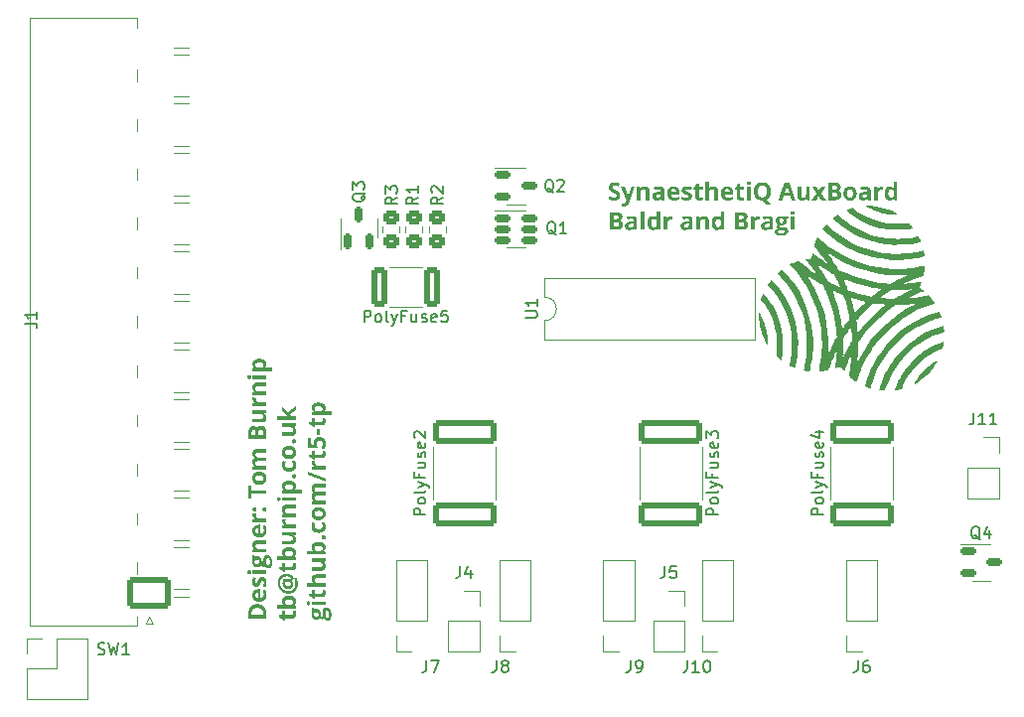
<source format=gto>
G04 #@! TF.GenerationSoftware,KiCad,Pcbnew,(7.0.0-0)*
G04 #@! TF.CreationDate,2023-03-06T18:31:28+00:00*
G04 #@! TF.ProjectId,AuxBoard,41757842-6f61-4726-942e-6b696361645f,rev?*
G04 #@! TF.SameCoordinates,Original*
G04 #@! TF.FileFunction,Legend,Top*
G04 #@! TF.FilePolarity,Positive*
%FSLAX46Y46*%
G04 Gerber Fmt 4.6, Leading zero omitted, Abs format (unit mm)*
G04 Created by KiCad (PCBNEW (7.0.0-0)) date 2023-03-06 18:31:28*
%MOMM*%
%LPD*%
G01*
G04 APERTURE LIST*
G04 Aperture macros list*
%AMRoundRect*
0 Rectangle with rounded corners*
0 $1 Rounding radius*
0 $2 $3 $4 $5 $6 $7 $8 $9 X,Y pos of 4 corners*
0 Add a 4 corners polygon primitive as box body*
4,1,4,$2,$3,$4,$5,$6,$7,$8,$9,$2,$3,0*
0 Add four circle primitives for the rounded corners*
1,1,$1+$1,$2,$3*
1,1,$1+$1,$4,$5*
1,1,$1+$1,$6,$7*
1,1,$1+$1,$8,$9*
0 Add four rect primitives between the rounded corners*
20,1,$1+$1,$2,$3,$4,$5,0*
20,1,$1+$1,$4,$5,$6,$7,0*
20,1,$1+$1,$6,$7,$8,$9,0*
20,1,$1+$1,$8,$9,$2,$3,0*%
G04 Aperture macros list end*
%ADD10C,0.300000*%
%ADD11C,0.150000*%
%ADD12C,0.120000*%
%ADD13C,3.000000*%
%ADD14RoundRect,0.250001X1.599999X-1.099999X1.599999X1.099999X-1.599999X1.099999X-1.599999X-1.099999X0*%
%ADD15O,3.700000X2.700000*%
%ADD16RoundRect,0.250000X0.400000X1.450000X-0.400000X1.450000X-0.400000X-1.450000X0.400000X-1.450000X0*%
%ADD17C,2.750000*%
%ADD18R,1.600000X1.600000*%
%ADD19O,1.600000X1.600000*%
%ADD20R,1.700000X1.700000*%
%ADD21O,1.700000X1.700000*%
%ADD22RoundRect,0.250001X-2.474999X0.799999X-2.474999X-0.799999X2.474999X-0.799999X2.474999X0.799999X0*%
%ADD23RoundRect,0.250000X0.450000X-0.350000X0.450000X0.350000X-0.450000X0.350000X-0.450000X-0.350000X0*%
%ADD24RoundRect,0.150000X-0.512500X-0.150000X0.512500X-0.150000X0.512500X0.150000X-0.512500X0.150000X0*%
%ADD25RoundRect,0.150000X0.150000X-0.512500X0.150000X0.512500X-0.150000X0.512500X-0.150000X-0.512500X0*%
%ADD26RoundRect,0.250001X2.474999X-0.799999X2.474999X0.799999X-2.474999X0.799999X-2.474999X-0.799999X0*%
%ADD27RoundRect,0.250000X-0.450000X0.350000X-0.450000X-0.350000X0.450000X-0.350000X0.450000X0.350000X0*%
%ADD28R,1.500000X4.000000*%
G04 #@! TA.AperFunction,Profile*
%ADD29C,0.200000*%
G04 #@! TD*
G04 APERTURE END LIST*
D10*
G36*
X156078942Y-65309909D02*
G01*
X156078368Y-65335035D01*
X156076647Y-65359488D01*
X156073777Y-65383269D01*
X156069760Y-65406377D01*
X156064595Y-65428813D01*
X156058283Y-65450575D01*
X156050822Y-65471666D01*
X156042214Y-65492083D01*
X156032458Y-65511828D01*
X156021555Y-65530901D01*
X156009503Y-65549301D01*
X155996304Y-65567028D01*
X155981957Y-65584082D01*
X155966463Y-65600464D01*
X155949820Y-65616174D01*
X155932030Y-65631210D01*
X155913218Y-65645407D01*
X155893510Y-65658688D01*
X155872907Y-65671052D01*
X155851407Y-65682501D01*
X155829012Y-65693034D01*
X155805720Y-65702651D01*
X155781533Y-65711352D01*
X155756450Y-65719138D01*
X155730471Y-65726007D01*
X155703596Y-65731960D01*
X155675826Y-65736998D01*
X155647159Y-65741120D01*
X155632490Y-65742837D01*
X155617597Y-65744325D01*
X155602479Y-65745585D01*
X155587138Y-65746615D01*
X155571573Y-65747416D01*
X155555784Y-65747989D01*
X155539771Y-65748332D01*
X155523534Y-65748447D01*
X155508499Y-65748358D01*
X155493574Y-65748092D01*
X155478758Y-65747648D01*
X155464051Y-65747027D01*
X155434967Y-65745253D01*
X155406320Y-65742768D01*
X155378112Y-65739574D01*
X155350341Y-65735670D01*
X155323008Y-65731056D01*
X155296113Y-65725732D01*
X155269656Y-65719699D01*
X155243637Y-65712955D01*
X155218056Y-65705502D01*
X155192913Y-65697339D01*
X155168208Y-65688466D01*
X155143941Y-65678883D01*
X155120111Y-65668591D01*
X155096720Y-65657588D01*
X155096720Y-65361200D01*
X155115587Y-65369516D01*
X155134089Y-65377520D01*
X155152224Y-65385212D01*
X155169993Y-65392593D01*
X155187395Y-65399661D01*
X155204431Y-65406417D01*
X155221100Y-65412861D01*
X155237404Y-65418994D01*
X155253340Y-65424814D01*
X155268911Y-65430322D01*
X155284115Y-65435519D01*
X155298953Y-65440403D01*
X155313424Y-65444976D01*
X155327529Y-65449236D01*
X155348000Y-65455042D01*
X155354640Y-65456821D01*
X155374331Y-65461797D01*
X155393701Y-65466283D01*
X155412748Y-65470280D01*
X155431474Y-65473788D01*
X155449877Y-65476806D01*
X155467958Y-65479335D01*
X155485718Y-65481374D01*
X155503155Y-65482924D01*
X155520270Y-65483985D01*
X155537064Y-65484556D01*
X155548080Y-65484665D01*
X155567364Y-65484314D01*
X155585784Y-65483261D01*
X155603342Y-65481506D01*
X155620037Y-65479049D01*
X155635868Y-65475890D01*
X155650837Y-65472029D01*
X155664943Y-65467467D01*
X155682408Y-65460291D01*
X155698339Y-65451867D01*
X155709281Y-65444731D01*
X155722504Y-65434049D01*
X155733965Y-65422154D01*
X155743662Y-65409045D01*
X155751596Y-65394722D01*
X155757767Y-65379186D01*
X155762175Y-65362436D01*
X155764819Y-65344473D01*
X155765701Y-65325296D01*
X155764825Y-65309020D01*
X155762197Y-65293440D01*
X155757818Y-65278555D01*
X155751687Y-65264365D01*
X155743805Y-65250871D01*
X155740788Y-65246528D01*
X155730759Y-65233704D01*
X155719081Y-65221060D01*
X155708090Y-65210661D01*
X155695954Y-65200387D01*
X155682674Y-65190239D01*
X155668248Y-65180216D01*
X155654698Y-65171652D01*
X155638046Y-65161898D01*
X155623520Y-65153800D01*
X155607250Y-65145033D01*
X155589234Y-65135597D01*
X155569473Y-65125490D01*
X155555329Y-65118380D01*
X155540410Y-65110973D01*
X155524715Y-65103268D01*
X155508244Y-65095265D01*
X155490998Y-65086965D01*
X155472976Y-65078367D01*
X155455980Y-65070281D01*
X155439522Y-65062235D01*
X155423602Y-65054229D01*
X155408221Y-65046264D01*
X155393377Y-65038338D01*
X155379072Y-65030453D01*
X155365305Y-65022608D01*
X155352076Y-65014802D01*
X155339384Y-65007037D01*
X155321357Y-64995464D01*
X155304540Y-64983982D01*
X155288934Y-64972590D01*
X155274538Y-64961287D01*
X155265614Y-64953803D01*
X155252941Y-64942435D01*
X155240751Y-64930726D01*
X155229044Y-64918676D01*
X155217820Y-64906284D01*
X155207079Y-64893551D01*
X155196822Y-64880477D01*
X155187047Y-64867061D01*
X155177755Y-64853304D01*
X155168946Y-64839206D01*
X155160620Y-64824767D01*
X155155338Y-64814951D01*
X155148005Y-64799812D01*
X155141393Y-64784210D01*
X155135503Y-64768145D01*
X155130334Y-64751615D01*
X155125886Y-64734622D01*
X155122159Y-64717166D01*
X155119154Y-64699245D01*
X155116870Y-64680861D01*
X155115307Y-64662014D01*
X155114465Y-64642702D01*
X155114305Y-64629570D01*
X155114835Y-64604901D01*
X155116423Y-64580901D01*
X155119071Y-64557571D01*
X155122777Y-64534911D01*
X155127543Y-64512921D01*
X155133368Y-64491600D01*
X155140251Y-64470949D01*
X155148194Y-64450968D01*
X155157196Y-64431656D01*
X155167256Y-64413015D01*
X155178376Y-64395043D01*
X155190555Y-64377741D01*
X155203792Y-64361108D01*
X155218089Y-64345146D01*
X155233445Y-64329853D01*
X155249860Y-64315230D01*
X155267208Y-64301388D01*
X155285363Y-64288439D01*
X155304325Y-64276384D01*
X155324094Y-64265221D01*
X155344671Y-64254951D01*
X155366055Y-64245575D01*
X155388245Y-64237091D01*
X155411243Y-64229501D01*
X155435048Y-64222803D01*
X155459661Y-64216998D01*
X155485080Y-64212087D01*
X155511307Y-64208068D01*
X155538340Y-64204943D01*
X155566181Y-64202710D01*
X155594829Y-64201371D01*
X155624284Y-64200924D01*
X155638942Y-64201033D01*
X155660767Y-64201604D01*
X155682399Y-64202664D01*
X155703837Y-64204214D01*
X155725083Y-64206254D01*
X155746135Y-64208782D01*
X155766995Y-64211801D01*
X155787660Y-64215308D01*
X155808133Y-64219305D01*
X155828413Y-64223792D01*
X155848499Y-64228768D01*
X155868576Y-64234188D01*
X155888826Y-64240008D01*
X155909251Y-64246227D01*
X155929849Y-64252845D01*
X155950621Y-64259862D01*
X155964566Y-64264762D01*
X155978588Y-64269840D01*
X155992687Y-64275095D01*
X156006864Y-64280528D01*
X156021118Y-64286137D01*
X156035449Y-64291925D01*
X156049857Y-64297890D01*
X156064343Y-64304032D01*
X156071615Y-64307170D01*
X155968667Y-64555565D01*
X155953762Y-64549500D01*
X155939180Y-64543669D01*
X155924922Y-64538074D01*
X155910987Y-64532713D01*
X155890692Y-64525111D01*
X155871124Y-64518038D01*
X155852283Y-64511493D01*
X155834171Y-64505476D01*
X155816786Y-64499987D01*
X155800129Y-64495026D01*
X155784200Y-64490593D01*
X155768998Y-64486688D01*
X155754252Y-64483153D01*
X155739550Y-64479965D01*
X155724894Y-64477125D01*
X155710283Y-64474633D01*
X155695716Y-64472488D01*
X155676365Y-64470170D01*
X155657093Y-64468470D01*
X155637902Y-64467388D01*
X155618791Y-64466924D01*
X155614026Y-64466905D01*
X155597364Y-64467275D01*
X155581448Y-64468386D01*
X155566280Y-64470237D01*
X155547217Y-64473858D01*
X155529483Y-64478795D01*
X155513077Y-64485049D01*
X155497999Y-64492620D01*
X155484249Y-64501507D01*
X155474808Y-64509036D01*
X155463473Y-64519976D01*
X155453650Y-64531728D01*
X155445338Y-64544293D01*
X155438538Y-64557671D01*
X155433248Y-64571862D01*
X155429470Y-64586866D01*
X155427203Y-64602683D01*
X155426448Y-64619312D01*
X155427130Y-64634738D01*
X155429178Y-64649417D01*
X155433293Y-64665598D01*
X155439266Y-64680763D01*
X155445865Y-64692951D01*
X155455607Y-64706631D01*
X155465688Y-64718188D01*
X155477366Y-64729591D01*
X155490641Y-64740840D01*
X155502923Y-64750096D01*
X155508147Y-64753768D01*
X155520695Y-64761828D01*
X155536906Y-64771353D01*
X155551469Y-64779459D01*
X155568093Y-64788389D01*
X155586778Y-64798144D01*
X155600379Y-64805105D01*
X155614896Y-64812432D01*
X155630329Y-64820126D01*
X155646678Y-64828186D01*
X155663943Y-64836612D01*
X155682124Y-64845405D01*
X155701221Y-64854564D01*
X155711113Y-64859281D01*
X155736973Y-64871877D01*
X155761797Y-64884480D01*
X155785585Y-64897088D01*
X155808336Y-64909702D01*
X155830052Y-64922321D01*
X155850732Y-64934946D01*
X155870375Y-64947577D01*
X155888982Y-64960214D01*
X155906554Y-64972857D01*
X155923089Y-64985505D01*
X155938588Y-64998159D01*
X155953050Y-65010818D01*
X155966477Y-65023483D01*
X155978868Y-65036155D01*
X155990222Y-65048831D01*
X156000540Y-65061514D01*
X156010034Y-65074334D01*
X156018916Y-65087514D01*
X156027185Y-65101055D01*
X156034841Y-65114957D01*
X156041885Y-65129220D01*
X156048317Y-65143843D01*
X156054135Y-65158826D01*
X156059342Y-65174171D01*
X156063936Y-65189876D01*
X156067917Y-65205941D01*
X156071286Y-65222368D01*
X156074042Y-65239155D01*
X156076186Y-65256302D01*
X156077717Y-65273810D01*
X156078636Y-65291679D01*
X156078942Y-65309909D01*
G37*
G36*
X156156245Y-64576081D02*
G01*
X156500261Y-64576081D01*
X156717882Y-65228210D01*
X156722948Y-65244420D01*
X156727705Y-65261178D01*
X156732153Y-65278483D01*
X156736291Y-65296336D01*
X156740121Y-65314736D01*
X156743642Y-65333684D01*
X156746853Y-65353179D01*
X156749755Y-65373221D01*
X156752348Y-65393811D01*
X156754632Y-65414948D01*
X156755983Y-65429344D01*
X156762212Y-65429344D01*
X156764531Y-65409460D01*
X156767231Y-65389789D01*
X156770310Y-65370331D01*
X156773769Y-65351085D01*
X156777609Y-65332051D01*
X156781828Y-65313230D01*
X156786427Y-65294622D01*
X156791406Y-65276226D01*
X156796765Y-65258043D01*
X156802505Y-65240072D01*
X156806542Y-65228210D01*
X157019766Y-64576081D01*
X157356821Y-64576081D01*
X156869190Y-65880338D01*
X156860586Y-65902605D01*
X156851536Y-65924159D01*
X156842039Y-65945000D01*
X156832096Y-65965128D01*
X156821706Y-65984544D01*
X156810869Y-66003247D01*
X156799587Y-66021238D01*
X156787857Y-66038516D01*
X156775681Y-66055081D01*
X156763059Y-66070933D01*
X156749990Y-66086073D01*
X156736475Y-66100500D01*
X156722513Y-66114214D01*
X156708104Y-66127216D01*
X156693249Y-66139505D01*
X156677948Y-66151081D01*
X156662261Y-66161950D01*
X156646252Y-66172118D01*
X156629918Y-66181585D01*
X156613262Y-66190351D01*
X156596282Y-66198415D01*
X156578978Y-66205778D01*
X156561351Y-66212440D01*
X156543401Y-66218401D01*
X156525127Y-66223660D01*
X156506529Y-66228218D01*
X156487609Y-66232075D01*
X156468365Y-66235230D01*
X156448797Y-66237685D01*
X156428906Y-66239438D01*
X156408692Y-66240490D01*
X156388154Y-66240840D01*
X156372930Y-66240686D01*
X156357757Y-66240222D01*
X156342636Y-66239449D01*
X156327566Y-66238367D01*
X156312548Y-66236976D01*
X156297582Y-66235276D01*
X156282667Y-66233267D01*
X156267803Y-66230949D01*
X156252991Y-66228321D01*
X156238231Y-66225384D01*
X156228419Y-66223255D01*
X156228419Y-65973761D01*
X156242776Y-65976938D01*
X156257453Y-65979691D01*
X156272451Y-65982021D01*
X156287770Y-65983927D01*
X156303409Y-65985410D01*
X156319369Y-65986469D01*
X156335649Y-65987105D01*
X156352250Y-65987316D01*
X156367725Y-65986866D01*
X156382827Y-65985513D01*
X156397555Y-65983259D01*
X156411910Y-65980104D01*
X156430469Y-65974494D01*
X156448363Y-65967281D01*
X156465594Y-65958465D01*
X156482161Y-65948047D01*
X156494150Y-65939181D01*
X156498063Y-65936025D01*
X156509499Y-65926016D01*
X156520453Y-65915087D01*
X156530923Y-65903236D01*
X156540910Y-65890464D01*
X156550415Y-65876772D01*
X156559436Y-65862159D01*
X156567975Y-65846624D01*
X156576030Y-65830169D01*
X156583602Y-65812793D01*
X156590692Y-65794496D01*
X156595150Y-65781786D01*
X156613834Y-65725000D01*
X156156245Y-64576081D01*
G37*
G36*
X158579012Y-65725000D02*
G01*
X158264672Y-65725000D01*
X158264672Y-65053087D01*
X158264498Y-65037760D01*
X158263979Y-65022920D01*
X158262550Y-65001571D01*
X158260342Y-64981317D01*
X158257355Y-64962158D01*
X158253589Y-64944094D01*
X158249043Y-64927125D01*
X158243719Y-64911250D01*
X158237615Y-64896470D01*
X158230731Y-64882785D01*
X158223069Y-64870195D01*
X158220341Y-64866242D01*
X158208440Y-64851644D01*
X158194902Y-64838993D01*
X158179727Y-64828289D01*
X158162914Y-64819530D01*
X158149230Y-64814239D01*
X158134625Y-64810042D01*
X158119099Y-64806940D01*
X158102653Y-64804933D01*
X158085285Y-64804021D01*
X158079291Y-64803960D01*
X158063090Y-64804303D01*
X158047458Y-64805334D01*
X158032395Y-64807051D01*
X158017902Y-64809455D01*
X157997231Y-64814350D01*
X157977841Y-64820790D01*
X157959733Y-64828775D01*
X157942906Y-64838306D01*
X157927361Y-64849383D01*
X157913098Y-64862006D01*
X157900116Y-64876174D01*
X157888415Y-64891887D01*
X157877940Y-64909391D01*
X157868494Y-64928930D01*
X157862770Y-64943087D01*
X157857503Y-64958148D01*
X157852695Y-64974113D01*
X157848344Y-64990983D01*
X157844452Y-65008757D01*
X157841017Y-65027436D01*
X157838040Y-65047020D01*
X157835522Y-65067507D01*
X157833461Y-65088900D01*
X157831858Y-65111196D01*
X157830713Y-65134397D01*
X157830026Y-65158503D01*
X157829797Y-65183513D01*
X157829797Y-65725000D01*
X157515457Y-65725000D01*
X157515457Y-64576081D01*
X157755792Y-64576081D01*
X157797923Y-64721528D01*
X157815509Y-64721528D01*
X157825683Y-64706226D01*
X157836559Y-64691646D01*
X157848137Y-64677787D01*
X157860417Y-64664650D01*
X157873399Y-64652233D01*
X157887083Y-64640538D01*
X157901469Y-64629565D01*
X157916557Y-64619312D01*
X157932347Y-64609781D01*
X157948838Y-64600971D01*
X157960223Y-64595498D01*
X157977752Y-64587838D01*
X157995720Y-64580931D01*
X158014126Y-64574778D01*
X158032969Y-64569378D01*
X158052250Y-64564731D01*
X158071970Y-64560838D01*
X158092127Y-64557699D01*
X158112722Y-64555313D01*
X158133755Y-64553680D01*
X158155226Y-64552801D01*
X158169783Y-64552634D01*
X158194546Y-64553059D01*
X158218550Y-64554334D01*
X158241795Y-64556459D01*
X158264282Y-64559434D01*
X158286011Y-64563260D01*
X158306981Y-64567935D01*
X158327192Y-64573461D01*
X158346646Y-64579836D01*
X158365340Y-64587062D01*
X158383276Y-64595138D01*
X158400454Y-64604064D01*
X158416873Y-64613840D01*
X158432534Y-64624466D01*
X158447436Y-64635942D01*
X158461579Y-64648268D01*
X158474965Y-64661444D01*
X158487564Y-64675376D01*
X158499351Y-64690061D01*
X158510324Y-64705498D01*
X158520485Y-64721688D01*
X158529833Y-64738631D01*
X158538369Y-64756327D01*
X158546091Y-64774775D01*
X158553000Y-64793976D01*
X158559097Y-64813930D01*
X158564380Y-64834637D01*
X158568851Y-64856097D01*
X158572509Y-64878309D01*
X158575354Y-64901274D01*
X158577386Y-64924992D01*
X158578606Y-64949462D01*
X158579012Y-64974685D01*
X158579012Y-65725000D01*
G37*
G36*
X159394894Y-64553027D02*
G01*
X159422612Y-64554208D01*
X159449482Y-64556176D01*
X159475505Y-64558931D01*
X159500682Y-64562473D01*
X159525010Y-64566802D01*
X159548492Y-64571918D01*
X159571127Y-64577821D01*
X159592914Y-64584512D01*
X159613854Y-64591989D01*
X159633947Y-64600254D01*
X159653192Y-64609306D01*
X159671590Y-64619145D01*
X159689142Y-64629771D01*
X159705846Y-64641184D01*
X159721702Y-64653384D01*
X159736697Y-64666387D01*
X159750725Y-64680209D01*
X159763785Y-64694849D01*
X159775878Y-64710308D01*
X159787004Y-64726585D01*
X159797162Y-64743681D01*
X159806352Y-64761596D01*
X159814576Y-64780329D01*
X159821831Y-64799881D01*
X159828120Y-64820251D01*
X159833440Y-64841441D01*
X159837794Y-64863448D01*
X159841180Y-64886274D01*
X159843598Y-64909919D01*
X159845050Y-64934383D01*
X159845533Y-64959665D01*
X159845533Y-65725000D01*
X159626081Y-65725000D01*
X159565265Y-65571127D01*
X159556838Y-65571127D01*
X159546926Y-65583390D01*
X159536974Y-65595175D01*
X159526982Y-65606482D01*
X159516950Y-65617311D01*
X159501827Y-65632659D01*
X159486614Y-65646931D01*
X159471310Y-65660128D01*
X159455916Y-65672249D01*
X159440432Y-65683294D01*
X159424858Y-65693265D01*
X159409194Y-65702159D01*
X159393440Y-65709979D01*
X159377261Y-65716853D01*
X159360188Y-65723052D01*
X159342219Y-65728574D01*
X159323355Y-65733420D01*
X159303597Y-65737590D01*
X159282942Y-65741084D01*
X159261393Y-65743901D01*
X159246530Y-65745404D01*
X159231268Y-65746606D01*
X159215609Y-65747508D01*
X159199552Y-65748109D01*
X159183097Y-65748409D01*
X159174720Y-65748447D01*
X159154251Y-65748082D01*
X159134334Y-65746987D01*
X159114970Y-65745162D01*
X159096158Y-65742608D01*
X159077899Y-65739323D01*
X159060191Y-65735309D01*
X159043037Y-65730565D01*
X159026434Y-65725091D01*
X159010385Y-65718887D01*
X158994887Y-65711953D01*
X158979942Y-65704290D01*
X158965549Y-65695896D01*
X158951709Y-65686773D01*
X158938421Y-65676920D01*
X158925686Y-65666337D01*
X158913503Y-65655024D01*
X158901968Y-65643037D01*
X158891177Y-65630432D01*
X158881131Y-65617208D01*
X158871829Y-65603367D01*
X158863271Y-65588907D01*
X158855457Y-65573828D01*
X158848387Y-65558132D01*
X158842062Y-65541817D01*
X158836480Y-65524884D01*
X158831643Y-65507333D01*
X158827550Y-65489164D01*
X158824201Y-65470376D01*
X158821597Y-65450970D01*
X158819736Y-65430946D01*
X158818620Y-65410304D01*
X158818267Y-65390143D01*
X159140648Y-65390143D01*
X159141244Y-65405714D01*
X159143030Y-65420282D01*
X159147941Y-65440249D01*
X159155532Y-65457956D01*
X159165802Y-65473402D01*
X159178750Y-65486588D01*
X159194378Y-65497513D01*
X159212685Y-65506178D01*
X159233671Y-65512583D01*
X159249150Y-65515597D01*
X159265819Y-65517606D01*
X159283679Y-65518611D01*
X159293056Y-65518736D01*
X159313206Y-65518202D01*
X159332576Y-65516598D01*
X159351167Y-65513926D01*
X159368979Y-65510184D01*
X159386012Y-65505373D01*
X159402265Y-65499494D01*
X159417740Y-65492545D01*
X159432435Y-65484527D01*
X159446350Y-65475440D01*
X159459487Y-65465284D01*
X159467812Y-65457920D01*
X159479532Y-65446169D01*
X159490098Y-65433723D01*
X159499513Y-65420581D01*
X159507774Y-65406743D01*
X159514883Y-65392211D01*
X159520839Y-65376982D01*
X159525642Y-65361058D01*
X159529292Y-65344439D01*
X159531790Y-65327124D01*
X159533135Y-65309113D01*
X159533391Y-65296720D01*
X159533391Y-65205129D01*
X159411758Y-65209159D01*
X159394904Y-65209818D01*
X159378596Y-65210790D01*
X159362836Y-65212074D01*
X159347621Y-65213669D01*
X159332954Y-65215577D01*
X159311978Y-65219024D01*
X159292232Y-65223172D01*
X159273716Y-65228022D01*
X159256430Y-65233575D01*
X159240374Y-65239829D01*
X159225548Y-65246785D01*
X159211952Y-65254444D01*
X159207693Y-65257152D01*
X159195712Y-65265729D01*
X159181569Y-65278418D01*
X159169522Y-65292537D01*
X159159570Y-65308087D01*
X159151713Y-65325069D01*
X159145952Y-65343482D01*
X159143006Y-65358230D01*
X159141238Y-65373784D01*
X159140648Y-65390143D01*
X158818267Y-65390143D01*
X158818248Y-65389043D01*
X158818749Y-65366837D01*
X158820251Y-65345372D01*
X158822756Y-65324648D01*
X158826262Y-65304665D01*
X158830770Y-65285424D01*
X158836280Y-65266924D01*
X158842791Y-65249165D01*
X158850305Y-65232148D01*
X158858820Y-65215872D01*
X158868337Y-65200337D01*
X158878855Y-65185544D01*
X158890376Y-65171492D01*
X158902898Y-65158181D01*
X158916422Y-65145612D01*
X158930948Y-65133783D01*
X158946475Y-65122697D01*
X158963013Y-65112280D01*
X158980570Y-65102461D01*
X158999146Y-65093240D01*
X159018741Y-65084618D01*
X159039354Y-65076593D01*
X159060987Y-65069167D01*
X159083639Y-65062340D01*
X159107309Y-65056110D01*
X159131999Y-65050479D01*
X159157707Y-65045445D01*
X159184435Y-65041010D01*
X159212181Y-65037173D01*
X159240946Y-65033935D01*
X159255711Y-65032540D01*
X159270731Y-65031294D01*
X159286005Y-65030199D01*
X159301534Y-65029252D01*
X159317318Y-65028456D01*
X159333356Y-65027808D01*
X159533391Y-65021580D01*
X159533391Y-64968824D01*
X159532690Y-64946641D01*
X159530586Y-64925890D01*
X159527080Y-64906570D01*
X159522171Y-64888681D01*
X159515860Y-64872224D01*
X159508146Y-64857197D01*
X159499030Y-64843601D01*
X159488511Y-64831437D01*
X159476590Y-64820704D01*
X159463267Y-64811401D01*
X159448540Y-64803530D01*
X159432412Y-64797090D01*
X159414881Y-64792082D01*
X159395947Y-64788504D01*
X159375611Y-64786357D01*
X159353872Y-64785642D01*
X159336419Y-64785966D01*
X159318587Y-64786941D01*
X159300378Y-64788565D01*
X159281790Y-64790839D01*
X159262825Y-64793763D01*
X159243482Y-64797337D01*
X159223762Y-64801560D01*
X159203663Y-64806433D01*
X159183187Y-64811955D01*
X159162333Y-64818128D01*
X159141101Y-64824950D01*
X159119491Y-64832422D01*
X159097503Y-64840543D01*
X159075138Y-64849314D01*
X159052395Y-64858735D01*
X159029274Y-64868806D01*
X158925226Y-64656681D01*
X158950262Y-64644082D01*
X158975636Y-64632295D01*
X159001347Y-64621321D01*
X159027396Y-64611161D01*
X159053783Y-64601813D01*
X159080508Y-64593277D01*
X159107570Y-64585555D01*
X159134970Y-64578646D01*
X159162708Y-64572549D01*
X159190783Y-64567266D01*
X159219196Y-64562795D01*
X159247947Y-64559137D01*
X159277036Y-64556292D01*
X159291707Y-64555174D01*
X159306463Y-64554260D01*
X159321303Y-64553548D01*
X159336227Y-64553040D01*
X159351236Y-64552735D01*
X159366329Y-64552634D01*
X159394894Y-64553027D01*
G37*
G36*
X160652391Y-64552770D02*
G01*
X160667324Y-64553179D01*
X160682046Y-64553861D01*
X160710857Y-64556042D01*
X160738824Y-64559313D01*
X160765947Y-64563675D01*
X160792225Y-64569128D01*
X160817658Y-64575671D01*
X160842248Y-64583304D01*
X160865993Y-64592028D01*
X160888893Y-64601843D01*
X160910950Y-64612748D01*
X160932162Y-64624744D01*
X160952529Y-64637830D01*
X160972052Y-64652006D01*
X160990731Y-64667273D01*
X161008566Y-64683631D01*
X161017166Y-64692219D01*
X161033670Y-64710082D01*
X161049109Y-64728775D01*
X161063483Y-64748298D01*
X161076792Y-64768651D01*
X161089037Y-64789835D01*
X161100216Y-64811848D01*
X161110332Y-64834691D01*
X161119382Y-64858365D01*
X161127368Y-64882868D01*
X161134288Y-64908202D01*
X161140144Y-64934365D01*
X161144936Y-64961359D01*
X161148662Y-64989183D01*
X161151324Y-65017836D01*
X161152256Y-65032474D01*
X161152921Y-65047320D01*
X161153321Y-65062373D01*
X161153454Y-65077634D01*
X161153454Y-65230774D01*
X160410467Y-65230774D01*
X160411377Y-65247260D01*
X160412826Y-65263289D01*
X160414812Y-65278859D01*
X160417336Y-65293972D01*
X160420399Y-65308627D01*
X160426002Y-65329750D01*
X160432815Y-65349842D01*
X160440840Y-65368905D01*
X160450074Y-65386937D01*
X160460520Y-65403938D01*
X160472177Y-65419910D01*
X160485044Y-65434850D01*
X160489602Y-65439602D01*
X160504068Y-65453024D01*
X160519578Y-65465126D01*
X160536131Y-65475907D01*
X160553727Y-65485369D01*
X160572366Y-65493510D01*
X160592049Y-65500331D01*
X160612775Y-65505832D01*
X160627172Y-65508766D01*
X160642033Y-65511113D01*
X160657357Y-65512873D01*
X160673145Y-65514046D01*
X160689397Y-65514633D01*
X160697697Y-65514706D01*
X160717106Y-65514516D01*
X160736315Y-65513946D01*
X160755325Y-65512997D01*
X160774135Y-65511667D01*
X160792746Y-65509957D01*
X160811157Y-65507867D01*
X160829368Y-65505397D01*
X160847379Y-65502548D01*
X160865191Y-65499318D01*
X160882804Y-65495708D01*
X160894434Y-65493091D01*
X160911888Y-65488813D01*
X160929489Y-65484084D01*
X160947239Y-65478904D01*
X160965137Y-65473273D01*
X160983183Y-65467191D01*
X161001377Y-65460659D01*
X161019719Y-65453676D01*
X161038209Y-65446242D01*
X161056848Y-65438357D01*
X161075634Y-65430022D01*
X161088241Y-65424214D01*
X161088241Y-65667114D01*
X161072685Y-65674624D01*
X161056930Y-65681767D01*
X161040975Y-65688543D01*
X161024820Y-65694952D01*
X161008465Y-65700994D01*
X160991911Y-65706668D01*
X160975158Y-65711976D01*
X160958205Y-65716917D01*
X160941052Y-65721490D01*
X160923699Y-65725696D01*
X160912020Y-65728297D01*
X160894074Y-65731898D01*
X160875406Y-65735145D01*
X160856018Y-65738037D01*
X160835908Y-65740576D01*
X160815076Y-65742760D01*
X160793524Y-65744590D01*
X160778755Y-65745613D01*
X160763665Y-65746479D01*
X160748255Y-65747187D01*
X160732524Y-65747738D01*
X160716473Y-65748132D01*
X160700101Y-65748368D01*
X160683408Y-65748447D01*
X160666147Y-65748297D01*
X160649123Y-65747847D01*
X160632336Y-65747098D01*
X160615786Y-65746048D01*
X160599472Y-65744699D01*
X160583395Y-65743050D01*
X160567555Y-65741101D01*
X160551952Y-65738853D01*
X160536586Y-65736304D01*
X160521457Y-65733456D01*
X160506564Y-65730308D01*
X160491909Y-65726860D01*
X160477490Y-65723112D01*
X160463308Y-65719065D01*
X160435655Y-65710070D01*
X160408949Y-65699876D01*
X160383190Y-65688483D01*
X160358379Y-65675891D01*
X160334515Y-65662099D01*
X160311599Y-65647108D01*
X160289630Y-65630918D01*
X160268608Y-65613529D01*
X160248534Y-65594940D01*
X160229590Y-65575207D01*
X160211869Y-65554474D01*
X160195370Y-65532743D01*
X160180093Y-65510012D01*
X160166038Y-65486283D01*
X160153205Y-65461555D01*
X160141594Y-65435828D01*
X160131206Y-65409102D01*
X160122040Y-65381377D01*
X160117915Y-65367140D01*
X160114096Y-65352653D01*
X160110582Y-65337917D01*
X160107374Y-65322930D01*
X160104471Y-65307694D01*
X160101874Y-65292209D01*
X160099582Y-65276473D01*
X160097596Y-65260488D01*
X160095916Y-65244253D01*
X160094541Y-65227769D01*
X160093471Y-65211034D01*
X160092708Y-65194050D01*
X160092249Y-65176817D01*
X160092096Y-65159333D01*
X160092238Y-65141349D01*
X160092662Y-65123623D01*
X160093368Y-65106153D01*
X160094358Y-65088940D01*
X160095630Y-65071983D01*
X160097184Y-65055284D01*
X160099021Y-65038842D01*
X160101141Y-65022656D01*
X160101303Y-65021580D01*
X160417794Y-65021580D01*
X160858531Y-65021580D01*
X160857623Y-65000003D01*
X160855723Y-64979372D01*
X160852831Y-64959689D01*
X160848948Y-64940951D01*
X160844073Y-64923161D01*
X160838206Y-64906317D01*
X160831347Y-64890420D01*
X160823497Y-64875469D01*
X160814655Y-64861466D01*
X160804821Y-64848409D01*
X160797714Y-64840230D01*
X160786359Y-64828772D01*
X160774277Y-64818441D01*
X160761467Y-64809237D01*
X160747929Y-64801160D01*
X160733663Y-64794211D01*
X160718670Y-64788388D01*
X160702948Y-64783692D01*
X160686500Y-64780123D01*
X160669323Y-64777681D01*
X160651419Y-64776366D01*
X160639078Y-64776116D01*
X160620771Y-64776680D01*
X160603216Y-64778370D01*
X160586415Y-64781188D01*
X160570368Y-64785132D01*
X160555074Y-64790204D01*
X160540534Y-64796402D01*
X160526747Y-64803728D01*
X160513713Y-64812180D01*
X160501433Y-64821760D01*
X160489907Y-64832466D01*
X160482641Y-64840230D01*
X160472422Y-64852656D01*
X160463059Y-64866028D01*
X160454553Y-64880348D01*
X160446903Y-64895614D01*
X160440110Y-64911826D01*
X160434173Y-64928986D01*
X160429093Y-64947092D01*
X160424870Y-64966145D01*
X160421503Y-64986144D01*
X160418992Y-65007090D01*
X160417794Y-65021580D01*
X160101303Y-65021580D01*
X160103544Y-65006728D01*
X160106229Y-64991056D01*
X160109196Y-64975641D01*
X160112447Y-64960483D01*
X160115980Y-64945582D01*
X160119796Y-64930938D01*
X160123894Y-64916551D01*
X160128275Y-64902420D01*
X160137885Y-64874930D01*
X160148625Y-64848467D01*
X160160496Y-64823032D01*
X160173498Y-64798625D01*
X160187630Y-64775244D01*
X160202893Y-64752892D01*
X160219286Y-64731567D01*
X160236810Y-64711270D01*
X160255333Y-64692060D01*
X160274723Y-64674089D01*
X160294981Y-64657358D01*
X160316105Y-64641866D01*
X160338097Y-64627614D01*
X160360956Y-64614601D01*
X160384683Y-64602827D01*
X160409276Y-64592293D01*
X160434737Y-64582998D01*
X160461065Y-64574942D01*
X160488261Y-64568126D01*
X160516323Y-64562549D01*
X160545253Y-64558211D01*
X160560043Y-64556507D01*
X160575050Y-64555113D01*
X160590274Y-64554028D01*
X160605715Y-64553254D01*
X160621372Y-64552789D01*
X160637247Y-64552634D01*
X160652391Y-64552770D01*
G37*
G36*
X162205652Y-65385380D02*
G01*
X162205171Y-65407216D01*
X162203729Y-65428393D01*
X162201324Y-65448913D01*
X162197958Y-65468773D01*
X162193631Y-65487976D01*
X162188341Y-65506520D01*
X162182090Y-65524406D01*
X162174877Y-65541634D01*
X162166703Y-65558204D01*
X162157567Y-65574115D01*
X162147469Y-65589367D01*
X162136409Y-65603962D01*
X162124388Y-65617898D01*
X162111405Y-65631176D01*
X162097460Y-65643795D01*
X162082554Y-65655757D01*
X162066688Y-65666981D01*
X162049867Y-65677481D01*
X162032090Y-65687257D01*
X162013357Y-65696309D01*
X161993667Y-65704636D01*
X161973022Y-65712240D01*
X161951421Y-65719119D01*
X161928864Y-65725274D01*
X161905351Y-65730705D01*
X161880882Y-65735412D01*
X161855456Y-65739395D01*
X161829075Y-65742654D01*
X161801738Y-65745188D01*
X161773445Y-65746999D01*
X161744196Y-65748085D01*
X161729213Y-65748356D01*
X161713991Y-65748447D01*
X161698428Y-65748380D01*
X161683154Y-65748178D01*
X161668168Y-65747841D01*
X161653472Y-65747371D01*
X161631970Y-65746412D01*
X161611119Y-65745151D01*
X161590917Y-65743587D01*
X161571367Y-65741721D01*
X161552466Y-65739551D01*
X161534216Y-65737080D01*
X161516617Y-65734305D01*
X161499668Y-65731228D01*
X161483144Y-65727926D01*
X161466820Y-65724341D01*
X161450695Y-65720473D01*
X161434770Y-65716321D01*
X161419045Y-65711886D01*
X161403519Y-65707168D01*
X161388193Y-65702166D01*
X161373066Y-65696881D01*
X161358139Y-65691313D01*
X161343412Y-65685461D01*
X161333705Y-65681402D01*
X161333705Y-65422016D01*
X161350316Y-65429594D01*
X161367313Y-65436940D01*
X161384697Y-65444054D01*
X161402467Y-65450936D01*
X161420624Y-65457586D01*
X161439166Y-65464005D01*
X161458096Y-65470192D01*
X161477411Y-65476147D01*
X161497113Y-65481870D01*
X161517202Y-65487361D01*
X161530809Y-65490893D01*
X161551185Y-65495869D01*
X161571098Y-65500355D01*
X161590546Y-65504352D01*
X161609532Y-65507860D01*
X161628053Y-65510878D01*
X161646111Y-65513407D01*
X161663705Y-65515446D01*
X161680835Y-65516996D01*
X161697502Y-65518057D01*
X161713705Y-65518628D01*
X161724249Y-65518736D01*
X161744968Y-65518349D01*
X161764349Y-65517185D01*
X161782394Y-65515246D01*
X161799102Y-65512531D01*
X161814474Y-65509041D01*
X161828509Y-65504775D01*
X161847055Y-65496921D01*
X161862593Y-65487322D01*
X161875125Y-65475978D01*
X161884648Y-65462889D01*
X161891164Y-65448054D01*
X161894673Y-65431474D01*
X161895341Y-65419452D01*
X161894255Y-65403929D01*
X161890350Y-65387821D01*
X161883607Y-65373452D01*
X161874024Y-65360824D01*
X161872627Y-65359368D01*
X161861111Y-65348829D01*
X161848729Y-65339350D01*
X161834029Y-65329458D01*
X161820008Y-65320900D01*
X161804376Y-65312055D01*
X161794225Y-65306612D01*
X161779811Y-65299044D01*
X161764229Y-65291178D01*
X161747479Y-65283015D01*
X161734150Y-65276698D01*
X161720165Y-65270213D01*
X161705523Y-65263560D01*
X161690223Y-65256740D01*
X161674267Y-65249753D01*
X161657654Y-65242598D01*
X161646214Y-65237735D01*
X161629866Y-65230807D01*
X161614071Y-65223945D01*
X161598828Y-65217148D01*
X161584138Y-65210418D01*
X161570000Y-65203753D01*
X161556414Y-65197154D01*
X161537072Y-65187380D01*
X161518972Y-65177753D01*
X161502116Y-65168274D01*
X161486502Y-65158944D01*
X161472131Y-65149761D01*
X161459003Y-65140727D01*
X161450942Y-65134787D01*
X161435898Y-65122668D01*
X161421907Y-65110126D01*
X161408970Y-65097160D01*
X161397086Y-65083770D01*
X161386255Y-65069957D01*
X161376478Y-65055721D01*
X161367754Y-65041060D01*
X161360083Y-65025976D01*
X161353472Y-65010148D01*
X161347741Y-64993439D01*
X161342893Y-64975848D01*
X161338926Y-64957375D01*
X161335840Y-64938020D01*
X161334105Y-64922926D01*
X161332865Y-64907336D01*
X161332121Y-64891250D01*
X161331873Y-64874668D01*
X161332338Y-64855707D01*
X161333734Y-64837293D01*
X161336059Y-64819426D01*
X161339315Y-64802105D01*
X161343501Y-64785331D01*
X161348617Y-64769104D01*
X161354664Y-64753423D01*
X161361640Y-64738289D01*
X161369547Y-64723702D01*
X161378384Y-64709661D01*
X161388152Y-64696167D01*
X161398849Y-64683220D01*
X161410477Y-64670819D01*
X161423035Y-64658965D01*
X161436523Y-64647658D01*
X161450942Y-64636898D01*
X161466213Y-64626694D01*
X161482260Y-64617148D01*
X161499083Y-64608261D01*
X161516681Y-64600032D01*
X161535055Y-64592462D01*
X161554205Y-64585549D01*
X161574130Y-64579295D01*
X161594831Y-64573700D01*
X161616308Y-64568762D01*
X161638560Y-64564483D01*
X161661588Y-64560863D01*
X161685392Y-64557900D01*
X161709971Y-64555596D01*
X161735326Y-64553950D01*
X161761457Y-64552963D01*
X161788363Y-64552634D01*
X161814331Y-64552989D01*
X161840209Y-64554053D01*
X161865999Y-64555828D01*
X161891701Y-64558312D01*
X161917313Y-64561507D01*
X161942837Y-64565411D01*
X161968272Y-64570025D01*
X161993619Y-64575348D01*
X162018876Y-64581382D01*
X162044045Y-64588125D01*
X162069125Y-64595579D01*
X162094117Y-64603742D01*
X162119020Y-64612615D01*
X162143834Y-64622197D01*
X162168559Y-64632490D01*
X162193196Y-64643492D01*
X162098307Y-64870272D01*
X162082192Y-64863450D01*
X162066270Y-64856859D01*
X162050542Y-64850501D01*
X162035006Y-64844374D01*
X162019664Y-64838480D01*
X162004515Y-64832817D01*
X161989559Y-64827386D01*
X161974797Y-64822186D01*
X161960227Y-64817219D01*
X161945851Y-64812483D01*
X161936374Y-64809455D01*
X161922266Y-64805199D01*
X161908107Y-64801362D01*
X161889148Y-64796897D01*
X161870097Y-64793176D01*
X161850954Y-64790200D01*
X161831720Y-64787967D01*
X161812394Y-64786479D01*
X161792977Y-64785735D01*
X161783234Y-64785642D01*
X161766375Y-64785936D01*
X161750605Y-64786821D01*
X161735921Y-64788295D01*
X161715936Y-64791611D01*
X161698398Y-64796255D01*
X161683307Y-64802225D01*
X161666992Y-64812248D01*
X161655028Y-64824630D01*
X161647414Y-64839370D01*
X161644152Y-64856469D01*
X161644016Y-64861113D01*
X161645587Y-64876526D01*
X161650301Y-64891166D01*
X161658158Y-64905033D01*
X161669157Y-64918128D01*
X161680724Y-64928450D01*
X161688712Y-64934385D01*
X161701638Y-64942634D01*
X161717884Y-64951811D01*
X161732247Y-64959301D01*
X161748478Y-64967314D01*
X161766577Y-64975848D01*
X161786543Y-64984904D01*
X161800891Y-64991231D01*
X161816069Y-64997789D01*
X161832078Y-65004580D01*
X161848916Y-65011602D01*
X161866585Y-65018857D01*
X161885083Y-65026343D01*
X161901698Y-65033139D01*
X161917747Y-65039881D01*
X161933229Y-65046569D01*
X161948144Y-65053202D01*
X161962492Y-65059781D01*
X161976274Y-65066305D01*
X161989488Y-65072775D01*
X162008248Y-65082378D01*
X162025733Y-65091859D01*
X162041942Y-65101217D01*
X162056877Y-65110453D01*
X162070536Y-65119567D01*
X162082920Y-65128558D01*
X162098153Y-65140603D01*
X162112344Y-65153105D01*
X162125493Y-65166065D01*
X162137600Y-65179483D01*
X162148665Y-65193359D01*
X162158689Y-65207693D01*
X162167670Y-65222485D01*
X162175610Y-65237735D01*
X162182651Y-65253586D01*
X162188753Y-65270181D01*
X162193917Y-65287520D01*
X162198142Y-65305604D01*
X162201427Y-65324432D01*
X162203276Y-65339041D01*
X162204596Y-65354069D01*
X162205388Y-65369515D01*
X162205652Y-65385380D01*
G37*
G36*
X162930687Y-65498220D02*
G01*
X162946433Y-65497901D01*
X162962758Y-65496945D01*
X162979663Y-65495351D01*
X162997148Y-65493120D01*
X163015212Y-65490251D01*
X163033856Y-65486744D01*
X163053079Y-65482600D01*
X163072882Y-65477818D01*
X163093265Y-65472399D01*
X163114227Y-65466342D01*
X163128524Y-65461950D01*
X163128524Y-65696057D01*
X163113614Y-65702401D01*
X163098287Y-65708336D01*
X163082542Y-65713861D01*
X163066379Y-65718977D01*
X163049798Y-65723684D01*
X163032799Y-65727982D01*
X163015383Y-65731870D01*
X162997548Y-65735349D01*
X162979296Y-65738419D01*
X162960626Y-65741079D01*
X162941538Y-65743331D01*
X162922032Y-65745172D01*
X162902108Y-65746605D01*
X162881766Y-65747628D01*
X162861006Y-65748242D01*
X162839829Y-65748447D01*
X162816689Y-65748075D01*
X162794348Y-65746958D01*
X162772805Y-65745098D01*
X162752061Y-65742493D01*
X162732116Y-65739145D01*
X162712969Y-65735052D01*
X162694621Y-65730214D01*
X162677071Y-65724633D01*
X162660320Y-65718308D01*
X162644367Y-65711238D01*
X162629213Y-65703424D01*
X162614858Y-65694866D01*
X162601301Y-65685564D01*
X162588543Y-65675517D01*
X162576583Y-65664727D01*
X162565422Y-65653192D01*
X162554996Y-65640913D01*
X162545243Y-65627890D01*
X162536163Y-65614123D01*
X162527755Y-65599611D01*
X162520020Y-65584356D01*
X162512957Y-65568356D01*
X162506567Y-65551612D01*
X162500850Y-65534124D01*
X162495805Y-65515891D01*
X162491433Y-65496915D01*
X162487734Y-65477194D01*
X162484707Y-65456729D01*
X162482353Y-65435520D01*
X162480671Y-65413567D01*
X162479662Y-65390870D01*
X162479326Y-65367428D01*
X162479326Y-64812020D01*
X162328750Y-64812020D01*
X162328750Y-64679030D01*
X162502041Y-64573883D01*
X162592899Y-64330983D01*
X162793667Y-64330983D01*
X162793667Y-64576081D01*
X163116067Y-64576081D01*
X163116067Y-64812020D01*
X162793667Y-64812020D01*
X162793667Y-65367428D01*
X162794251Y-65383640D01*
X162796002Y-65398752D01*
X162799834Y-65416097D01*
X162805490Y-65431725D01*
X162812972Y-65445635D01*
X162822277Y-65457828D01*
X162831036Y-65466346D01*
X162843418Y-65475529D01*
X162856982Y-65483155D01*
X162871726Y-65489224D01*
X162887651Y-65493738D01*
X162904756Y-65496695D01*
X162923042Y-65498096D01*
X162930687Y-65498220D01*
G37*
G36*
X164420324Y-65725000D02*
G01*
X164105983Y-65725000D01*
X164105983Y-65053087D01*
X164105802Y-65037760D01*
X164105259Y-65022920D01*
X164103087Y-64994698D01*
X164099466Y-64968423D01*
X164094397Y-64944094D01*
X164087880Y-64921711D01*
X164079914Y-64901275D01*
X164070500Y-64882785D01*
X164059638Y-64866242D01*
X164047328Y-64851644D01*
X164033569Y-64838993D01*
X164018362Y-64828289D01*
X164001707Y-64819530D01*
X163983603Y-64812718D01*
X163964052Y-64807852D01*
X163943052Y-64804933D01*
X163920603Y-64803960D01*
X163904402Y-64804310D01*
X163888770Y-64805362D01*
X163873707Y-64807115D01*
X163859214Y-64809570D01*
X163838543Y-64814566D01*
X163819153Y-64821140D01*
X163801045Y-64829292D01*
X163784218Y-64839022D01*
X163768673Y-64850329D01*
X163754410Y-64863215D01*
X163741428Y-64877678D01*
X163729727Y-64893719D01*
X163719252Y-64911456D01*
X163709806Y-64931144D01*
X163704082Y-64945353D01*
X163698815Y-64960430D01*
X163694007Y-64976374D01*
X163689656Y-64993185D01*
X163685764Y-65010864D01*
X163682329Y-65029410D01*
X163679352Y-65048823D01*
X163676834Y-65069103D01*
X163674773Y-65090251D01*
X163673170Y-65112265D01*
X163672025Y-65135147D01*
X163671338Y-65158897D01*
X163671109Y-65183513D01*
X163671109Y-65725000D01*
X163356769Y-65725000D01*
X163356769Y-64130582D01*
X163671109Y-64130582D01*
X163671109Y-64452983D01*
X163670851Y-64470701D01*
X163670394Y-64486478D01*
X163669707Y-64505426D01*
X163669041Y-64521718D01*
X163668247Y-64539794D01*
X163667324Y-64559654D01*
X163666272Y-64581298D01*
X163665499Y-64596718D01*
X163664669Y-64612931D01*
X163663782Y-64629937D01*
X163656454Y-64721528D01*
X163672941Y-64721528D01*
X163686568Y-64701076D01*
X163701162Y-64681943D01*
X163716724Y-64664130D01*
X163733254Y-64647637D01*
X163750750Y-64632463D01*
X163769215Y-64618608D01*
X163788646Y-64606073D01*
X163809045Y-64594857D01*
X163830412Y-64584961D01*
X163852746Y-64576385D01*
X163876047Y-64569127D01*
X163900316Y-64563190D01*
X163925552Y-64558572D01*
X163951756Y-64555273D01*
X163978927Y-64553294D01*
X164007065Y-64552634D01*
X164032054Y-64553060D01*
X164056278Y-64554340D01*
X164079738Y-64556472D01*
X164102434Y-64559457D01*
X164124366Y-64563296D01*
X164145534Y-64567987D01*
X164165937Y-64573531D01*
X164185576Y-64579928D01*
X164204451Y-64587178D01*
X164222562Y-64595281D01*
X164239908Y-64604237D01*
X164256490Y-64614046D01*
X164272309Y-64624707D01*
X164287362Y-64636222D01*
X164301652Y-64648590D01*
X164315177Y-64661810D01*
X164327910Y-64675827D01*
X164339821Y-64690581D01*
X164350911Y-64706075D01*
X164361179Y-64722306D01*
X164370626Y-64739276D01*
X164379251Y-64756985D01*
X164387055Y-64775432D01*
X164394037Y-64794617D01*
X164400198Y-64814541D01*
X164405538Y-64835204D01*
X164410056Y-64856605D01*
X164413752Y-64878744D01*
X164416627Y-64901622D01*
X164418681Y-64925238D01*
X164419913Y-64949592D01*
X164420324Y-64974685D01*
X164420324Y-65725000D01*
G37*
G36*
X165226082Y-64552770D02*
G01*
X165241016Y-64553179D01*
X165255738Y-64553861D01*
X165284549Y-64556042D01*
X165312516Y-64559313D01*
X165339638Y-64563675D01*
X165365916Y-64569128D01*
X165391350Y-64575671D01*
X165415939Y-64583304D01*
X165439684Y-64592028D01*
X165462585Y-64601843D01*
X165484641Y-64612748D01*
X165505853Y-64624744D01*
X165526221Y-64637830D01*
X165545744Y-64652006D01*
X165564423Y-64667273D01*
X165582257Y-64683631D01*
X165590858Y-64692219D01*
X165607361Y-64710082D01*
X165622800Y-64728775D01*
X165637174Y-64748298D01*
X165650484Y-64768651D01*
X165662728Y-64789835D01*
X165673908Y-64811848D01*
X165684023Y-64834691D01*
X165693073Y-64858365D01*
X165701059Y-64882868D01*
X165707980Y-64908202D01*
X165713836Y-64934365D01*
X165718627Y-64961359D01*
X165722354Y-64989183D01*
X165725016Y-65017836D01*
X165725948Y-65032474D01*
X165726613Y-65047320D01*
X165727012Y-65062373D01*
X165727145Y-65077634D01*
X165727145Y-65230774D01*
X164984159Y-65230774D01*
X164985069Y-65247260D01*
X164986517Y-65263289D01*
X164988503Y-65278859D01*
X164991028Y-65293972D01*
X164994091Y-65308627D01*
X164999693Y-65329750D01*
X165006507Y-65349842D01*
X165014531Y-65368905D01*
X165023766Y-65386937D01*
X165034212Y-65403938D01*
X165045868Y-65419910D01*
X165058735Y-65434850D01*
X165063293Y-65439602D01*
X165077760Y-65453024D01*
X165093269Y-65465126D01*
X165109822Y-65475907D01*
X165127418Y-65485369D01*
X165146058Y-65493510D01*
X165165741Y-65500331D01*
X165186467Y-65505832D01*
X165200864Y-65508766D01*
X165215724Y-65511113D01*
X165231049Y-65512873D01*
X165246837Y-65514046D01*
X165263088Y-65514633D01*
X165271388Y-65514706D01*
X165290797Y-65514516D01*
X165310007Y-65513946D01*
X165329017Y-65512997D01*
X165347827Y-65511667D01*
X165366437Y-65509957D01*
X165384848Y-65507867D01*
X165403059Y-65505397D01*
X165421071Y-65502548D01*
X165438883Y-65499318D01*
X165456495Y-65495708D01*
X165468126Y-65493091D01*
X165485579Y-65488813D01*
X165503181Y-65484084D01*
X165520931Y-65478904D01*
X165538828Y-65473273D01*
X165556874Y-65467191D01*
X165575068Y-65460659D01*
X165593411Y-65453676D01*
X165611901Y-65446242D01*
X165630539Y-65438357D01*
X165649326Y-65430022D01*
X165661933Y-65424214D01*
X165661933Y-65667114D01*
X165646377Y-65674624D01*
X165630621Y-65681767D01*
X165614666Y-65688543D01*
X165598511Y-65694952D01*
X165582157Y-65700994D01*
X165565603Y-65706668D01*
X165548849Y-65711976D01*
X165531896Y-65716917D01*
X165514743Y-65721490D01*
X165497391Y-65725696D01*
X165485711Y-65728297D01*
X165467765Y-65731898D01*
X165449098Y-65735145D01*
X165429709Y-65738037D01*
X165409599Y-65740576D01*
X165388768Y-65742760D01*
X165367215Y-65744590D01*
X165352446Y-65745613D01*
X165337357Y-65746479D01*
X165321946Y-65747187D01*
X165306216Y-65747738D01*
X165290164Y-65748132D01*
X165273792Y-65748368D01*
X165257100Y-65748447D01*
X165239839Y-65748297D01*
X165222815Y-65747847D01*
X165206028Y-65747098D01*
X165189477Y-65746048D01*
X165173164Y-65744699D01*
X165157087Y-65743050D01*
X165141247Y-65741101D01*
X165125644Y-65738853D01*
X165110278Y-65736304D01*
X165095148Y-65733456D01*
X165080256Y-65730308D01*
X165065600Y-65726860D01*
X165051181Y-65723112D01*
X165036999Y-65719065D01*
X165009346Y-65710070D01*
X164982640Y-65699876D01*
X164956882Y-65688483D01*
X164932070Y-65675891D01*
X164908207Y-65662099D01*
X164885290Y-65647108D01*
X164863321Y-65630918D01*
X164842300Y-65613529D01*
X164822226Y-65594940D01*
X164803282Y-65575207D01*
X164785561Y-65554474D01*
X164769061Y-65532743D01*
X164753784Y-65510012D01*
X164739729Y-65486283D01*
X164726896Y-65461555D01*
X164715286Y-65435828D01*
X164704897Y-65409102D01*
X164695731Y-65381377D01*
X164691606Y-65367140D01*
X164687787Y-65352653D01*
X164684273Y-65337917D01*
X164681065Y-65322930D01*
X164678163Y-65307694D01*
X164675565Y-65292209D01*
X164673274Y-65276473D01*
X164671288Y-65260488D01*
X164669607Y-65244253D01*
X164668232Y-65227769D01*
X164667163Y-65211034D01*
X164666399Y-65194050D01*
X164665941Y-65176817D01*
X164665788Y-65159333D01*
X164665929Y-65141349D01*
X164666353Y-65123623D01*
X164667060Y-65106153D01*
X164668049Y-65088940D01*
X164669321Y-65071983D01*
X164670876Y-65055284D01*
X164672713Y-65038842D01*
X164674833Y-65022656D01*
X164674995Y-65021580D01*
X164991486Y-65021580D01*
X165432222Y-65021580D01*
X165431314Y-65000003D01*
X165429414Y-64979372D01*
X165426523Y-64959689D01*
X165422639Y-64940951D01*
X165417764Y-64923161D01*
X165411897Y-64906317D01*
X165405039Y-64890420D01*
X165397189Y-64875469D01*
X165388346Y-64861466D01*
X165378513Y-64848409D01*
X165371406Y-64840230D01*
X165360051Y-64828772D01*
X165347968Y-64818441D01*
X165335158Y-64809237D01*
X165321620Y-64801160D01*
X165307355Y-64794211D01*
X165292361Y-64788388D01*
X165276640Y-64783692D01*
X165260191Y-64780123D01*
X165243015Y-64777681D01*
X165225110Y-64776366D01*
X165212770Y-64776116D01*
X165194462Y-64776680D01*
X165176908Y-64778370D01*
X165160107Y-64781188D01*
X165144059Y-64785132D01*
X165128766Y-64790204D01*
X165114225Y-64796402D01*
X165100438Y-64803728D01*
X165087405Y-64812180D01*
X165075125Y-64821760D01*
X165063598Y-64832466D01*
X165056332Y-64840230D01*
X165046113Y-64852656D01*
X165036750Y-64866028D01*
X165028244Y-64880348D01*
X165020595Y-64895614D01*
X165013802Y-64911826D01*
X165007865Y-64928986D01*
X165002785Y-64947092D01*
X164998561Y-64966145D01*
X164995194Y-64986144D01*
X164992684Y-65007090D01*
X164991486Y-65021580D01*
X164674995Y-65021580D01*
X164677235Y-65006728D01*
X164679920Y-64991056D01*
X164682888Y-64975641D01*
X164686138Y-64960483D01*
X164689671Y-64945582D01*
X164693487Y-64930938D01*
X164697586Y-64916551D01*
X164701967Y-64902420D01*
X164711576Y-64874930D01*
X164722317Y-64848467D01*
X164734188Y-64823032D01*
X164747190Y-64798625D01*
X164761322Y-64775244D01*
X164776585Y-64752892D01*
X164792978Y-64731567D01*
X164810502Y-64711270D01*
X164829025Y-64692060D01*
X164848415Y-64674089D01*
X164868672Y-64657358D01*
X164889797Y-64641866D01*
X164911789Y-64627614D01*
X164934648Y-64614601D01*
X164958374Y-64602827D01*
X164982968Y-64592293D01*
X165008429Y-64582998D01*
X165034757Y-64574942D01*
X165061952Y-64568126D01*
X165090015Y-64562549D01*
X165118945Y-64558211D01*
X165133735Y-64556507D01*
X165148742Y-64555113D01*
X165163966Y-64554028D01*
X165179406Y-64553254D01*
X165195064Y-64552789D01*
X165210938Y-64552634D01*
X165226082Y-64552770D01*
G37*
G36*
X166460973Y-65498220D02*
G01*
X166476719Y-65497901D01*
X166493044Y-65496945D01*
X166509949Y-65495351D01*
X166527434Y-65493120D01*
X166545498Y-65490251D01*
X166564142Y-65486744D01*
X166583365Y-65482600D01*
X166603168Y-65477818D01*
X166623551Y-65472399D01*
X166644513Y-65466342D01*
X166658810Y-65461950D01*
X166658810Y-65696057D01*
X166643900Y-65702401D01*
X166628573Y-65708336D01*
X166612828Y-65713861D01*
X166596665Y-65718977D01*
X166580084Y-65723684D01*
X166563086Y-65727982D01*
X166545669Y-65731870D01*
X166527834Y-65735349D01*
X166509582Y-65738419D01*
X166490912Y-65741079D01*
X166471824Y-65743331D01*
X166452318Y-65745172D01*
X166432394Y-65746605D01*
X166412052Y-65747628D01*
X166391292Y-65748242D01*
X166370115Y-65748447D01*
X166346975Y-65748075D01*
X166324634Y-65746958D01*
X166303091Y-65745098D01*
X166282348Y-65742493D01*
X166262402Y-65739145D01*
X166243255Y-65735052D01*
X166224907Y-65730214D01*
X166207357Y-65724633D01*
X166190606Y-65718308D01*
X166174654Y-65711238D01*
X166159500Y-65703424D01*
X166145144Y-65694866D01*
X166131587Y-65685564D01*
X166118829Y-65675517D01*
X166106869Y-65664727D01*
X166095708Y-65653192D01*
X166085282Y-65640913D01*
X166075529Y-65627890D01*
X166066449Y-65614123D01*
X166058041Y-65599611D01*
X166050306Y-65584356D01*
X166043243Y-65568356D01*
X166036853Y-65551612D01*
X166031136Y-65534124D01*
X166026091Y-65515891D01*
X166021719Y-65496915D01*
X166018020Y-65477194D01*
X166014993Y-65456729D01*
X166012639Y-65435520D01*
X166010957Y-65413567D01*
X166009949Y-65390870D01*
X166009612Y-65367428D01*
X166009612Y-64812020D01*
X165859036Y-64812020D01*
X165859036Y-64679030D01*
X166032327Y-64573883D01*
X166123185Y-64330983D01*
X166323953Y-64330983D01*
X166323953Y-64576081D01*
X166646353Y-64576081D01*
X166646353Y-64812020D01*
X166323953Y-64812020D01*
X166323953Y-65367428D01*
X166324537Y-65383640D01*
X166326288Y-65398752D01*
X166330120Y-65416097D01*
X166335777Y-65431725D01*
X166343258Y-65445635D01*
X166352564Y-65457828D01*
X166361322Y-65466346D01*
X166373705Y-65475529D01*
X166387268Y-65483155D01*
X166402012Y-65489224D01*
X166417937Y-65493738D01*
X166435042Y-65496695D01*
X166453328Y-65498096D01*
X166460973Y-65498220D01*
G37*
G36*
X166873499Y-64284089D02*
G01*
X166874167Y-64265500D01*
X166876172Y-64248111D01*
X166879514Y-64231921D01*
X166884192Y-64216930D01*
X166890207Y-64203138D01*
X166901736Y-64184699D01*
X166916272Y-64168959D01*
X166933816Y-64155917D01*
X166947182Y-64148721D01*
X166961886Y-64142725D01*
X166977925Y-64137928D01*
X166995302Y-64134330D01*
X167014015Y-64131931D01*
X167034065Y-64130732D01*
X167044591Y-64130582D01*
X167065309Y-64131182D01*
X167084691Y-64132981D01*
X167102736Y-64135979D01*
X167119444Y-64140176D01*
X167134816Y-64145573D01*
X167148851Y-64152169D01*
X167161549Y-64159964D01*
X167178090Y-64173906D01*
X167191624Y-64190546D01*
X167202150Y-64209884D01*
X167207496Y-64224275D01*
X167211506Y-64239866D01*
X167214180Y-64256656D01*
X167215516Y-64274645D01*
X167215683Y-64284089D01*
X167215014Y-64301898D01*
X167213004Y-64318687D01*
X167209656Y-64334458D01*
X167204967Y-64349210D01*
X167198939Y-64362943D01*
X167191572Y-64375657D01*
X167180479Y-64390117D01*
X167172819Y-64398028D01*
X167161439Y-64407559D01*
X167148730Y-64415820D01*
X167134694Y-64422809D01*
X167119330Y-64428528D01*
X167102637Y-64432976D01*
X167084617Y-64436153D01*
X167065268Y-64438059D01*
X167049885Y-64438655D01*
X167044591Y-64438695D01*
X167023873Y-64438091D01*
X167004492Y-64436279D01*
X166986447Y-64433259D01*
X166969738Y-64429032D01*
X166954367Y-64423596D01*
X166940332Y-64416953D01*
X166927634Y-64409102D01*
X166911093Y-64395061D01*
X166897559Y-64378302D01*
X166890207Y-64365619D01*
X166884192Y-64351729D01*
X166879514Y-64336631D01*
X166876172Y-64320325D01*
X166874167Y-64302811D01*
X166873499Y-64284089D01*
G37*
G36*
X167201395Y-65725000D02*
G01*
X166887055Y-65725000D01*
X166887055Y-64576081D01*
X167201395Y-64576081D01*
X167201395Y-65725000D01*
G37*
G36*
X168226048Y-64201119D02*
G01*
X168247276Y-64201704D01*
X168268186Y-64202679D01*
X168288776Y-64204044D01*
X168309047Y-64205799D01*
X168328999Y-64207944D01*
X168348631Y-64210479D01*
X168367945Y-64213403D01*
X168386939Y-64216718D01*
X168405614Y-64220423D01*
X168423971Y-64224518D01*
X168442008Y-64229003D01*
X168459725Y-64233877D01*
X168477124Y-64239142D01*
X168494204Y-64244797D01*
X168510964Y-64250841D01*
X168527406Y-64257276D01*
X168543528Y-64264101D01*
X168559331Y-64271315D01*
X168574815Y-64278920D01*
X168589979Y-64286914D01*
X168604825Y-64295299D01*
X168619352Y-64304073D01*
X168633559Y-64313238D01*
X168647447Y-64322792D01*
X168661016Y-64332737D01*
X168674266Y-64343071D01*
X168687197Y-64353795D01*
X168699809Y-64364910D01*
X168712101Y-64376414D01*
X168724074Y-64388308D01*
X168735729Y-64400593D01*
X168747044Y-64413220D01*
X168758000Y-64426190D01*
X168768596Y-64439501D01*
X168778834Y-64453154D01*
X168788712Y-64467150D01*
X168798231Y-64481488D01*
X168807391Y-64496167D01*
X168816191Y-64511189D01*
X168824633Y-64526553D01*
X168832715Y-64542258D01*
X168840438Y-64558306D01*
X168847802Y-64574696D01*
X168854806Y-64591428D01*
X168861452Y-64608502D01*
X168867738Y-64625917D01*
X168873665Y-64643675D01*
X168879233Y-64661775D01*
X168884441Y-64680217D01*
X168889290Y-64699001D01*
X168893781Y-64718127D01*
X168897911Y-64737596D01*
X168901683Y-64757406D01*
X168905096Y-64777558D01*
X168908149Y-64798052D01*
X168910843Y-64818888D01*
X168913178Y-64840067D01*
X168915153Y-64861587D01*
X168916770Y-64883449D01*
X168918027Y-64905654D01*
X168918925Y-64928200D01*
X168919464Y-64951089D01*
X168919644Y-64974319D01*
X168919551Y-64990813D01*
X168919274Y-65007140D01*
X168918813Y-65023300D01*
X168918167Y-65039292D01*
X168917336Y-65055116D01*
X168916321Y-65070773D01*
X168915121Y-65086263D01*
X168913736Y-65101585D01*
X168912167Y-65116740D01*
X168910413Y-65131727D01*
X168908475Y-65146547D01*
X168906351Y-65161199D01*
X168904044Y-65175684D01*
X168898875Y-65204152D01*
X168892967Y-65231950D01*
X168886321Y-65259078D01*
X168878936Y-65285536D01*
X168870813Y-65311325D01*
X168861952Y-65336444D01*
X168852352Y-65360893D01*
X168842014Y-65384672D01*
X168830937Y-65407782D01*
X168825122Y-65419085D01*
X168813007Y-65441149D01*
X168800203Y-65462459D01*
X168786709Y-65483017D01*
X168772525Y-65502822D01*
X168757652Y-65521875D01*
X168742089Y-65540174D01*
X168725835Y-65557721D01*
X168708893Y-65574515D01*
X168691260Y-65590557D01*
X168672937Y-65605845D01*
X168653925Y-65620381D01*
X168634223Y-65634164D01*
X168613831Y-65647194D01*
X168592749Y-65659472D01*
X168570978Y-65670997D01*
X168548517Y-65681769D01*
X168911217Y-66076709D01*
X168502355Y-66076709D01*
X168226116Y-65748447D01*
X168202302Y-65748447D01*
X168180821Y-65748251D01*
X168159654Y-65747664D01*
X168138801Y-65746685D01*
X168118262Y-65745316D01*
X168098037Y-65743554D01*
X168078126Y-65741401D01*
X168058530Y-65738857D01*
X168039247Y-65735922D01*
X168020279Y-65732595D01*
X168001625Y-65728876D01*
X167983285Y-65724767D01*
X167965259Y-65720265D01*
X167947547Y-65715373D01*
X167930150Y-65710089D01*
X167913066Y-65704413D01*
X167896297Y-65698346D01*
X167879841Y-65691888D01*
X167863700Y-65685039D01*
X167847873Y-65677798D01*
X167832360Y-65670165D01*
X167817162Y-65662141D01*
X167802277Y-65653726D01*
X167787706Y-65644919D01*
X167773450Y-65635721D01*
X167759508Y-65626132D01*
X167745880Y-65616151D01*
X167732566Y-65605778D01*
X167719566Y-65595015D01*
X167706880Y-65583859D01*
X167694509Y-65572313D01*
X167682451Y-65560375D01*
X167670708Y-65548046D01*
X167659303Y-65535327D01*
X167648259Y-65522268D01*
X167637578Y-65508869D01*
X167627259Y-65495129D01*
X167617302Y-65481048D01*
X167607707Y-65466627D01*
X167598475Y-65451865D01*
X167589604Y-65436762D01*
X167581095Y-65421319D01*
X167572949Y-65405536D01*
X167565164Y-65389411D01*
X167557742Y-65372946D01*
X167550681Y-65356141D01*
X167543983Y-65338995D01*
X167537647Y-65321508D01*
X167531673Y-65303681D01*
X167526060Y-65285513D01*
X167520810Y-65267004D01*
X167515922Y-65248155D01*
X167511397Y-65228965D01*
X167507233Y-65209435D01*
X167503431Y-65189564D01*
X167499991Y-65169352D01*
X167496914Y-65148800D01*
X167494198Y-65127907D01*
X167491845Y-65106674D01*
X167489853Y-65085100D01*
X167488224Y-65063185D01*
X167486957Y-65040930D01*
X167486052Y-65018334D01*
X167485509Y-64995398D01*
X167485344Y-64974319D01*
X167820184Y-64974319D01*
X167820278Y-64989929D01*
X167820558Y-65005295D01*
X167821025Y-65020420D01*
X167821679Y-65035302D01*
X167822519Y-65049941D01*
X167824760Y-65078491D01*
X167827748Y-65106072D01*
X167831483Y-65132682D01*
X167835966Y-65158322D01*
X167841195Y-65182991D01*
X167847171Y-65206690D01*
X167853895Y-65229419D01*
X167861365Y-65251178D01*
X167869582Y-65271966D01*
X167878547Y-65291784D01*
X167888258Y-65310632D01*
X167898717Y-65328509D01*
X167909923Y-65345416D01*
X167915806Y-65353506D01*
X167928173Y-65368901D01*
X167941279Y-65383302D01*
X167955124Y-65396710D01*
X167969707Y-65409125D01*
X167985028Y-65420546D01*
X168001088Y-65430975D01*
X168017887Y-65440410D01*
X168035423Y-65448852D01*
X168053699Y-65456301D01*
X168072712Y-65462757D01*
X168092465Y-65468220D01*
X168112955Y-65472689D01*
X168134184Y-65476165D01*
X168156152Y-65478648D01*
X168178858Y-65480138D01*
X168202302Y-65480635D01*
X168225834Y-65480140D01*
X168248619Y-65478657D01*
X168270656Y-65476184D01*
X168291947Y-65472723D01*
X168312491Y-65468273D01*
X168332287Y-65462834D01*
X168351337Y-65456407D01*
X168369639Y-65448990D01*
X168387195Y-65440584D01*
X168404003Y-65431190D01*
X168420064Y-65420806D01*
X168435379Y-65409434D01*
X168449946Y-65397073D01*
X168463766Y-65383723D01*
X168476839Y-65369384D01*
X168489166Y-65354056D01*
X168500745Y-65337739D01*
X168511577Y-65320433D01*
X168521662Y-65302139D01*
X168531000Y-65282855D01*
X168539591Y-65262583D01*
X168547435Y-65241321D01*
X168554532Y-65219071D01*
X168560881Y-65195832D01*
X168566484Y-65171604D01*
X168571340Y-65146387D01*
X168575449Y-65120181D01*
X168578810Y-65092987D01*
X168581425Y-65064803D01*
X168583293Y-65035631D01*
X168584413Y-65005469D01*
X168584787Y-64974319D01*
X168584415Y-64943101D01*
X168583301Y-64912874D01*
X168581444Y-64883639D01*
X168578845Y-64855394D01*
X168575502Y-64828140D01*
X168571417Y-64801877D01*
X168566589Y-64776606D01*
X168561019Y-64752325D01*
X168554705Y-64729036D01*
X168547649Y-64706737D01*
X168539851Y-64685430D01*
X168531309Y-64665113D01*
X168522025Y-64645788D01*
X168511998Y-64627454D01*
X168501228Y-64610110D01*
X168489715Y-64593758D01*
X168477460Y-64578397D01*
X168464462Y-64564027D01*
X168450721Y-64550648D01*
X168436237Y-64538260D01*
X168421011Y-64526863D01*
X168405042Y-64516457D01*
X168388330Y-64507042D01*
X168370876Y-64498618D01*
X168352678Y-64491185D01*
X168333738Y-64484743D01*
X168314056Y-64479293D01*
X168293630Y-64474833D01*
X168272462Y-64471364D01*
X168250551Y-64468887D01*
X168227897Y-64467400D01*
X168204501Y-64466905D01*
X168181052Y-64467404D01*
X168158333Y-64468902D01*
X168136344Y-64471400D01*
X168115085Y-64474896D01*
X168094555Y-64479391D01*
X168074756Y-64484885D01*
X168055687Y-64491378D01*
X168037347Y-64498870D01*
X168019737Y-64507361D01*
X168002857Y-64516850D01*
X167986707Y-64527339D01*
X167971287Y-64538826D01*
X167956596Y-64551313D01*
X167942636Y-64564798D01*
X167929405Y-64579283D01*
X167916905Y-64594766D01*
X167905192Y-64611232D01*
X167894236Y-64628666D01*
X167884035Y-64647067D01*
X167874590Y-64666436D01*
X167865900Y-64686772D01*
X167857966Y-64708075D01*
X167850787Y-64730346D01*
X167844364Y-64753585D01*
X167838697Y-64777790D01*
X167833786Y-64802964D01*
X167829630Y-64829104D01*
X167826229Y-64856212D01*
X167823585Y-64884288D01*
X167821696Y-64913331D01*
X167821035Y-64928215D01*
X167820562Y-64943341D01*
X167820279Y-64958709D01*
X167820184Y-64974319D01*
X167485344Y-64974319D01*
X167485327Y-64972121D01*
X167485509Y-64948847D01*
X167486053Y-64925919D01*
X167486960Y-64903337D01*
X167488230Y-64881102D01*
X167489862Y-64859213D01*
X167491858Y-64837671D01*
X167494216Y-64816475D01*
X167496937Y-64795625D01*
X167500020Y-64775121D01*
X167503467Y-64754964D01*
X167507276Y-64735153D01*
X167511448Y-64715689D01*
X167515983Y-64696571D01*
X167520881Y-64677799D01*
X167526141Y-64659373D01*
X167531764Y-64641294D01*
X167537750Y-64623561D01*
X167544099Y-64606175D01*
X167550810Y-64589134D01*
X167557885Y-64572440D01*
X167565322Y-64556093D01*
X167573122Y-64540092D01*
X167581285Y-64524437D01*
X167589810Y-64509128D01*
X167598698Y-64494166D01*
X167607949Y-64479550D01*
X167617563Y-64465280D01*
X167627540Y-64451357D01*
X167637879Y-64437780D01*
X167648581Y-64424549D01*
X167659646Y-64411665D01*
X167671074Y-64399127D01*
X167682864Y-64386933D01*
X167694968Y-64375126D01*
X167707387Y-64363706D01*
X167720121Y-64352673D01*
X167733170Y-64342028D01*
X167746534Y-64331769D01*
X167760212Y-64321898D01*
X167774206Y-64312413D01*
X167788514Y-64303316D01*
X167803137Y-64294606D01*
X167818075Y-64286283D01*
X167833328Y-64278347D01*
X167848895Y-64270798D01*
X167864778Y-64263637D01*
X167880975Y-64256862D01*
X167897487Y-64250475D01*
X167914314Y-64244475D01*
X167931456Y-64238861D01*
X167948913Y-64233635D01*
X167966684Y-64228796D01*
X167984771Y-64224345D01*
X168003172Y-64220280D01*
X168021888Y-64216602D01*
X168040919Y-64213312D01*
X168060265Y-64210408D01*
X168079925Y-64207892D01*
X168099901Y-64205763D01*
X168120191Y-64204021D01*
X168140796Y-64202666D01*
X168161716Y-64201698D01*
X168182951Y-64201118D01*
X168204501Y-64200924D01*
X168226048Y-64201119D01*
G37*
G36*
X171034298Y-65725000D02*
G01*
X170690282Y-65725000D01*
X170581106Y-65359734D01*
X170031926Y-65359734D01*
X169922383Y-65725000D01*
X169578367Y-65725000D01*
X169802633Y-65091922D01*
X170112159Y-65091922D01*
X170504535Y-65091922D01*
X170495208Y-65062740D01*
X170486139Y-65034361D01*
X170477328Y-65006786D01*
X170468775Y-64980015D01*
X170460480Y-64954047D01*
X170452444Y-64928883D01*
X170444667Y-64904522D01*
X170437147Y-64880965D01*
X170429886Y-64858211D01*
X170422883Y-64836261D01*
X170416139Y-64815115D01*
X170409653Y-64794772D01*
X170403425Y-64775233D01*
X170397455Y-64756497D01*
X170391744Y-64738565D01*
X170386291Y-64721436D01*
X170381097Y-64705111D01*
X170376161Y-64689590D01*
X170371483Y-64674872D01*
X170362902Y-64647847D01*
X170355354Y-64624036D01*
X170348840Y-64603439D01*
X170343358Y-64586057D01*
X170338911Y-64571889D01*
X170334176Y-64556664D01*
X170329579Y-64541506D01*
X170325315Y-64527172D01*
X170320451Y-64510413D01*
X170316105Y-64494943D01*
X170312279Y-64480761D01*
X170308372Y-64465442D01*
X170306699Y-64458478D01*
X170301946Y-64475979D01*
X170296206Y-64496426D01*
X170289478Y-64519817D01*
X170281763Y-64546154D01*
X170277535Y-64560427D01*
X170273060Y-64575436D01*
X170268339Y-64591181D01*
X170263370Y-64607663D01*
X170258155Y-64624881D01*
X170252693Y-64642835D01*
X170246984Y-64661526D01*
X170241028Y-64680953D01*
X170234825Y-64701116D01*
X170228375Y-64722016D01*
X170221679Y-64743652D01*
X170214736Y-64766024D01*
X170207545Y-64789132D01*
X170200108Y-64812977D01*
X170192424Y-64837558D01*
X170184493Y-64862876D01*
X170176316Y-64888929D01*
X170167891Y-64915719D01*
X170159220Y-64943246D01*
X170150301Y-64971508D01*
X170141136Y-65000507D01*
X170131724Y-65030243D01*
X170122065Y-65060714D01*
X170112159Y-65091922D01*
X169802633Y-65091922D01*
X170109961Y-64224371D01*
X170500505Y-64224371D01*
X171034298Y-65725000D01*
G37*
G36*
X172006995Y-65725000D02*
G01*
X171964863Y-65580652D01*
X171948377Y-65580652D01*
X171938527Y-65595377D01*
X171927936Y-65609465D01*
X171916605Y-65622914D01*
X171904534Y-65635727D01*
X171891721Y-65647902D01*
X171878168Y-65659439D01*
X171863875Y-65670339D01*
X171848840Y-65680601D01*
X171833066Y-65690225D01*
X171816550Y-65699212D01*
X171805129Y-65704849D01*
X171787524Y-65712641D01*
X171769468Y-65719666D01*
X171750962Y-65725924D01*
X171732005Y-65731417D01*
X171712597Y-65736142D01*
X171692738Y-65740102D01*
X171672428Y-65743295D01*
X171651668Y-65745722D01*
X171630457Y-65747382D01*
X171608795Y-65748277D01*
X171594103Y-65748447D01*
X171569078Y-65748023D01*
X171544838Y-65746752D01*
X171521382Y-65744634D01*
X171498711Y-65741669D01*
X171476823Y-65737857D01*
X171455720Y-65733197D01*
X171435401Y-65727690D01*
X171415867Y-65721336D01*
X171397116Y-65714135D01*
X171379150Y-65706086D01*
X171361968Y-65697190D01*
X171345570Y-65687447D01*
X171329957Y-65676857D01*
X171315128Y-65665420D01*
X171301083Y-65653135D01*
X171287822Y-65640003D01*
X171275356Y-65626030D01*
X171263694Y-65611312D01*
X171252836Y-65595850D01*
X171242782Y-65579644D01*
X171233533Y-65562694D01*
X171225088Y-65545000D01*
X171217447Y-65526562D01*
X171210611Y-65507379D01*
X171204579Y-65487452D01*
X171199351Y-65466781D01*
X171194927Y-65445366D01*
X171191308Y-65423207D01*
X171188493Y-65400303D01*
X171186482Y-65376656D01*
X171185276Y-65352264D01*
X171184874Y-65327128D01*
X171184874Y-64576081D01*
X171499214Y-64576081D01*
X171499214Y-65248726D01*
X171499388Y-65264098D01*
X171499907Y-65278980D01*
X171501336Y-65300385D01*
X171503544Y-65320689D01*
X171506531Y-65339892D01*
X171510297Y-65357994D01*
X171514843Y-65374995D01*
X171520167Y-65390894D01*
X171526271Y-65405692D01*
X171533155Y-65419389D01*
X171540817Y-65431984D01*
X171543545Y-65435938D01*
X171555446Y-65450535D01*
X171568984Y-65463186D01*
X171584159Y-65473891D01*
X171600972Y-65482650D01*
X171614656Y-65487941D01*
X171629261Y-65492138D01*
X171644787Y-65495240D01*
X171661233Y-65497247D01*
X171678601Y-65498159D01*
X171684595Y-65498220D01*
X171700795Y-65497877D01*
X171716423Y-65496846D01*
X171731478Y-65495129D01*
X171745961Y-65492725D01*
X171766612Y-65487830D01*
X171785975Y-65481390D01*
X171804050Y-65473405D01*
X171820836Y-65463873D01*
X171836335Y-65452797D01*
X171850546Y-65440174D01*
X171863469Y-65426006D01*
X171875104Y-65410293D01*
X171885645Y-65392720D01*
X171895150Y-65373112D01*
X171900910Y-65358910D01*
X171906209Y-65343803D01*
X171911048Y-65327792D01*
X171915426Y-65310876D01*
X171919343Y-65293056D01*
X171922799Y-65274331D01*
X171925794Y-65254702D01*
X171928329Y-65234169D01*
X171930402Y-65212731D01*
X171932015Y-65190388D01*
X171933167Y-65167141D01*
X171933858Y-65142990D01*
X171934089Y-65117934D01*
X171934089Y-64576081D01*
X172248429Y-64576081D01*
X172248429Y-65725000D01*
X172006995Y-65725000D01*
G37*
G36*
X172806036Y-65138084D02*
G01*
X172435275Y-64576081D01*
X172791748Y-64576081D01*
X173015230Y-64941346D01*
X173240910Y-64576081D01*
X173597383Y-64576081D01*
X173222226Y-65138084D01*
X173614968Y-65725000D01*
X173257397Y-65725000D01*
X173015230Y-65331891D01*
X172771964Y-65725000D01*
X172415491Y-65725000D01*
X172806036Y-65138084D01*
G37*
G36*
X174296852Y-64224459D02*
G01*
X174316372Y-64224724D01*
X174335549Y-64225164D01*
X174354383Y-64225780D01*
X174372873Y-64226572D01*
X174391019Y-64227540D01*
X174408822Y-64228684D01*
X174426282Y-64230004D01*
X174443398Y-64231501D01*
X174460170Y-64233173D01*
X174476600Y-64235021D01*
X174492685Y-64237045D01*
X174508428Y-64239246D01*
X174523826Y-64241622D01*
X174538882Y-64244174D01*
X174553593Y-64246903D01*
X174567962Y-64249807D01*
X174595668Y-64256144D01*
X174622000Y-64263185D01*
X174646959Y-64270930D01*
X174670544Y-64279380D01*
X174692755Y-64288533D01*
X174713592Y-64298391D01*
X174733055Y-64308952D01*
X174742271Y-64314497D01*
X174759795Y-64326131D01*
X174776188Y-64338591D01*
X174791451Y-64351879D01*
X174805583Y-64365994D01*
X174818585Y-64380936D01*
X174830456Y-64396706D01*
X174841196Y-64413302D01*
X174850806Y-64430726D01*
X174859286Y-64448977D01*
X174866634Y-64468055D01*
X174872853Y-64487961D01*
X174877940Y-64508693D01*
X174881897Y-64530253D01*
X174884724Y-64552640D01*
X174886420Y-64575854D01*
X174886985Y-64599895D01*
X174886737Y-64616377D01*
X174885995Y-64632484D01*
X174884757Y-64648216D01*
X174883024Y-64663574D01*
X174880795Y-64678556D01*
X174878072Y-64693163D01*
X174873058Y-64714371D01*
X174866931Y-64734735D01*
X174859689Y-64754256D01*
X174851333Y-64772933D01*
X174841863Y-64790767D01*
X174831279Y-64807756D01*
X174823604Y-64818614D01*
X174811353Y-64833955D01*
X174798368Y-64848105D01*
X174784648Y-64861064D01*
X174770195Y-64872830D01*
X174755007Y-64883406D01*
X174739085Y-64892790D01*
X174722429Y-64900983D01*
X174705039Y-64907984D01*
X174686915Y-64913794D01*
X174668056Y-64918413D01*
X174655076Y-64920830D01*
X174655076Y-64931088D01*
X174672670Y-64935337D01*
X174689640Y-64940024D01*
X174705987Y-64945149D01*
X174721709Y-64950712D01*
X174736807Y-64956712D01*
X174751281Y-64963151D01*
X174765132Y-64970027D01*
X174778358Y-64977342D01*
X174790960Y-64985094D01*
X174808694Y-64997544D01*
X174825023Y-65010978D01*
X174839949Y-65025399D01*
X174853471Y-65040804D01*
X174861706Y-65051622D01*
X174873033Y-65068620D01*
X174883245Y-65086643D01*
X174892344Y-65105689D01*
X174900329Y-65125759D01*
X174905033Y-65139708D01*
X174909241Y-65154112D01*
X174912955Y-65168972D01*
X174916174Y-65184286D01*
X174918897Y-65200055D01*
X174921125Y-65216280D01*
X174922858Y-65232959D01*
X174924096Y-65250094D01*
X174924839Y-65267684D01*
X174925087Y-65285729D01*
X174924504Y-65311248D01*
X174922757Y-65336058D01*
X174919845Y-65360158D01*
X174915767Y-65383548D01*
X174910525Y-65406228D01*
X174904118Y-65428199D01*
X174896546Y-65449459D01*
X174887809Y-65470010D01*
X174877907Y-65489851D01*
X174866841Y-65508982D01*
X174854609Y-65527403D01*
X174841212Y-65545115D01*
X174826651Y-65562116D01*
X174810924Y-65578408D01*
X174794033Y-65593990D01*
X174775976Y-65608862D01*
X174756967Y-65622926D01*
X174737125Y-65636082D01*
X174716449Y-65648331D01*
X174694941Y-65659672D01*
X174672600Y-65670106D01*
X174649426Y-65679633D01*
X174625419Y-65688253D01*
X174600580Y-65695965D01*
X174574907Y-65702770D01*
X174548401Y-65708668D01*
X174521063Y-65713658D01*
X174492891Y-65717741D01*
X174463887Y-65720917D01*
X174449073Y-65722164D01*
X174434050Y-65723185D01*
X174418819Y-65723979D01*
X174403380Y-65724546D01*
X174387732Y-65724886D01*
X174371877Y-65725000D01*
X173808408Y-65725000D01*
X173808408Y-65064078D01*
X174127512Y-65064078D01*
X174127512Y-65461217D01*
X174335607Y-65461217D01*
X174351867Y-65461018D01*
X174367583Y-65460422D01*
X174382756Y-65459427D01*
X174397385Y-65458034D01*
X174418308Y-65455200D01*
X174438008Y-65451470D01*
X174456485Y-65446845D01*
X174473737Y-65441325D01*
X174489767Y-65434909D01*
X174504572Y-65427599D01*
X174518154Y-65419393D01*
X174530512Y-65410293D01*
X174541774Y-65400202D01*
X174551928Y-65389165D01*
X174560974Y-65377181D01*
X174568912Y-65364251D01*
X174575743Y-65350374D01*
X174581466Y-65335550D01*
X174586081Y-65319780D01*
X174589589Y-65303062D01*
X174591989Y-65285399D01*
X174593281Y-65266788D01*
X174593527Y-65253855D01*
X174592479Y-65230874D01*
X174589337Y-65209376D01*
X174584099Y-65189361D01*
X174576766Y-65170828D01*
X174567338Y-65153777D01*
X174555814Y-65138210D01*
X174542196Y-65124125D01*
X174526482Y-65111523D01*
X174508674Y-65100403D01*
X174488770Y-65090766D01*
X174466771Y-65082611D01*
X174442677Y-65075939D01*
X174416487Y-65070750D01*
X174388203Y-65067044D01*
X174373275Y-65065746D01*
X174357823Y-65064820D01*
X174341848Y-65064264D01*
X174325348Y-65064078D01*
X174127512Y-65064078D01*
X173808408Y-65064078D01*
X173808408Y-64485956D01*
X174127512Y-64485956D01*
X174127512Y-64810554D01*
X174312892Y-64810554D01*
X174328869Y-64810403D01*
X174344285Y-64809947D01*
X174359140Y-64809189D01*
X174380370Y-64807482D01*
X174400339Y-64805093D01*
X174419045Y-64802021D01*
X174436488Y-64798267D01*
X174452670Y-64793830D01*
X174467589Y-64788710D01*
X174481246Y-64782907D01*
X174497492Y-64774109D01*
X174501203Y-64771720D01*
X174514856Y-64761129D01*
X174526688Y-64748959D01*
X174536701Y-64735209D01*
X174544892Y-64719879D01*
X174551264Y-64702969D01*
X174555814Y-64684479D01*
X174558033Y-64669575D01*
X174559228Y-64653782D01*
X174559455Y-64642759D01*
X174558898Y-64627447D01*
X174556422Y-64608333D01*
X174551966Y-64590708D01*
X174545529Y-64574571D01*
X174537111Y-64559922D01*
X174526712Y-64546761D01*
X174514333Y-64535089D01*
X174499974Y-64524905D01*
X174496074Y-64522592D01*
X174479078Y-64514005D01*
X174464821Y-64508317D01*
X174449270Y-64503272D01*
X174432424Y-64498871D01*
X174414283Y-64495115D01*
X174394849Y-64492002D01*
X174374119Y-64489533D01*
X174352096Y-64487709D01*
X174336694Y-64486850D01*
X174320717Y-64486278D01*
X174304165Y-64485991D01*
X174295673Y-64485956D01*
X174127512Y-64485956D01*
X173808408Y-64485956D01*
X173808408Y-64224371D01*
X174276988Y-64224371D01*
X174296852Y-64224459D01*
G37*
G36*
X175705518Y-64552916D02*
G01*
X175725804Y-64553762D01*
X175745784Y-64555171D01*
X175765458Y-64557145D01*
X175784825Y-64559682D01*
X175803886Y-64562783D01*
X175822641Y-64566448D01*
X175841089Y-64570677D01*
X175859231Y-64575470D01*
X175877067Y-64580827D01*
X175894597Y-64586747D01*
X175911820Y-64593232D01*
X175928737Y-64600280D01*
X175945348Y-64607892D01*
X175961653Y-64616068D01*
X175977651Y-64624808D01*
X175993266Y-64634075D01*
X176008420Y-64643836D01*
X176023113Y-64654088D01*
X176037346Y-64664833D01*
X176051117Y-64676070D01*
X176064428Y-64687799D01*
X176077278Y-64700021D01*
X176089667Y-64712735D01*
X176101595Y-64725941D01*
X176113063Y-64739640D01*
X176124070Y-64753831D01*
X176134615Y-64768514D01*
X176144701Y-64783689D01*
X176154325Y-64799357D01*
X176163488Y-64815517D01*
X176172191Y-64832170D01*
X176180442Y-64849250D01*
X176188162Y-64866694D01*
X176195349Y-64884501D01*
X176202004Y-64902672D01*
X176208126Y-64921206D01*
X176213716Y-64940104D01*
X176218773Y-64959365D01*
X176223299Y-64978990D01*
X176227291Y-64998979D01*
X176230752Y-65019330D01*
X176233680Y-65040046D01*
X176236075Y-65061125D01*
X176237939Y-65082567D01*
X176239270Y-65104373D01*
X176240068Y-65126542D01*
X176240334Y-65149075D01*
X176240190Y-65166563D01*
X176239755Y-65183812D01*
X176239030Y-65200821D01*
X176238016Y-65217591D01*
X176236712Y-65234120D01*
X176235118Y-65250410D01*
X176233234Y-65266461D01*
X176231061Y-65282271D01*
X176228598Y-65297842D01*
X176225844Y-65313173D01*
X176222802Y-65328265D01*
X176219469Y-65343116D01*
X176215846Y-65357728D01*
X176211934Y-65372101D01*
X176207732Y-65386233D01*
X176198458Y-65413779D01*
X176188026Y-65440366D01*
X176176434Y-65465995D01*
X176163682Y-65490664D01*
X176149772Y-65514375D01*
X176134702Y-65537127D01*
X176118474Y-65558919D01*
X176101086Y-65579754D01*
X176091957Y-65589811D01*
X176072955Y-65609021D01*
X176053042Y-65626991D01*
X176032220Y-65643722D01*
X176010487Y-65659214D01*
X175987844Y-65673467D01*
X175964290Y-65686480D01*
X175939827Y-65698253D01*
X175914453Y-65708788D01*
X175888170Y-65718083D01*
X175860976Y-65726139D01*
X175832872Y-65732955D01*
X175818478Y-65735898D01*
X175803857Y-65738532D01*
X175789009Y-65740856D01*
X175773933Y-65742870D01*
X175758629Y-65744574D01*
X175743098Y-65745968D01*
X175727339Y-65747053D01*
X175711353Y-65747827D01*
X175695139Y-65748292D01*
X175678698Y-65748447D01*
X175658106Y-65748163D01*
X175637820Y-65747313D01*
X175617840Y-65745897D01*
X175598167Y-65743913D01*
X175578799Y-65741363D01*
X175559738Y-65738246D01*
X175540984Y-65734562D01*
X175522535Y-65730312D01*
X175504393Y-65725495D01*
X175486557Y-65720111D01*
X175469027Y-65714160D01*
X175451804Y-65707643D01*
X175434887Y-65700559D01*
X175418276Y-65692908D01*
X175401971Y-65684691D01*
X175385973Y-65675907D01*
X175370357Y-65666546D01*
X175355198Y-65656690D01*
X175340498Y-65646339D01*
X175326256Y-65635492D01*
X175312471Y-65624151D01*
X175299145Y-65612314D01*
X175286276Y-65599982D01*
X175273866Y-65587155D01*
X175261913Y-65573833D01*
X175250418Y-65560015D01*
X175239381Y-65545703D01*
X175228803Y-65530895D01*
X175218682Y-65515592D01*
X175209019Y-65499794D01*
X175199814Y-65483501D01*
X175191067Y-65466713D01*
X175182860Y-65449501D01*
X175175182Y-65431937D01*
X175168033Y-65414021D01*
X175161415Y-65395753D01*
X175155325Y-65377132D01*
X175149765Y-65358160D01*
X175144735Y-65338836D01*
X175140234Y-65319159D01*
X175136263Y-65299131D01*
X175132821Y-65278751D01*
X175129909Y-65258018D01*
X175127526Y-65236934D01*
X175125673Y-65215497D01*
X175124349Y-65193708D01*
X175123555Y-65171568D01*
X175123290Y-65149075D01*
X175443492Y-65149075D01*
X175443711Y-65170181D01*
X175444368Y-65190634D01*
X175445463Y-65210435D01*
X175446996Y-65229583D01*
X175448966Y-65248079D01*
X175451375Y-65265922D01*
X175454221Y-65283113D01*
X175457506Y-65299651D01*
X175461228Y-65315536D01*
X175465388Y-65330769D01*
X175469986Y-65345349D01*
X175475022Y-65359276D01*
X175483398Y-65378944D01*
X175492758Y-65397144D01*
X175499546Y-65408461D01*
X175510743Y-65424109D01*
X175523176Y-65438218D01*
X175536846Y-65450788D01*
X175551753Y-65461818D01*
X175567896Y-65471310D01*
X175585275Y-65479262D01*
X175603891Y-65485675D01*
X175623743Y-65490549D01*
X175644832Y-65493884D01*
X175659578Y-65495252D01*
X175674874Y-65495936D01*
X175682728Y-65496022D01*
X175698160Y-65495681D01*
X175713039Y-65494659D01*
X175734322Y-65491849D01*
X175754362Y-65487507D01*
X175773160Y-65481631D01*
X175790714Y-65474223D01*
X175807025Y-65465282D01*
X175822094Y-65454809D01*
X175835919Y-65442802D01*
X175848502Y-65429263D01*
X175859842Y-65414192D01*
X175863346Y-65408827D01*
X175873232Y-65391728D01*
X175882146Y-65373128D01*
X175890088Y-65353028D01*
X175894842Y-65338794D01*
X175899164Y-65323893D01*
X175903054Y-65308326D01*
X175906511Y-65292091D01*
X175909537Y-65275190D01*
X175912130Y-65257621D01*
X175914291Y-65239386D01*
X175916019Y-65220484D01*
X175917316Y-65200915D01*
X175918180Y-65180679D01*
X175918613Y-65159776D01*
X175918667Y-65149075D01*
X175918449Y-65127977D01*
X175917797Y-65107550D01*
X175916709Y-65087792D01*
X175915186Y-65068704D01*
X175913228Y-65050285D01*
X175910836Y-65032537D01*
X175908008Y-65015458D01*
X175904745Y-64999049D01*
X175901047Y-64983309D01*
X175896914Y-64968240D01*
X175892346Y-64953840D01*
X175884678Y-64933496D01*
X175876031Y-64914659D01*
X175866405Y-64897329D01*
X175862979Y-64891887D01*
X175851913Y-64876566D01*
X175839598Y-64862753D01*
X175826033Y-64850446D01*
X175811219Y-64839646D01*
X175795155Y-64830353D01*
X175777843Y-64822567D01*
X175759280Y-64816288D01*
X175739469Y-64811516D01*
X175718408Y-64808251D01*
X175703673Y-64806911D01*
X175688383Y-64806242D01*
X175680530Y-64806158D01*
X175665095Y-64806491D01*
X175650207Y-64807492D01*
X175628901Y-64810243D01*
X175608824Y-64814494D01*
X175589977Y-64820246D01*
X175572361Y-64827499D01*
X175555974Y-64836252D01*
X175540818Y-64846505D01*
X175526891Y-64858259D01*
X175514195Y-64871514D01*
X175502728Y-64886269D01*
X175499180Y-64891521D01*
X175489228Y-64908227D01*
X175480255Y-64926473D01*
X175472260Y-64946258D01*
X175467475Y-64960302D01*
X175463124Y-64975031D01*
X175459209Y-64990445D01*
X175455728Y-65006542D01*
X175452683Y-65023323D01*
X175450072Y-65040788D01*
X175447897Y-65058937D01*
X175446157Y-65077771D01*
X175444852Y-65097288D01*
X175443982Y-65117490D01*
X175443547Y-65138376D01*
X175443492Y-65149075D01*
X175123290Y-65149075D01*
X175123434Y-65131521D01*
X175123865Y-65114213D01*
X175124584Y-65097151D01*
X175125591Y-65080336D01*
X175126885Y-65063766D01*
X175128468Y-65047443D01*
X175130337Y-65031366D01*
X175132495Y-65015535D01*
X175134940Y-64999950D01*
X175137672Y-64984612D01*
X175140693Y-64969519D01*
X175144001Y-64954673D01*
X175147596Y-64940073D01*
X175151480Y-64925719D01*
X175155651Y-64911611D01*
X175164856Y-64884133D01*
X175175211Y-64857641D01*
X175186717Y-64832133D01*
X175199374Y-64807609D01*
X175213181Y-64784070D01*
X175228139Y-64761516D01*
X175244248Y-64739946D01*
X175261507Y-64719361D01*
X175270568Y-64709438D01*
X175289446Y-64690450D01*
X175309260Y-64672687D01*
X175330009Y-64656149D01*
X175351695Y-64640836D01*
X175374317Y-64626748D01*
X175397874Y-64613885D01*
X175422368Y-64602248D01*
X175447797Y-64591835D01*
X175474162Y-64582647D01*
X175501464Y-64574684D01*
X175529701Y-64567947D01*
X175544170Y-64565037D01*
X175558874Y-64562434D01*
X175573812Y-64560137D01*
X175588983Y-64558146D01*
X175604389Y-64556462D01*
X175620028Y-64555084D01*
X175635902Y-64554012D01*
X175652009Y-64553246D01*
X175668351Y-64552787D01*
X175684926Y-64552634D01*
X175705518Y-64552916D01*
G37*
G36*
X176993568Y-64553027D02*
G01*
X177021286Y-64554208D01*
X177048156Y-64556176D01*
X177074180Y-64558931D01*
X177099356Y-64562473D01*
X177123685Y-64566802D01*
X177147166Y-64571918D01*
X177169801Y-64577821D01*
X177191588Y-64584512D01*
X177212528Y-64591989D01*
X177232621Y-64600254D01*
X177251866Y-64609306D01*
X177270265Y-64619145D01*
X177287816Y-64629771D01*
X177304520Y-64641184D01*
X177320376Y-64653384D01*
X177335372Y-64666387D01*
X177349399Y-64680209D01*
X177362460Y-64694849D01*
X177374552Y-64710308D01*
X177385678Y-64726585D01*
X177395836Y-64743681D01*
X177405027Y-64761596D01*
X177413250Y-64780329D01*
X177420505Y-64799881D01*
X177426794Y-64820251D01*
X177432115Y-64841441D01*
X177436468Y-64863448D01*
X177439854Y-64886274D01*
X177442273Y-64909919D01*
X177443724Y-64934383D01*
X177444207Y-64959665D01*
X177444207Y-65725000D01*
X177224755Y-65725000D01*
X177163939Y-65571127D01*
X177155512Y-65571127D01*
X177145601Y-65583390D01*
X177135649Y-65595175D01*
X177125657Y-65606482D01*
X177115625Y-65617311D01*
X177100501Y-65632659D01*
X177085288Y-65646931D01*
X177069984Y-65660128D01*
X177054591Y-65672249D01*
X177039107Y-65683294D01*
X177023533Y-65693265D01*
X177007868Y-65702159D01*
X176992114Y-65709979D01*
X176975936Y-65716853D01*
X176958862Y-65723052D01*
X176940893Y-65728574D01*
X176922030Y-65733420D01*
X176902271Y-65737590D01*
X176881616Y-65741084D01*
X176860067Y-65743901D01*
X176845204Y-65745404D01*
X176829942Y-65746606D01*
X176814283Y-65747508D01*
X176798226Y-65748109D01*
X176781771Y-65748409D01*
X176773394Y-65748447D01*
X176752925Y-65748082D01*
X176733009Y-65746987D01*
X176713644Y-65745162D01*
X176694832Y-65742608D01*
X176676573Y-65739323D01*
X176658866Y-65735309D01*
X176641711Y-65730565D01*
X176625109Y-65725091D01*
X176609059Y-65718887D01*
X176593561Y-65711953D01*
X176578616Y-65704290D01*
X176564223Y-65695896D01*
X176550383Y-65686773D01*
X176537095Y-65676920D01*
X176524360Y-65666337D01*
X176512177Y-65655024D01*
X176500642Y-65643037D01*
X176489851Y-65630432D01*
X176479805Y-65617208D01*
X176470503Y-65603367D01*
X176461945Y-65588907D01*
X176454131Y-65573828D01*
X176447061Y-65558132D01*
X176440736Y-65541817D01*
X176435154Y-65524884D01*
X176430317Y-65507333D01*
X176426224Y-65489164D01*
X176422875Y-65470376D01*
X176420271Y-65450970D01*
X176418410Y-65430946D01*
X176417294Y-65410304D01*
X176416941Y-65390143D01*
X176739323Y-65390143D01*
X176739918Y-65405714D01*
X176741704Y-65420282D01*
X176746616Y-65440249D01*
X176754206Y-65457956D01*
X176764476Y-65473402D01*
X176777424Y-65486588D01*
X176793052Y-65497513D01*
X176811359Y-65506178D01*
X176832345Y-65512583D01*
X176847824Y-65515597D01*
X176864493Y-65517606D01*
X176882353Y-65518611D01*
X176891730Y-65518736D01*
X176911880Y-65518202D01*
X176931250Y-65516598D01*
X176949841Y-65513926D01*
X176967653Y-65510184D01*
X176984686Y-65505373D01*
X177000940Y-65499494D01*
X177016414Y-65492545D01*
X177031109Y-65484527D01*
X177045025Y-65475440D01*
X177058161Y-65465284D01*
X177066486Y-65457920D01*
X177078206Y-65446169D01*
X177088773Y-65433723D01*
X177098187Y-65420581D01*
X177106448Y-65406743D01*
X177113557Y-65392211D01*
X177119513Y-65376982D01*
X177124316Y-65361058D01*
X177127966Y-65344439D01*
X177130464Y-65327124D01*
X177131809Y-65309113D01*
X177132065Y-65296720D01*
X177132065Y-65205129D01*
X177010432Y-65209159D01*
X176993578Y-65209818D01*
X176977270Y-65210790D01*
X176961510Y-65212074D01*
X176946296Y-65213669D01*
X176931628Y-65215577D01*
X176910652Y-65219024D01*
X176890906Y-65223172D01*
X176872390Y-65228022D01*
X176855104Y-65233575D01*
X176839048Y-65239829D01*
X176824222Y-65246785D01*
X176810626Y-65254444D01*
X176806367Y-65257152D01*
X176794386Y-65265729D01*
X176780243Y-65278418D01*
X176768196Y-65292537D01*
X176758244Y-65308087D01*
X176750388Y-65325069D01*
X176744626Y-65343482D01*
X176741680Y-65358230D01*
X176739912Y-65373784D01*
X176739323Y-65390143D01*
X176416941Y-65390143D01*
X176416922Y-65389043D01*
X176417423Y-65366837D01*
X176418926Y-65345372D01*
X176421430Y-65324648D01*
X176424936Y-65304665D01*
X176429444Y-65285424D01*
X176434954Y-65266924D01*
X176441466Y-65249165D01*
X176448979Y-65232148D01*
X176457494Y-65215872D01*
X176467011Y-65200337D01*
X176477530Y-65185544D01*
X176489050Y-65171492D01*
X176501572Y-65158181D01*
X176515096Y-65145612D01*
X176529622Y-65133783D01*
X176545150Y-65122697D01*
X176561687Y-65112280D01*
X176579244Y-65102461D01*
X176597820Y-65093240D01*
X176617415Y-65084618D01*
X176638029Y-65076593D01*
X176659661Y-65069167D01*
X176682313Y-65062340D01*
X176705983Y-65056110D01*
X176730673Y-65050479D01*
X176756381Y-65045445D01*
X176783109Y-65041010D01*
X176810855Y-65037173D01*
X176839621Y-65033935D01*
X176854385Y-65032540D01*
X176869405Y-65031294D01*
X176884679Y-65030199D01*
X176900208Y-65029252D01*
X176915992Y-65028456D01*
X176932030Y-65027808D01*
X177132065Y-65021580D01*
X177132065Y-64968824D01*
X177131364Y-64946641D01*
X177129260Y-64925890D01*
X177125754Y-64906570D01*
X177120845Y-64888681D01*
X177114534Y-64872224D01*
X177106820Y-64857197D01*
X177097704Y-64843601D01*
X177087185Y-64831437D01*
X177075264Y-64820704D01*
X177061941Y-64811401D01*
X177047215Y-64803530D01*
X177031086Y-64797090D01*
X177013555Y-64792082D01*
X176994621Y-64788504D01*
X176974285Y-64786357D01*
X176952547Y-64785642D01*
X176935093Y-64785966D01*
X176917261Y-64786941D01*
X176899052Y-64788565D01*
X176880464Y-64790839D01*
X176861499Y-64793763D01*
X176842156Y-64797337D01*
X176822436Y-64801560D01*
X176802337Y-64806433D01*
X176781861Y-64811955D01*
X176761007Y-64818128D01*
X176739775Y-64824950D01*
X176718165Y-64832422D01*
X176696177Y-64840543D01*
X176673812Y-64849314D01*
X176651069Y-64858735D01*
X176627948Y-64868806D01*
X176523900Y-64656681D01*
X176548936Y-64644082D01*
X176574310Y-64632295D01*
X176600021Y-64621321D01*
X176626070Y-64611161D01*
X176652457Y-64601813D01*
X176679182Y-64593277D01*
X176706244Y-64585555D01*
X176733644Y-64578646D01*
X176761382Y-64572549D01*
X176789457Y-64567266D01*
X176817871Y-64562795D01*
X176846622Y-64559137D01*
X176875710Y-64556292D01*
X176890381Y-64555174D01*
X176905137Y-64554260D01*
X176919977Y-64553548D01*
X176934901Y-64553040D01*
X176949910Y-64552735D01*
X176965003Y-64552634D01*
X176993568Y-64553027D01*
G37*
G36*
X178403715Y-64552634D02*
G01*
X178419400Y-64552777D01*
X178434398Y-64553206D01*
X178452180Y-64554145D01*
X178468888Y-64555532D01*
X178484523Y-64557365D01*
X178499085Y-64559646D01*
X178509961Y-64561793D01*
X178486147Y-64856350D01*
X178471280Y-64852864D01*
X178455253Y-64850099D01*
X178438066Y-64848055D01*
X178422859Y-64846903D01*
X178406847Y-64846252D01*
X178393457Y-64846092D01*
X178374896Y-64846394D01*
X178356855Y-64847299D01*
X178339336Y-64848809D01*
X178322337Y-64850923D01*
X178305859Y-64853641D01*
X178289902Y-64856962D01*
X178274466Y-64860888D01*
X178259551Y-64865417D01*
X178245157Y-64870551D01*
X178231284Y-64876288D01*
X178217932Y-64882629D01*
X178198880Y-64893274D01*
X178181000Y-64905277D01*
X178164293Y-64918639D01*
X178158984Y-64923394D01*
X178143991Y-64938367D01*
X178130472Y-64954435D01*
X178118428Y-64971598D01*
X178107859Y-64989855D01*
X178098765Y-65009207D01*
X178091145Y-65029654D01*
X178086885Y-65043894D01*
X178083280Y-65058620D01*
X178080330Y-65073833D01*
X178078036Y-65089532D01*
X178076398Y-65105718D01*
X178075414Y-65122390D01*
X178075087Y-65139549D01*
X178075087Y-65725000D01*
X177760746Y-65725000D01*
X177760746Y-64576081D01*
X177998517Y-64576081D01*
X178045045Y-64767690D01*
X178060432Y-64767690D01*
X178070859Y-64749886D01*
X178081942Y-64732746D01*
X178093682Y-64716270D01*
X178106079Y-64700456D01*
X178119133Y-64685306D01*
X178132843Y-64670819D01*
X178147211Y-64656996D01*
X178162236Y-64643836D01*
X178177917Y-64631339D01*
X178194255Y-64619505D01*
X178205512Y-64611985D01*
X178222756Y-64601378D01*
X178240276Y-64591815D01*
X178258072Y-64583295D01*
X178276146Y-64575818D01*
X178294497Y-64569384D01*
X178313125Y-64563994D01*
X178332029Y-64559647D01*
X178351211Y-64556343D01*
X178370669Y-64554083D01*
X178390405Y-64552866D01*
X178403715Y-64552634D01*
G37*
G36*
X179699546Y-65725000D02*
G01*
X179458478Y-65725000D01*
X179397662Y-65578087D01*
X179384106Y-65578087D01*
X179370295Y-65598717D01*
X179355604Y-65618015D01*
X179340035Y-65635983D01*
X179323587Y-65652620D01*
X179306261Y-65667925D01*
X179288056Y-65681900D01*
X179268972Y-65694544D01*
X179249009Y-65705857D01*
X179228168Y-65715839D01*
X179206448Y-65724490D01*
X179183850Y-65731810D01*
X179160372Y-65737799D01*
X179136016Y-65742458D01*
X179110781Y-65745785D01*
X179084668Y-65747781D01*
X179057676Y-65748447D01*
X179032644Y-65747830D01*
X179008291Y-65745980D01*
X178984616Y-65742896D01*
X178961620Y-65738578D01*
X178939301Y-65733027D01*
X178917662Y-65726242D01*
X178896700Y-65718223D01*
X178876417Y-65708971D01*
X178856812Y-65698485D01*
X178837886Y-65686766D01*
X178819638Y-65673813D01*
X178802068Y-65659626D01*
X178785177Y-65644206D01*
X178768963Y-65627552D01*
X178753429Y-65609665D01*
X178738572Y-65590544D01*
X178724553Y-65570331D01*
X178711439Y-65549168D01*
X178699228Y-65527054D01*
X178687923Y-65503990D01*
X178677521Y-65479976D01*
X178668024Y-65455012D01*
X178659432Y-65429097D01*
X178651744Y-65402233D01*
X178644961Y-65374418D01*
X178639082Y-65345652D01*
X178636481Y-65330913D01*
X178634107Y-65315937D01*
X178631959Y-65300722D01*
X178630037Y-65285271D01*
X178628341Y-65269582D01*
X178626871Y-65253655D01*
X178625628Y-65237490D01*
X178624610Y-65221088D01*
X178623819Y-65204449D01*
X178623254Y-65187572D01*
X178622914Y-65170457D01*
X178622830Y-65157501D01*
X178941172Y-65157501D01*
X178941401Y-65178464D01*
X178942088Y-65198763D01*
X178943233Y-65218398D01*
X178944836Y-65237369D01*
X178946896Y-65255675D01*
X178949415Y-65273318D01*
X178952392Y-65290297D01*
X178955826Y-65306612D01*
X178959719Y-65322262D01*
X178964070Y-65337249D01*
X178968878Y-65351571D01*
X178976950Y-65371810D01*
X178986051Y-65390555D01*
X178996184Y-65407805D01*
X178999790Y-65413224D01*
X179011291Y-65428413D01*
X179023674Y-65442109D01*
X179036939Y-65454311D01*
X179051087Y-65465018D01*
X179066117Y-65474232D01*
X179082029Y-65481951D01*
X179098823Y-65488176D01*
X179116500Y-65492908D01*
X179135059Y-65496145D01*
X179154500Y-65497888D01*
X179167951Y-65498220D01*
X179182722Y-65497947D01*
X179203938Y-65496512D01*
X179224028Y-65493847D01*
X179242991Y-65489951D01*
X179260826Y-65484826D01*
X179277535Y-65478471D01*
X179293116Y-65470886D01*
X179307571Y-65462071D01*
X179320898Y-65452025D01*
X179333099Y-65440750D01*
X179344173Y-65428244D01*
X179354301Y-65414192D01*
X179363527Y-65398414D01*
X179371852Y-65380910D01*
X179379275Y-65361681D01*
X179385796Y-65340725D01*
X179389643Y-65325796D01*
X179393089Y-65310099D01*
X179396135Y-65293636D01*
X179398779Y-65276405D01*
X179401023Y-65258407D01*
X179402867Y-65239643D01*
X179404309Y-65220111D01*
X179405351Y-65199812D01*
X179405722Y-65189375D01*
X179405722Y-65155303D01*
X179405499Y-65132495D01*
X179404829Y-65110509D01*
X179403712Y-65089345D01*
X179402150Y-65069001D01*
X179400140Y-65049480D01*
X179397685Y-65030779D01*
X179394782Y-65012900D01*
X179391434Y-64995843D01*
X179387638Y-64979607D01*
X179383396Y-64964193D01*
X179378708Y-64949600D01*
X179373573Y-64935828D01*
X179365034Y-64916711D01*
X179355490Y-64899442D01*
X179348569Y-64888956D01*
X179337222Y-64874552D01*
X179324612Y-64861565D01*
X179310740Y-64849994D01*
X179295606Y-64839841D01*
X179279210Y-64831104D01*
X179261552Y-64823783D01*
X179242631Y-64817880D01*
X179222448Y-64813394D01*
X179201003Y-64810324D01*
X179186005Y-64809064D01*
X179170446Y-64808435D01*
X179162456Y-64808356D01*
X179143219Y-64809142D01*
X179124799Y-64811499D01*
X179107197Y-64815427D01*
X179090414Y-64820927D01*
X179074448Y-64827998D01*
X179059300Y-64836641D01*
X179044970Y-64846854D01*
X179031458Y-64858640D01*
X179018763Y-64871996D01*
X179006887Y-64886924D01*
X178999424Y-64897749D01*
X178989014Y-64915222D01*
X178979627Y-64934118D01*
X178971265Y-64954437D01*
X178966259Y-64968774D01*
X178961708Y-64983743D01*
X178957612Y-64999345D01*
X178953971Y-65015580D01*
X178950786Y-65032447D01*
X178948055Y-65049946D01*
X178945780Y-65068079D01*
X178943959Y-65086843D01*
X178942594Y-65106241D01*
X178941684Y-65126270D01*
X178941229Y-65146933D01*
X178941172Y-65157501D01*
X178622830Y-65157501D01*
X178622801Y-65153105D01*
X178622917Y-65135504D01*
X178623262Y-65118149D01*
X178623838Y-65101037D01*
X178624645Y-65084171D01*
X178625681Y-65067550D01*
X178626949Y-65051173D01*
X178628446Y-65035040D01*
X178630174Y-65019153D01*
X178632133Y-65003510D01*
X178634322Y-64988112D01*
X178636741Y-64972959D01*
X178639391Y-64958050D01*
X178642271Y-64943386D01*
X178645381Y-64928967D01*
X178652294Y-64900863D01*
X178660128Y-64873738D01*
X178668883Y-64847591D01*
X178678560Y-64822424D01*
X178689159Y-64798235D01*
X178700679Y-64775026D01*
X178713122Y-64752795D01*
X178726485Y-64731543D01*
X178740771Y-64711270D01*
X178755865Y-64692060D01*
X178771654Y-64674089D01*
X178788139Y-64657358D01*
X178805319Y-64641866D01*
X178823195Y-64627614D01*
X178841767Y-64614601D01*
X178861034Y-64602827D01*
X178880997Y-64592293D01*
X178901655Y-64582998D01*
X178923008Y-64574942D01*
X178945057Y-64568126D01*
X178967802Y-64562549D01*
X178991242Y-64558211D01*
X179015378Y-64555113D01*
X179040209Y-64553254D01*
X179065736Y-64552634D01*
X179092535Y-64553295D01*
X179118527Y-64555279D01*
X179143711Y-64558584D01*
X179168089Y-64563213D01*
X179191659Y-64569163D01*
X179214422Y-64576436D01*
X179236378Y-64585031D01*
X179257527Y-64594949D01*
X179277869Y-64606189D01*
X179297404Y-64618751D01*
X179316131Y-64632636D01*
X179334052Y-64647843D01*
X179351165Y-64664372D01*
X179367471Y-64682224D01*
X179382970Y-64701398D01*
X179397662Y-64721894D01*
X179407920Y-64721894D01*
X179405036Y-64706110D01*
X179402339Y-64690541D01*
X179399827Y-64675187D01*
X179397501Y-64660047D01*
X179395362Y-64645122D01*
X179393408Y-64630412D01*
X179390827Y-64608749D01*
X179388664Y-64587569D01*
X179386920Y-64566872D01*
X179385595Y-64546658D01*
X179384688Y-64526926D01*
X179384199Y-64507678D01*
X179384106Y-64495115D01*
X179384106Y-64130582D01*
X179699546Y-64130582D01*
X179699546Y-65725000D01*
G37*
G36*
X155678220Y-66744459D02*
G01*
X155697740Y-66744724D01*
X155716917Y-66745164D01*
X155735751Y-66745780D01*
X155754240Y-66746572D01*
X155772387Y-66747540D01*
X155790190Y-66748684D01*
X155807650Y-66750004D01*
X155824766Y-66751501D01*
X155841538Y-66753173D01*
X155857967Y-66755021D01*
X155874053Y-66757045D01*
X155889795Y-66759246D01*
X155905194Y-66761622D01*
X155920249Y-66764174D01*
X155934961Y-66766903D01*
X155949329Y-66769807D01*
X155977036Y-66776144D01*
X156003368Y-66783185D01*
X156028327Y-66790930D01*
X156051911Y-66799380D01*
X156074122Y-66808533D01*
X156094959Y-66818391D01*
X156114422Y-66828952D01*
X156123639Y-66834497D01*
X156141163Y-66846131D01*
X156157556Y-66858591D01*
X156172819Y-66871879D01*
X156186951Y-66885994D01*
X156199953Y-66900936D01*
X156211824Y-66916706D01*
X156222564Y-66933302D01*
X156232174Y-66950726D01*
X156240653Y-66968977D01*
X156248002Y-66988055D01*
X156254220Y-67007961D01*
X156259308Y-67028693D01*
X156263265Y-67050253D01*
X156266091Y-67072640D01*
X156267787Y-67095854D01*
X156268353Y-67119895D01*
X156268105Y-67136377D01*
X156267362Y-67152484D01*
X156266124Y-67168216D01*
X156264391Y-67183574D01*
X156262163Y-67198556D01*
X156259440Y-67213163D01*
X156254426Y-67234371D01*
X156248298Y-67254735D01*
X156241057Y-67274256D01*
X156232701Y-67292933D01*
X156223231Y-67310767D01*
X156212647Y-67327756D01*
X156204972Y-67338614D01*
X156192721Y-67353955D01*
X156179735Y-67368105D01*
X156166016Y-67381064D01*
X156151563Y-67392830D01*
X156136375Y-67403406D01*
X156120453Y-67412790D01*
X156103797Y-67420983D01*
X156086407Y-67427984D01*
X156068283Y-67433794D01*
X156049424Y-67438413D01*
X156036444Y-67440830D01*
X156036444Y-67451088D01*
X156054038Y-67455337D01*
X156071008Y-67460024D01*
X156087354Y-67465149D01*
X156103077Y-67470712D01*
X156118175Y-67476712D01*
X156132649Y-67483151D01*
X156146499Y-67490027D01*
X156159726Y-67497342D01*
X156172328Y-67505094D01*
X156190062Y-67517544D01*
X156206391Y-67530978D01*
X156221317Y-67545399D01*
X156234839Y-67560804D01*
X156243073Y-67571622D01*
X156254400Y-67588620D01*
X156264613Y-67606643D01*
X156273712Y-67625689D01*
X156281696Y-67645759D01*
X156286400Y-67659708D01*
X156290609Y-67674112D01*
X156294323Y-67688972D01*
X156297542Y-67704286D01*
X156300265Y-67720055D01*
X156302493Y-67736280D01*
X156304226Y-67752959D01*
X156305464Y-67770094D01*
X156306207Y-67787684D01*
X156306454Y-67805729D01*
X156305872Y-67831248D01*
X156304125Y-67856058D01*
X156301212Y-67880158D01*
X156297135Y-67903548D01*
X156291893Y-67926228D01*
X156285486Y-67948199D01*
X156277914Y-67969459D01*
X156269177Y-67990010D01*
X156259275Y-68009851D01*
X156248208Y-68028982D01*
X156235977Y-68047403D01*
X156222580Y-68065115D01*
X156208018Y-68082116D01*
X156192292Y-68098408D01*
X156175401Y-68113990D01*
X156157344Y-68128862D01*
X156138335Y-68142926D01*
X156118492Y-68156082D01*
X156097817Y-68168331D01*
X156076309Y-68179672D01*
X156053968Y-68190106D01*
X156030794Y-68199633D01*
X156006787Y-68208253D01*
X155981947Y-68215965D01*
X155956275Y-68222770D01*
X155929769Y-68228668D01*
X155902431Y-68233658D01*
X155874259Y-68237741D01*
X155845255Y-68240917D01*
X155830440Y-68242164D01*
X155815418Y-68243185D01*
X155800187Y-68243979D01*
X155784747Y-68244546D01*
X155769100Y-68244886D01*
X155753244Y-68245000D01*
X155189776Y-68245000D01*
X155189776Y-67584078D01*
X155508879Y-67584078D01*
X155508879Y-67981217D01*
X155716974Y-67981217D01*
X155733235Y-67981018D01*
X155748951Y-67980422D01*
X155764124Y-67979427D01*
X155778753Y-67978034D01*
X155799676Y-67975200D01*
X155819376Y-67971470D01*
X155837852Y-67966845D01*
X155855105Y-67961325D01*
X155871134Y-67954909D01*
X155885940Y-67947599D01*
X155899522Y-67939393D01*
X155911880Y-67930293D01*
X155923142Y-67920202D01*
X155933295Y-67909165D01*
X155942341Y-67897181D01*
X155950280Y-67884251D01*
X155957110Y-67870374D01*
X155962833Y-67855550D01*
X155967449Y-67839780D01*
X155970956Y-67823062D01*
X155973356Y-67805399D01*
X155974649Y-67786788D01*
X155974895Y-67773855D01*
X155973847Y-67750874D01*
X155970705Y-67729376D01*
X155965467Y-67709361D01*
X155958134Y-67690828D01*
X155948706Y-67673777D01*
X155937182Y-67658210D01*
X155923564Y-67644125D01*
X155907850Y-67631523D01*
X155890041Y-67620403D01*
X155870138Y-67610766D01*
X155848139Y-67602611D01*
X155824044Y-67595939D01*
X155797855Y-67590750D01*
X155769571Y-67587044D01*
X155754643Y-67585746D01*
X155739191Y-67584820D01*
X155723215Y-67584264D01*
X155706716Y-67584078D01*
X155508879Y-67584078D01*
X155189776Y-67584078D01*
X155189776Y-67005956D01*
X155508879Y-67005956D01*
X155508879Y-67330554D01*
X155694260Y-67330554D01*
X155710237Y-67330403D01*
X155725653Y-67329947D01*
X155740508Y-67329189D01*
X155761738Y-67327482D01*
X155781706Y-67325093D01*
X155800412Y-67322021D01*
X155817856Y-67318267D01*
X155834038Y-67313830D01*
X155848957Y-67308710D01*
X155862614Y-67302907D01*
X155878860Y-67294109D01*
X155882571Y-67291720D01*
X155896224Y-67281129D01*
X155908056Y-67268959D01*
X155918068Y-67255209D01*
X155926260Y-67239879D01*
X155932631Y-67222969D01*
X155937182Y-67204479D01*
X155939401Y-67189575D01*
X155940595Y-67173782D01*
X155940823Y-67162759D01*
X155940266Y-67147447D01*
X155937790Y-67128333D01*
X155933334Y-67110708D01*
X155926896Y-67094571D01*
X155918479Y-67079922D01*
X155908080Y-67066761D01*
X155895701Y-67055089D01*
X155881341Y-67044905D01*
X155877442Y-67042592D01*
X155860446Y-67034005D01*
X155846189Y-67028317D01*
X155830637Y-67023272D01*
X155813792Y-67018871D01*
X155795651Y-67015115D01*
X155776216Y-67012002D01*
X155755487Y-67009533D01*
X155733463Y-67007709D01*
X155718062Y-67006850D01*
X155702085Y-67006278D01*
X155685533Y-67005991D01*
X155677041Y-67005956D01*
X155508879Y-67005956D01*
X155189776Y-67005956D01*
X155189776Y-66744371D01*
X155658356Y-66744371D01*
X155678220Y-66744459D01*
G37*
G36*
X157075075Y-67073027D02*
G01*
X157102793Y-67074208D01*
X157129664Y-67076176D01*
X157155687Y-67078931D01*
X157180863Y-67082473D01*
X157205192Y-67086802D01*
X157228674Y-67091918D01*
X157251308Y-67097821D01*
X157273095Y-67104512D01*
X157294035Y-67111989D01*
X157314128Y-67120254D01*
X157333374Y-67129306D01*
X157351772Y-67139145D01*
X157369323Y-67149771D01*
X157386027Y-67161184D01*
X157401884Y-67173384D01*
X157416879Y-67186387D01*
X157430907Y-67200209D01*
X157443967Y-67214849D01*
X157456060Y-67230308D01*
X157467185Y-67246585D01*
X157477343Y-67263681D01*
X157486534Y-67281596D01*
X157494757Y-67300329D01*
X157502013Y-67319881D01*
X157508301Y-67340251D01*
X157513622Y-67361441D01*
X157517975Y-67383448D01*
X157521361Y-67406274D01*
X157523780Y-67429919D01*
X157525231Y-67454383D01*
X157525715Y-67479665D01*
X157525715Y-68245000D01*
X157306263Y-68245000D01*
X157245446Y-68091127D01*
X157237020Y-68091127D01*
X157227108Y-68103390D01*
X157217156Y-68115175D01*
X157207164Y-68126482D01*
X157197132Y-68137311D01*
X157182009Y-68152659D01*
X157166795Y-68166931D01*
X157151492Y-68180128D01*
X157136098Y-68192249D01*
X157120614Y-68203294D01*
X157105040Y-68213265D01*
X157089376Y-68222159D01*
X157073621Y-68229979D01*
X157057443Y-68236853D01*
X157040369Y-68243052D01*
X157022401Y-68248574D01*
X157003537Y-68253420D01*
X156983778Y-68257590D01*
X156963124Y-68261084D01*
X156941575Y-68263901D01*
X156926711Y-68265404D01*
X156911450Y-68266606D01*
X156895790Y-68267508D01*
X156879733Y-68268109D01*
X156863278Y-68268409D01*
X156854902Y-68268447D01*
X156834433Y-68268082D01*
X156814516Y-68266987D01*
X156795152Y-68265162D01*
X156776340Y-68262608D01*
X156758080Y-68259323D01*
X156740373Y-68255309D01*
X156723218Y-68250565D01*
X156706616Y-68245091D01*
X156690566Y-68238887D01*
X156675068Y-68231953D01*
X156660123Y-68224290D01*
X156645731Y-68215896D01*
X156631890Y-68206773D01*
X156618603Y-68196920D01*
X156605867Y-68186337D01*
X156593684Y-68175024D01*
X156582149Y-68163037D01*
X156571359Y-68150432D01*
X156561312Y-68137208D01*
X156552010Y-68123367D01*
X156543452Y-68108907D01*
X156535638Y-68093828D01*
X156528569Y-68078132D01*
X156522243Y-68061817D01*
X156516662Y-68044884D01*
X156511825Y-68027333D01*
X156507732Y-68009164D01*
X156504383Y-67990376D01*
X156501778Y-67970970D01*
X156499918Y-67950946D01*
X156498801Y-67930304D01*
X156498448Y-67910143D01*
X156820830Y-67910143D01*
X156821425Y-67925714D01*
X156823211Y-67940282D01*
X156828123Y-67960249D01*
X156835713Y-67977956D01*
X156845983Y-67993402D01*
X156858932Y-68006588D01*
X156874560Y-68017513D01*
X156892866Y-68026178D01*
X156913852Y-68032583D01*
X156929331Y-68035597D01*
X156946001Y-68037606D01*
X156963861Y-68038611D01*
X156973237Y-68038736D01*
X156993387Y-68038202D01*
X157012758Y-68036598D01*
X157031349Y-68033926D01*
X157049161Y-68030184D01*
X157066193Y-68025373D01*
X157082447Y-68019494D01*
X157097921Y-68012545D01*
X157112616Y-68004527D01*
X157126532Y-67995440D01*
X157139668Y-67985284D01*
X157147993Y-67977920D01*
X157159713Y-67966169D01*
X157170280Y-67953723D01*
X157179694Y-67940581D01*
X157187956Y-67926743D01*
X157195064Y-67912211D01*
X157201020Y-67896982D01*
X157205823Y-67881058D01*
X157209474Y-67864439D01*
X157211971Y-67847124D01*
X157213316Y-67829113D01*
X157213572Y-67816720D01*
X157213572Y-67725129D01*
X157091939Y-67729159D01*
X157075085Y-67729818D01*
X157058778Y-67730790D01*
X157043017Y-67732074D01*
X157027803Y-67733669D01*
X157013135Y-67735577D01*
X156992159Y-67739024D01*
X156972413Y-67743172D01*
X156953897Y-67748022D01*
X156936611Y-67753575D01*
X156920555Y-67759829D01*
X156905729Y-67766785D01*
X156892133Y-67774444D01*
X156887875Y-67777152D01*
X156875893Y-67785729D01*
X156861751Y-67798418D01*
X156849704Y-67812537D01*
X156839752Y-67828087D01*
X156831895Y-67845069D01*
X156826133Y-67863482D01*
X156823187Y-67878230D01*
X156821419Y-67893784D01*
X156820830Y-67910143D01*
X156498448Y-67910143D01*
X156498429Y-67909043D01*
X156498930Y-67886837D01*
X156500433Y-67865372D01*
X156502937Y-67844648D01*
X156506444Y-67824665D01*
X156510952Y-67805424D01*
X156516461Y-67786924D01*
X156522973Y-67769165D01*
X156530486Y-67752148D01*
X156539001Y-67735872D01*
X156548518Y-67720337D01*
X156559037Y-67705544D01*
X156570557Y-67691492D01*
X156583080Y-67678181D01*
X156596604Y-67665612D01*
X156611129Y-67653783D01*
X156626657Y-67642697D01*
X156643195Y-67632280D01*
X156660752Y-67622461D01*
X156679327Y-67613240D01*
X156698922Y-67604618D01*
X156719536Y-67596593D01*
X156741169Y-67589167D01*
X156763820Y-67582340D01*
X156787491Y-67576110D01*
X156812180Y-67570479D01*
X156837889Y-67565445D01*
X156864616Y-67561010D01*
X156892363Y-67557173D01*
X156921128Y-67553935D01*
X156935893Y-67552540D01*
X156950912Y-67551294D01*
X156966186Y-67550199D01*
X156981715Y-67549252D01*
X156997499Y-67548456D01*
X157013538Y-67547808D01*
X157213572Y-67541580D01*
X157213572Y-67488824D01*
X157212871Y-67466641D01*
X157210767Y-67445890D01*
X157207261Y-67426570D01*
X157202353Y-67408681D01*
X157196041Y-67392224D01*
X157188328Y-67377197D01*
X157179211Y-67363601D01*
X157168693Y-67351437D01*
X157156772Y-67340704D01*
X157143448Y-67331401D01*
X157128722Y-67323530D01*
X157112593Y-67317090D01*
X157095062Y-67312082D01*
X157076129Y-67308504D01*
X157055792Y-67306357D01*
X157034054Y-67305642D01*
X157016600Y-67305966D01*
X156998768Y-67306941D01*
X156980559Y-67308565D01*
X156961972Y-67310839D01*
X156943007Y-67313763D01*
X156923664Y-67317337D01*
X156903943Y-67321560D01*
X156883845Y-67326433D01*
X156863368Y-67331955D01*
X156842514Y-67338128D01*
X156821282Y-67344950D01*
X156799672Y-67352422D01*
X156777685Y-67360543D01*
X156755319Y-67369314D01*
X156732576Y-67378735D01*
X156709455Y-67388806D01*
X156605408Y-67176681D01*
X156630444Y-67164082D01*
X156655817Y-67152295D01*
X156681528Y-67141321D01*
X156707578Y-67131161D01*
X156733964Y-67121813D01*
X156760689Y-67113277D01*
X156787751Y-67105555D01*
X156815151Y-67098646D01*
X156842889Y-67092549D01*
X156870965Y-67087266D01*
X156899378Y-67082795D01*
X156928129Y-67079137D01*
X156957218Y-67076292D01*
X156971889Y-67075174D01*
X156986644Y-67074260D01*
X157001484Y-67073548D01*
X157016408Y-67073040D01*
X157031417Y-67072735D01*
X157046510Y-67072634D01*
X157075075Y-67073027D01*
G37*
G36*
X158156594Y-68245000D02*
G01*
X157842254Y-68245000D01*
X157842254Y-66650582D01*
X158156594Y-66650582D01*
X158156594Y-68245000D01*
G37*
G36*
X159489427Y-68245000D02*
G01*
X159248360Y-68245000D01*
X159187543Y-68098087D01*
X159173988Y-68098087D01*
X159160176Y-68118717D01*
X159145486Y-68138015D01*
X159129917Y-68155983D01*
X159113469Y-68172620D01*
X159096142Y-68187925D01*
X159077937Y-68201900D01*
X159058853Y-68214544D01*
X159038891Y-68225857D01*
X159018050Y-68235839D01*
X158996330Y-68244490D01*
X158973731Y-68251810D01*
X158950254Y-68257799D01*
X158925897Y-68262458D01*
X158900663Y-68265785D01*
X158874549Y-68267781D01*
X158847557Y-68268447D01*
X158822526Y-68267830D01*
X158798172Y-68265980D01*
X158774497Y-68262896D01*
X158751501Y-68258578D01*
X158729183Y-68253027D01*
X158707543Y-68246242D01*
X158686581Y-68238223D01*
X158666298Y-68228971D01*
X158646694Y-68218485D01*
X158627767Y-68206766D01*
X158609519Y-68193813D01*
X158591949Y-68179626D01*
X158575058Y-68164206D01*
X158558845Y-68147552D01*
X158543310Y-68129665D01*
X158528454Y-68110544D01*
X158514435Y-68090331D01*
X158501320Y-68069168D01*
X158489110Y-68047054D01*
X158477804Y-68023990D01*
X158467403Y-67999976D01*
X158457906Y-67975012D01*
X158449313Y-67949097D01*
X158441625Y-67922233D01*
X158434842Y-67894418D01*
X158428963Y-67865652D01*
X158426363Y-67850913D01*
X158423988Y-67835937D01*
X158421840Y-67820722D01*
X158419918Y-67805271D01*
X158418223Y-67789582D01*
X158416753Y-67773655D01*
X158415509Y-67757490D01*
X158414492Y-67741088D01*
X158413700Y-67724449D01*
X158413135Y-67707572D01*
X158412796Y-67690457D01*
X158412712Y-67677501D01*
X158731053Y-67677501D01*
X158731282Y-67698464D01*
X158731969Y-67718763D01*
X158733114Y-67738398D01*
X158734717Y-67757369D01*
X158736778Y-67775675D01*
X158739296Y-67793318D01*
X158742273Y-67810297D01*
X158745708Y-67826612D01*
X158749600Y-67842262D01*
X158753951Y-67857249D01*
X158758760Y-67871571D01*
X158766831Y-67891810D01*
X158775933Y-67910555D01*
X158786065Y-67927805D01*
X158789672Y-67933224D01*
X158801172Y-67948413D01*
X158813555Y-67962109D01*
X158826821Y-67974311D01*
X158840968Y-67985018D01*
X158855998Y-67994232D01*
X158871910Y-68001951D01*
X158888705Y-68008176D01*
X158906381Y-68012908D01*
X158924940Y-68016145D01*
X158944382Y-68017888D01*
X158957833Y-68018220D01*
X158972603Y-68017947D01*
X158993820Y-68016512D01*
X159013909Y-68013847D01*
X159032872Y-68009951D01*
X159050707Y-68004826D01*
X159067416Y-67998471D01*
X159082998Y-67990886D01*
X159097452Y-67982071D01*
X159110780Y-67972025D01*
X159122980Y-67960750D01*
X159134054Y-67948244D01*
X159144182Y-67934192D01*
X159153408Y-67918414D01*
X159161733Y-67900910D01*
X159169156Y-67881681D01*
X159175678Y-67860725D01*
X159179525Y-67845796D01*
X159182971Y-67830099D01*
X159186016Y-67813636D01*
X159188661Y-67796405D01*
X159190905Y-67778407D01*
X159192748Y-67759643D01*
X159194191Y-67740111D01*
X159195232Y-67719812D01*
X159195603Y-67709375D01*
X159195603Y-67675303D01*
X159195380Y-67652495D01*
X159194710Y-67630509D01*
X159193594Y-67609345D01*
X159192031Y-67589001D01*
X159190022Y-67569480D01*
X159187566Y-67550779D01*
X159184664Y-67532900D01*
X159181315Y-67515843D01*
X159177520Y-67499607D01*
X159173278Y-67484193D01*
X159168589Y-67469600D01*
X159163455Y-67455828D01*
X159154915Y-67436711D01*
X159145371Y-67419442D01*
X159138450Y-67408956D01*
X159127103Y-67394552D01*
X159114494Y-67381565D01*
X159100622Y-67369994D01*
X159085488Y-67359841D01*
X159069092Y-67351104D01*
X159051433Y-67343783D01*
X159032512Y-67337880D01*
X159012329Y-67333394D01*
X158990884Y-67330324D01*
X158975886Y-67329064D01*
X158960327Y-67328435D01*
X158952337Y-67328356D01*
X158933100Y-67329142D01*
X158914680Y-67331499D01*
X158897079Y-67335427D01*
X158880295Y-67340927D01*
X158864329Y-67347998D01*
X158849181Y-67356641D01*
X158834851Y-67366854D01*
X158821339Y-67378640D01*
X158808645Y-67391996D01*
X158796768Y-67406924D01*
X158789305Y-67417749D01*
X158778895Y-67435222D01*
X158769509Y-67454118D01*
X158761146Y-67474437D01*
X158756140Y-67488774D01*
X158751589Y-67503743D01*
X158747493Y-67519345D01*
X158743853Y-67535580D01*
X158740667Y-67552447D01*
X158737937Y-67569946D01*
X158735661Y-67588079D01*
X158733841Y-67606843D01*
X158732475Y-67626241D01*
X158731565Y-67646270D01*
X158731110Y-67666933D01*
X158731053Y-67677501D01*
X158412712Y-67677501D01*
X158412683Y-67673105D01*
X158412798Y-67655504D01*
X158413143Y-67638149D01*
X158413720Y-67621037D01*
X158414526Y-67604171D01*
X158415563Y-67587550D01*
X158416830Y-67571173D01*
X158418328Y-67555040D01*
X158420056Y-67539153D01*
X158422014Y-67523510D01*
X158424203Y-67508112D01*
X158426622Y-67492959D01*
X158429272Y-67478050D01*
X158432152Y-67463386D01*
X158435263Y-67448967D01*
X158442175Y-67420863D01*
X158450009Y-67393738D01*
X158458764Y-67367591D01*
X158468442Y-67342424D01*
X158479040Y-67318235D01*
X158490561Y-67295026D01*
X158503003Y-67272795D01*
X158516367Y-67251543D01*
X158530652Y-67231270D01*
X158545746Y-67212060D01*
X158561535Y-67194089D01*
X158578020Y-67177358D01*
X158595201Y-67161866D01*
X158613077Y-67147614D01*
X158631648Y-67134601D01*
X158650915Y-67122827D01*
X158670878Y-67112293D01*
X158691536Y-67102998D01*
X158712890Y-67094942D01*
X158734939Y-67088126D01*
X158757683Y-67082549D01*
X158781123Y-67078211D01*
X158805259Y-67075113D01*
X158830090Y-67073254D01*
X158855617Y-67072634D01*
X158882416Y-67073295D01*
X158908408Y-67075279D01*
X158933593Y-67078584D01*
X158957970Y-67083213D01*
X158981540Y-67089163D01*
X159004304Y-67096436D01*
X159026260Y-67105031D01*
X159047409Y-67114949D01*
X159067751Y-67126189D01*
X159087285Y-67138751D01*
X159106013Y-67152636D01*
X159123933Y-67167843D01*
X159141046Y-67184372D01*
X159157352Y-67202224D01*
X159172851Y-67221398D01*
X159187543Y-67241894D01*
X159197801Y-67241894D01*
X159194918Y-67226110D01*
X159192220Y-67210541D01*
X159189708Y-67195187D01*
X159187383Y-67180047D01*
X159185243Y-67165122D01*
X159183290Y-67150412D01*
X159180708Y-67128749D01*
X159178546Y-67107569D01*
X159176802Y-67086872D01*
X159175476Y-67066658D01*
X159174569Y-67046926D01*
X159174081Y-67027678D01*
X159173988Y-67015115D01*
X159173988Y-66650582D01*
X159489427Y-66650582D01*
X159489427Y-68245000D01*
G37*
G36*
X160453332Y-67072634D02*
G01*
X160469017Y-67072777D01*
X160484015Y-67073206D01*
X160501796Y-67074145D01*
X160518504Y-67075532D01*
X160534139Y-67077365D01*
X160548701Y-67079646D01*
X160559577Y-67081793D01*
X160535764Y-67376350D01*
X160520896Y-67372864D01*
X160504869Y-67370099D01*
X160487683Y-67368055D01*
X160472475Y-67366903D01*
X160456463Y-67366252D01*
X160443073Y-67366092D01*
X160424512Y-67366394D01*
X160406471Y-67367299D01*
X160388952Y-67368809D01*
X160371953Y-67370923D01*
X160355475Y-67373641D01*
X160339518Y-67376962D01*
X160324082Y-67380888D01*
X160309167Y-67385417D01*
X160294773Y-67390551D01*
X160280900Y-67396288D01*
X160267548Y-67402629D01*
X160248496Y-67413274D01*
X160230617Y-67425277D01*
X160213909Y-67438639D01*
X160208600Y-67443394D01*
X160193607Y-67458367D01*
X160180088Y-67474435D01*
X160168044Y-67491598D01*
X160157475Y-67509855D01*
X160148381Y-67529207D01*
X160140761Y-67549654D01*
X160136501Y-67563894D01*
X160132896Y-67578620D01*
X160129947Y-67593833D01*
X160127652Y-67609532D01*
X160126014Y-67625718D01*
X160125031Y-67642390D01*
X160124703Y-67659549D01*
X160124703Y-68245000D01*
X159810362Y-68245000D01*
X159810362Y-67096081D01*
X160048133Y-67096081D01*
X160094661Y-67287690D01*
X160110048Y-67287690D01*
X160120475Y-67269886D01*
X160131558Y-67252746D01*
X160143298Y-67236270D01*
X160155695Y-67220456D01*
X160168749Y-67205306D01*
X160182460Y-67190819D01*
X160196827Y-67176996D01*
X160211852Y-67163836D01*
X160227533Y-67151339D01*
X160243871Y-67139505D01*
X160255129Y-67131985D01*
X160272372Y-67121378D01*
X160289892Y-67111815D01*
X160307689Y-67103295D01*
X160325762Y-67095818D01*
X160344113Y-67089384D01*
X160362741Y-67083994D01*
X160381646Y-67079647D01*
X160400827Y-67076343D01*
X160420286Y-67074083D01*
X160440021Y-67072866D01*
X160453332Y-67072634D01*
G37*
G36*
X161808502Y-67073027D02*
G01*
X161836219Y-67074208D01*
X161863090Y-67076176D01*
X161889113Y-67078931D01*
X161914289Y-67082473D01*
X161938618Y-67086802D01*
X161962100Y-67091918D01*
X161984734Y-67097821D01*
X162006522Y-67104512D01*
X162027462Y-67111989D01*
X162047554Y-67120254D01*
X162066800Y-67129306D01*
X162085198Y-67139145D01*
X162102749Y-67149771D01*
X162119453Y-67161184D01*
X162135310Y-67173384D01*
X162150305Y-67186387D01*
X162164333Y-67200209D01*
X162177393Y-67214849D01*
X162189486Y-67230308D01*
X162200612Y-67246585D01*
X162210770Y-67263681D01*
X162219960Y-67281596D01*
X162228183Y-67300329D01*
X162235439Y-67319881D01*
X162241727Y-67340251D01*
X162247048Y-67361441D01*
X162251402Y-67383448D01*
X162254788Y-67406274D01*
X162257206Y-67429919D01*
X162258657Y-67454383D01*
X162259141Y-67479665D01*
X162259141Y-68245000D01*
X162039689Y-68245000D01*
X161978872Y-68091127D01*
X161970446Y-68091127D01*
X161960534Y-68103390D01*
X161950582Y-68115175D01*
X161940590Y-68126482D01*
X161930558Y-68137311D01*
X161915435Y-68152659D01*
X161900222Y-68166931D01*
X161884918Y-68180128D01*
X161869524Y-68192249D01*
X161854040Y-68203294D01*
X161838466Y-68213265D01*
X161822802Y-68222159D01*
X161807048Y-68229979D01*
X161790869Y-68236853D01*
X161773796Y-68243052D01*
X161755827Y-68248574D01*
X161736963Y-68253420D01*
X161717204Y-68257590D01*
X161696550Y-68261084D01*
X161675001Y-68263901D01*
X161660137Y-68265404D01*
X161644876Y-68266606D01*
X161629217Y-68267508D01*
X161613160Y-68268109D01*
X161596705Y-68268409D01*
X161588328Y-68268447D01*
X161567859Y-68268082D01*
X161547942Y-68266987D01*
X161528578Y-68265162D01*
X161509766Y-68262608D01*
X161491506Y-68259323D01*
X161473799Y-68255309D01*
X161456645Y-68250565D01*
X161440042Y-68245091D01*
X161423992Y-68238887D01*
X161408495Y-68231953D01*
X161393550Y-68224290D01*
X161379157Y-68215896D01*
X161365317Y-68206773D01*
X161352029Y-68196920D01*
X161339293Y-68186337D01*
X161327110Y-68175024D01*
X161315576Y-68163037D01*
X161304785Y-68150432D01*
X161294739Y-68137208D01*
X161285437Y-68123367D01*
X161276878Y-68108907D01*
X161269065Y-68093828D01*
X161261995Y-68078132D01*
X161255669Y-68061817D01*
X161250088Y-68044884D01*
X161245251Y-68027333D01*
X161241158Y-68009164D01*
X161237809Y-67990376D01*
X161235205Y-67970970D01*
X161233344Y-67950946D01*
X161232228Y-67930304D01*
X161231875Y-67910143D01*
X161554256Y-67910143D01*
X161554852Y-67925714D01*
X161556638Y-67940282D01*
X161561549Y-67960249D01*
X161569140Y-67977956D01*
X161579410Y-67993402D01*
X161592358Y-68006588D01*
X161607986Y-68017513D01*
X161626293Y-68026178D01*
X161647278Y-68032583D01*
X161662757Y-68035597D01*
X161679427Y-68037606D01*
X161697287Y-68038611D01*
X161706664Y-68038736D01*
X161726814Y-68038202D01*
X161746184Y-68036598D01*
X161764775Y-68033926D01*
X161782587Y-68030184D01*
X161799620Y-68025373D01*
X161815873Y-68019494D01*
X161831348Y-68012545D01*
X161846043Y-68004527D01*
X161859958Y-67995440D01*
X161873095Y-67985284D01*
X161881420Y-67977920D01*
X161893139Y-67966169D01*
X161903706Y-67953723D01*
X161913120Y-67940581D01*
X161921382Y-67926743D01*
X161928491Y-67912211D01*
X161934447Y-67896982D01*
X161939250Y-67881058D01*
X161942900Y-67864439D01*
X161945398Y-67847124D01*
X161946743Y-67829113D01*
X161946999Y-67816720D01*
X161946999Y-67725129D01*
X161825366Y-67729159D01*
X161808512Y-67729818D01*
X161792204Y-67730790D01*
X161776443Y-67732074D01*
X161761229Y-67733669D01*
X161746562Y-67735577D01*
X161725586Y-67739024D01*
X161705840Y-67743172D01*
X161687323Y-67748022D01*
X161670037Y-67753575D01*
X161653981Y-67759829D01*
X161639155Y-67766785D01*
X161625560Y-67774444D01*
X161621301Y-67777152D01*
X161609319Y-67785729D01*
X161595177Y-67798418D01*
X161583130Y-67812537D01*
X161573178Y-67828087D01*
X161565321Y-67845069D01*
X161559560Y-67863482D01*
X161556613Y-67878230D01*
X161554846Y-67893784D01*
X161554256Y-67910143D01*
X161231875Y-67910143D01*
X161231856Y-67909043D01*
X161232357Y-67886837D01*
X161233859Y-67865372D01*
X161236364Y-67844648D01*
X161239870Y-67824665D01*
X161244378Y-67805424D01*
X161249888Y-67786924D01*
X161256399Y-67769165D01*
X161263913Y-67752148D01*
X161272428Y-67735872D01*
X161281945Y-67720337D01*
X161292463Y-67705544D01*
X161303984Y-67691492D01*
X161316506Y-67678181D01*
X161330030Y-67665612D01*
X161344556Y-67653783D01*
X161360083Y-67642697D01*
X161376621Y-67632280D01*
X161394178Y-67622461D01*
X161412754Y-67613240D01*
X161432349Y-67604618D01*
X161452962Y-67596593D01*
X161474595Y-67589167D01*
X161497247Y-67582340D01*
X161520917Y-67576110D01*
X161545607Y-67570479D01*
X161571315Y-67565445D01*
X161598043Y-67561010D01*
X161625789Y-67557173D01*
X161654554Y-67553935D01*
X161669319Y-67552540D01*
X161684339Y-67551294D01*
X161699613Y-67550199D01*
X161715142Y-67549252D01*
X161730925Y-67548456D01*
X161746964Y-67547808D01*
X161946999Y-67541580D01*
X161946999Y-67488824D01*
X161946298Y-67466641D01*
X161944194Y-67445890D01*
X161940688Y-67426570D01*
X161935779Y-67408681D01*
X161929468Y-67392224D01*
X161921754Y-67377197D01*
X161912638Y-67363601D01*
X161902119Y-67351437D01*
X161890198Y-67340704D01*
X161876874Y-67331401D01*
X161862148Y-67323530D01*
X161846020Y-67317090D01*
X161828489Y-67312082D01*
X161809555Y-67308504D01*
X161789219Y-67306357D01*
X161767480Y-67305642D01*
X161750026Y-67305966D01*
X161732195Y-67306941D01*
X161713985Y-67308565D01*
X161695398Y-67310839D01*
X161676433Y-67313763D01*
X161657090Y-67317337D01*
X161637369Y-67321560D01*
X161617271Y-67326433D01*
X161596795Y-67331955D01*
X161575940Y-67338128D01*
X161554709Y-67344950D01*
X161533099Y-67352422D01*
X161511111Y-67360543D01*
X161488746Y-67369314D01*
X161466003Y-67378735D01*
X161442882Y-67388806D01*
X161338834Y-67176681D01*
X161363870Y-67164082D01*
X161389244Y-67152295D01*
X161414955Y-67141321D01*
X161441004Y-67131161D01*
X161467391Y-67121813D01*
X161494115Y-67113277D01*
X161521178Y-67105555D01*
X161548578Y-67098646D01*
X161576315Y-67092549D01*
X161604391Y-67087266D01*
X161632804Y-67082795D01*
X161661555Y-67079137D01*
X161690644Y-67076292D01*
X161705315Y-67075174D01*
X161720070Y-67074260D01*
X161734910Y-67073548D01*
X161749835Y-67073040D01*
X161764843Y-67072735D01*
X161779937Y-67072634D01*
X161808502Y-67073027D01*
G37*
G36*
X163639235Y-68245000D02*
G01*
X163324895Y-68245000D01*
X163324895Y-67573087D01*
X163324722Y-67557760D01*
X163324202Y-67542920D01*
X163322774Y-67521571D01*
X163320566Y-67501317D01*
X163317579Y-67482158D01*
X163313812Y-67464094D01*
X163309267Y-67447125D01*
X163303942Y-67431250D01*
X163297838Y-67416470D01*
X163290955Y-67402785D01*
X163283292Y-67390195D01*
X163280565Y-67386242D01*
X163268664Y-67371644D01*
X163255125Y-67358993D01*
X163239950Y-67348289D01*
X163223137Y-67339530D01*
X163209453Y-67334239D01*
X163194848Y-67330042D01*
X163179323Y-67326940D01*
X163162876Y-67324933D01*
X163145508Y-67324021D01*
X163139515Y-67323960D01*
X163123313Y-67324303D01*
X163107681Y-67325334D01*
X163092618Y-67327051D01*
X163078126Y-67329455D01*
X163057454Y-67334350D01*
X163038065Y-67340790D01*
X163019956Y-67348775D01*
X163003130Y-67358306D01*
X162987585Y-67369383D01*
X162973321Y-67382006D01*
X162960339Y-67396174D01*
X162948639Y-67411887D01*
X162938163Y-67429391D01*
X162928718Y-67448930D01*
X162922993Y-67463087D01*
X162917727Y-67478148D01*
X162912918Y-67494113D01*
X162908568Y-67510983D01*
X162904675Y-67528757D01*
X162901240Y-67547436D01*
X162898264Y-67567020D01*
X162895745Y-67587507D01*
X162893684Y-67608900D01*
X162892081Y-67631196D01*
X162890936Y-67654397D01*
X162890249Y-67678503D01*
X162890020Y-67703513D01*
X162890020Y-68245000D01*
X162575680Y-68245000D01*
X162575680Y-67096081D01*
X162816015Y-67096081D01*
X162858147Y-67241528D01*
X162875732Y-67241528D01*
X162885906Y-67226226D01*
X162896782Y-67211646D01*
X162908360Y-67197787D01*
X162920640Y-67184650D01*
X162933622Y-67172233D01*
X162947306Y-67160538D01*
X162961692Y-67149565D01*
X162976780Y-67139312D01*
X162992570Y-67129781D01*
X163009062Y-67120971D01*
X163020446Y-67115498D01*
X163037976Y-67107838D01*
X163055943Y-67100931D01*
X163074349Y-67094778D01*
X163093192Y-67089378D01*
X163112474Y-67084731D01*
X163132193Y-67080838D01*
X163152350Y-67077699D01*
X163172945Y-67075313D01*
X163193978Y-67073680D01*
X163215449Y-67072801D01*
X163230006Y-67072634D01*
X163254769Y-67073059D01*
X163278773Y-67074334D01*
X163302019Y-67076459D01*
X163324506Y-67079434D01*
X163346234Y-67083260D01*
X163367204Y-67087935D01*
X163387416Y-67093461D01*
X163406869Y-67099836D01*
X163425563Y-67107062D01*
X163443500Y-67115138D01*
X163460677Y-67124064D01*
X163477096Y-67133840D01*
X163492757Y-67144466D01*
X163507659Y-67155942D01*
X163521803Y-67168268D01*
X163535188Y-67181444D01*
X163547787Y-67195376D01*
X163559574Y-67210061D01*
X163570548Y-67225498D01*
X163580709Y-67241688D01*
X163590057Y-67258631D01*
X163598592Y-67276327D01*
X163606314Y-67294775D01*
X163613224Y-67313976D01*
X163619320Y-67333930D01*
X163624604Y-67354637D01*
X163629074Y-67376097D01*
X163632732Y-67398309D01*
X163635577Y-67421274D01*
X163637610Y-67444992D01*
X163638829Y-67469462D01*
X163639235Y-67494685D01*
X163639235Y-68245000D01*
G37*
G36*
X164961444Y-68245000D02*
G01*
X164720376Y-68245000D01*
X164659560Y-68098087D01*
X164646004Y-68098087D01*
X164632193Y-68118717D01*
X164617502Y-68138015D01*
X164601933Y-68155983D01*
X164585486Y-68172620D01*
X164568159Y-68187925D01*
X164549954Y-68201900D01*
X164530870Y-68214544D01*
X164510908Y-68225857D01*
X164490066Y-68235839D01*
X164468346Y-68244490D01*
X164445748Y-68251810D01*
X164422270Y-68257799D01*
X164397914Y-68262458D01*
X164372679Y-68265785D01*
X164346566Y-68267781D01*
X164319574Y-68268447D01*
X164294542Y-68267830D01*
X164270189Y-68265980D01*
X164246514Y-68262896D01*
X164223518Y-68258578D01*
X164201200Y-68253027D01*
X164179560Y-68246242D01*
X164158598Y-68238223D01*
X164138315Y-68228971D01*
X164118710Y-68218485D01*
X164099784Y-68206766D01*
X164081536Y-68193813D01*
X164063966Y-68179626D01*
X164047075Y-68164206D01*
X164030862Y-68147552D01*
X164015327Y-68129665D01*
X164000471Y-68110544D01*
X163986451Y-68090331D01*
X163973337Y-68069168D01*
X163961126Y-68047054D01*
X163949821Y-68023990D01*
X163939419Y-67999976D01*
X163929923Y-67975012D01*
X163921330Y-67949097D01*
X163913642Y-67922233D01*
X163906859Y-67894418D01*
X163900980Y-67865652D01*
X163898379Y-67850913D01*
X163896005Y-67835937D01*
X163893857Y-67820722D01*
X163891935Y-67805271D01*
X163890239Y-67789582D01*
X163888770Y-67773655D01*
X163887526Y-67757490D01*
X163886508Y-67741088D01*
X163885717Y-67724449D01*
X163885152Y-67707572D01*
X163884812Y-67690457D01*
X163884728Y-67677501D01*
X164203070Y-67677501D01*
X164203299Y-67698464D01*
X164203986Y-67718763D01*
X164205131Y-67738398D01*
X164206734Y-67757369D01*
X164208794Y-67775675D01*
X164211313Y-67793318D01*
X164214290Y-67810297D01*
X164217725Y-67826612D01*
X164221617Y-67842262D01*
X164225968Y-67857249D01*
X164230776Y-67871571D01*
X164238848Y-67891810D01*
X164247950Y-67910555D01*
X164258082Y-67927805D01*
X164261688Y-67933224D01*
X164273189Y-67948413D01*
X164285572Y-67962109D01*
X164298837Y-67974311D01*
X164312985Y-67985018D01*
X164328015Y-67994232D01*
X164343927Y-68001951D01*
X164360721Y-68008176D01*
X164378398Y-68012908D01*
X164396957Y-68016145D01*
X164416398Y-68017888D01*
X164429849Y-68018220D01*
X164444620Y-68017947D01*
X164465837Y-68016512D01*
X164485926Y-68013847D01*
X164504889Y-68009951D01*
X164522724Y-68004826D01*
X164539433Y-67998471D01*
X164555014Y-67990886D01*
X164569469Y-67982071D01*
X164582797Y-67972025D01*
X164594997Y-67960750D01*
X164606071Y-67948244D01*
X164616199Y-67934192D01*
X164625425Y-67918414D01*
X164633750Y-67900910D01*
X164641173Y-67881681D01*
X164647695Y-67860725D01*
X164651541Y-67845796D01*
X164654987Y-67830099D01*
X164658033Y-67813636D01*
X164660678Y-67796405D01*
X164662922Y-67778407D01*
X164664765Y-67759643D01*
X164666207Y-67740111D01*
X164667249Y-67719812D01*
X164667620Y-67709375D01*
X164667620Y-67675303D01*
X164667397Y-67652495D01*
X164666727Y-67630509D01*
X164665611Y-67609345D01*
X164664048Y-67589001D01*
X164662039Y-67569480D01*
X164659583Y-67550779D01*
X164656680Y-67532900D01*
X164653332Y-67515843D01*
X164649536Y-67499607D01*
X164645295Y-67484193D01*
X164640606Y-67469600D01*
X164635471Y-67455828D01*
X164626932Y-67436711D01*
X164617388Y-67419442D01*
X164610467Y-67408956D01*
X164599120Y-67394552D01*
X164586510Y-67381565D01*
X164572639Y-67369994D01*
X164557505Y-67359841D01*
X164541108Y-67351104D01*
X164523450Y-67343783D01*
X164504529Y-67337880D01*
X164484346Y-67333394D01*
X164462901Y-67330324D01*
X164447903Y-67329064D01*
X164432344Y-67328435D01*
X164424354Y-67328356D01*
X164405117Y-67329142D01*
X164386697Y-67331499D01*
X164369096Y-67335427D01*
X164352312Y-67340927D01*
X164336346Y-67347998D01*
X164321198Y-67356641D01*
X164306868Y-67366854D01*
X164293356Y-67378640D01*
X164280662Y-67391996D01*
X164268785Y-67406924D01*
X164261322Y-67417749D01*
X164250912Y-67435222D01*
X164241525Y-67454118D01*
X164233163Y-67474437D01*
X164228157Y-67488774D01*
X164223606Y-67503743D01*
X164219510Y-67519345D01*
X164215869Y-67535580D01*
X164212684Y-67552447D01*
X164209953Y-67569946D01*
X164207678Y-67588079D01*
X164205857Y-67606843D01*
X164204492Y-67626241D01*
X164203582Y-67646270D01*
X164203127Y-67666933D01*
X164203070Y-67677501D01*
X163884728Y-67677501D01*
X163884699Y-67673105D01*
X163884815Y-67655504D01*
X163885160Y-67638149D01*
X163885736Y-67621037D01*
X163886543Y-67604171D01*
X163887580Y-67587550D01*
X163888847Y-67571173D01*
X163890344Y-67555040D01*
X163892073Y-67539153D01*
X163894031Y-67523510D01*
X163896220Y-67508112D01*
X163898639Y-67492959D01*
X163901289Y-67478050D01*
X163904169Y-67463386D01*
X163907279Y-67448967D01*
X163914192Y-67420863D01*
X163922026Y-67393738D01*
X163930781Y-67367591D01*
X163940458Y-67342424D01*
X163951057Y-67318235D01*
X163962578Y-67295026D01*
X163975020Y-67272795D01*
X163988383Y-67251543D01*
X164002669Y-67231270D01*
X164017763Y-67212060D01*
X164033552Y-67194089D01*
X164050037Y-67177358D01*
X164067218Y-67161866D01*
X164085094Y-67147614D01*
X164103665Y-67134601D01*
X164122932Y-67122827D01*
X164142895Y-67112293D01*
X164163553Y-67102998D01*
X164184906Y-67094942D01*
X164206955Y-67088126D01*
X164229700Y-67082549D01*
X164253140Y-67078211D01*
X164277276Y-67075113D01*
X164302107Y-67073254D01*
X164327634Y-67072634D01*
X164354433Y-67073295D01*
X164380425Y-67075279D01*
X164405609Y-67078584D01*
X164429987Y-67083213D01*
X164453557Y-67089163D01*
X164476320Y-67096436D01*
X164498277Y-67105031D01*
X164519426Y-67114949D01*
X164539767Y-67126189D01*
X164559302Y-67138751D01*
X164578030Y-67152636D01*
X164595950Y-67167843D01*
X164613063Y-67184372D01*
X164629369Y-67202224D01*
X164644868Y-67221398D01*
X164659560Y-67241894D01*
X164669818Y-67241894D01*
X164666934Y-67226110D01*
X164664237Y-67210541D01*
X164661725Y-67195187D01*
X164659400Y-67180047D01*
X164657260Y-67165122D01*
X164655307Y-67150412D01*
X164652725Y-67128749D01*
X164650562Y-67107569D01*
X164648818Y-67086872D01*
X164647493Y-67066658D01*
X164646586Y-67046926D01*
X164646097Y-67027678D01*
X164646004Y-67015115D01*
X164646004Y-66650582D01*
X164961444Y-66650582D01*
X164961444Y-68245000D01*
G37*
G36*
X166340886Y-66744459D02*
G01*
X166360406Y-66744724D01*
X166379583Y-66745164D01*
X166398416Y-66745780D01*
X166416906Y-66746572D01*
X166435053Y-66747540D01*
X166452856Y-66748684D01*
X166470315Y-66750004D01*
X166487431Y-66751501D01*
X166504204Y-66753173D01*
X166520633Y-66755021D01*
X166536719Y-66757045D01*
X166552461Y-66759246D01*
X166567860Y-66761622D01*
X166582915Y-66764174D01*
X166597627Y-66766903D01*
X166611995Y-66769807D01*
X166639702Y-66776144D01*
X166666034Y-66783185D01*
X166690992Y-66790930D01*
X166714577Y-66799380D01*
X166736788Y-66808533D01*
X166757625Y-66818391D01*
X166777088Y-66828952D01*
X166786304Y-66834497D01*
X166803828Y-66846131D01*
X166820222Y-66858591D01*
X166835485Y-66871879D01*
X166849617Y-66885994D01*
X166862618Y-66900936D01*
X166874489Y-66916706D01*
X166885230Y-66933302D01*
X166894840Y-66950726D01*
X166903319Y-66968977D01*
X166910668Y-66988055D01*
X166916886Y-67007961D01*
X166921974Y-67028693D01*
X166925931Y-67050253D01*
X166928757Y-67072640D01*
X166930453Y-67095854D01*
X166931018Y-67119895D01*
X166930771Y-67136377D01*
X166930028Y-67152484D01*
X166928790Y-67168216D01*
X166927057Y-67183574D01*
X166924829Y-67198556D01*
X166922105Y-67213163D01*
X166917092Y-67234371D01*
X166910964Y-67254735D01*
X166903722Y-67274256D01*
X166895367Y-67292933D01*
X166885897Y-67310767D01*
X166875312Y-67327756D01*
X166867637Y-67338614D01*
X166855386Y-67353955D01*
X166842401Y-67368105D01*
X166828682Y-67381064D01*
X166814228Y-67392830D01*
X166799041Y-67403406D01*
X166783119Y-67412790D01*
X166766463Y-67420983D01*
X166749073Y-67427984D01*
X166730948Y-67433794D01*
X166712090Y-67438413D01*
X166699110Y-67440830D01*
X166699110Y-67451088D01*
X166716704Y-67455337D01*
X166733674Y-67460024D01*
X166750020Y-67465149D01*
X166765742Y-67470712D01*
X166780840Y-67476712D01*
X166795315Y-67483151D01*
X166809165Y-67490027D01*
X166822391Y-67497342D01*
X166834994Y-67505094D01*
X166852727Y-67517544D01*
X166869057Y-67530978D01*
X166883983Y-67545399D01*
X166897505Y-67560804D01*
X166905739Y-67571622D01*
X166917066Y-67588620D01*
X166927279Y-67606643D01*
X166936377Y-67625689D01*
X166944362Y-67645759D01*
X166949066Y-67659708D01*
X166953275Y-67674112D01*
X166956989Y-67688972D01*
X166960207Y-67704286D01*
X166962931Y-67720055D01*
X166965159Y-67736280D01*
X166966892Y-67752959D01*
X166968130Y-67770094D01*
X166968873Y-67787684D01*
X166969120Y-67805729D01*
X166968538Y-67831248D01*
X166966790Y-67856058D01*
X166963878Y-67880158D01*
X166959801Y-67903548D01*
X166954559Y-67926228D01*
X166948152Y-67948199D01*
X166940580Y-67969459D01*
X166931843Y-67990010D01*
X166921941Y-68009851D01*
X166910874Y-68028982D01*
X166898642Y-68047403D01*
X166885246Y-68065115D01*
X166870684Y-68082116D01*
X166854958Y-68098408D01*
X166838066Y-68113990D01*
X166820010Y-68128862D01*
X166801001Y-68142926D01*
X166781158Y-68156082D01*
X166760483Y-68168331D01*
X166738975Y-68179672D01*
X166716634Y-68190106D01*
X166693460Y-68199633D01*
X166669453Y-68208253D01*
X166644613Y-68215965D01*
X166618940Y-68222770D01*
X166592435Y-68228668D01*
X166565096Y-68233658D01*
X166536925Y-68237741D01*
X166507921Y-68240917D01*
X166493106Y-68242164D01*
X166478083Y-68243185D01*
X166462852Y-68243979D01*
X166447413Y-68244546D01*
X166431766Y-68244886D01*
X166415910Y-68245000D01*
X165852442Y-68245000D01*
X165852442Y-67584078D01*
X166171545Y-67584078D01*
X166171545Y-67981217D01*
X166379640Y-67981217D01*
X166395900Y-67981018D01*
X166411617Y-67980422D01*
X166426789Y-67979427D01*
X166441418Y-67978034D01*
X166462342Y-67975200D01*
X166482042Y-67971470D01*
X166500518Y-67966845D01*
X166517771Y-67961325D01*
X166533800Y-67954909D01*
X166548606Y-67947599D01*
X166562188Y-67939393D01*
X166574546Y-67930293D01*
X166585807Y-67920202D01*
X166595961Y-67909165D01*
X166605007Y-67897181D01*
X166612945Y-67884251D01*
X166619776Y-67870374D01*
X166625499Y-67855550D01*
X166630114Y-67839780D01*
X166633622Y-67823062D01*
X166636022Y-67805399D01*
X166637314Y-67786788D01*
X166637561Y-67773855D01*
X166636513Y-67750874D01*
X166633370Y-67729376D01*
X166628132Y-67709361D01*
X166620799Y-67690828D01*
X166611371Y-67673777D01*
X166599848Y-67658210D01*
X166586229Y-67644125D01*
X166570516Y-67631523D01*
X166552707Y-67620403D01*
X166532803Y-67610766D01*
X166510804Y-67602611D01*
X166486710Y-67595939D01*
X166460521Y-67590750D01*
X166432236Y-67587044D01*
X166417308Y-67585746D01*
X166401857Y-67584820D01*
X166385881Y-67584264D01*
X166369382Y-67584078D01*
X166171545Y-67584078D01*
X165852442Y-67584078D01*
X165852442Y-67005956D01*
X166171545Y-67005956D01*
X166171545Y-67330554D01*
X166356926Y-67330554D01*
X166372902Y-67330403D01*
X166388318Y-67329947D01*
X166403173Y-67329189D01*
X166424404Y-67327482D01*
X166444372Y-67325093D01*
X166463078Y-67322021D01*
X166480522Y-67318267D01*
X166496704Y-67313830D01*
X166511623Y-67308710D01*
X166525280Y-67302907D01*
X166541526Y-67294109D01*
X166545237Y-67291720D01*
X166558890Y-67281129D01*
X166570722Y-67268959D01*
X166580734Y-67255209D01*
X166588926Y-67239879D01*
X166595297Y-67222969D01*
X166599848Y-67204479D01*
X166602067Y-67189575D01*
X166603261Y-67173782D01*
X166603489Y-67162759D01*
X166602932Y-67147447D01*
X166600456Y-67128333D01*
X166595999Y-67110708D01*
X166589562Y-67094571D01*
X166581144Y-67079922D01*
X166570746Y-67066761D01*
X166558367Y-67055089D01*
X166544007Y-67044905D01*
X166540108Y-67042592D01*
X166523112Y-67034005D01*
X166508855Y-67028317D01*
X166493303Y-67023272D01*
X166476457Y-67018871D01*
X166458317Y-67015115D01*
X166438882Y-67012002D01*
X166418153Y-67009533D01*
X166396129Y-67007709D01*
X166380727Y-67006850D01*
X166364750Y-67006278D01*
X166348198Y-67005991D01*
X166339706Y-67005956D01*
X166171545Y-67005956D01*
X165852442Y-67005956D01*
X165852442Y-66744371D01*
X166321022Y-66744371D01*
X166340886Y-66744459D01*
G37*
G36*
X167880268Y-67072634D02*
G01*
X167895953Y-67072777D01*
X167910951Y-67073206D01*
X167928733Y-67074145D01*
X167945441Y-67075532D01*
X167961076Y-67077365D01*
X167975637Y-67079646D01*
X167986514Y-67081793D01*
X167962700Y-67376350D01*
X167947832Y-67372864D01*
X167931805Y-67370099D01*
X167914619Y-67368055D01*
X167899412Y-67366903D01*
X167883399Y-67366252D01*
X167870010Y-67366092D01*
X167851448Y-67366394D01*
X167833408Y-67367299D01*
X167815888Y-67368809D01*
X167798890Y-67370923D01*
X167782412Y-67373641D01*
X167766455Y-67376962D01*
X167751019Y-67380888D01*
X167736104Y-67385417D01*
X167721710Y-67390551D01*
X167707837Y-67396288D01*
X167694484Y-67402629D01*
X167675433Y-67413274D01*
X167657553Y-67425277D01*
X167640846Y-67438639D01*
X167635537Y-67443394D01*
X167620543Y-67458367D01*
X167607025Y-67474435D01*
X167594981Y-67491598D01*
X167584412Y-67509855D01*
X167575317Y-67529207D01*
X167567698Y-67549654D01*
X167563437Y-67563894D01*
X167559833Y-67578620D01*
X167556883Y-67593833D01*
X167554589Y-67609532D01*
X167552950Y-67625718D01*
X167551967Y-67642390D01*
X167551639Y-67659549D01*
X167551639Y-68245000D01*
X167237299Y-68245000D01*
X167237299Y-67096081D01*
X167475069Y-67096081D01*
X167521598Y-67287690D01*
X167536985Y-67287690D01*
X167547411Y-67269886D01*
X167558494Y-67252746D01*
X167570235Y-67236270D01*
X167582632Y-67220456D01*
X167595685Y-67205306D01*
X167609396Y-67190819D01*
X167623764Y-67176996D01*
X167638788Y-67163836D01*
X167654470Y-67151339D01*
X167670808Y-67139505D01*
X167682065Y-67131985D01*
X167699308Y-67121378D01*
X167716828Y-67111815D01*
X167734625Y-67103295D01*
X167752699Y-67095818D01*
X167771050Y-67089384D01*
X167789677Y-67083994D01*
X167808582Y-67079647D01*
X167827764Y-67076343D01*
X167847222Y-67074083D01*
X167866957Y-67072866D01*
X167880268Y-67072634D01*
G37*
G36*
X168669772Y-67073027D02*
G01*
X168697489Y-67074208D01*
X168724360Y-67076176D01*
X168750383Y-67078931D01*
X168775559Y-67082473D01*
X168799888Y-67086802D01*
X168823370Y-67091918D01*
X168846004Y-67097821D01*
X168867792Y-67104512D01*
X168888732Y-67111989D01*
X168908824Y-67120254D01*
X168928070Y-67129306D01*
X168946468Y-67139145D01*
X168964019Y-67149771D01*
X168980723Y-67161184D01*
X168996580Y-67173384D01*
X169011575Y-67186387D01*
X169025603Y-67200209D01*
X169038663Y-67214849D01*
X169050756Y-67230308D01*
X169061882Y-67246585D01*
X169072040Y-67263681D01*
X169081230Y-67281596D01*
X169089453Y-67300329D01*
X169096709Y-67319881D01*
X169102997Y-67340251D01*
X169108318Y-67361441D01*
X169112672Y-67383448D01*
X169116058Y-67406274D01*
X169118476Y-67429919D01*
X169119928Y-67454383D01*
X169120411Y-67479665D01*
X169120411Y-68245000D01*
X168900959Y-68245000D01*
X168840143Y-68091127D01*
X168831716Y-68091127D01*
X168821804Y-68103390D01*
X168811852Y-68115175D01*
X168801860Y-68126482D01*
X168791828Y-68137311D01*
X168776705Y-68152659D01*
X168761492Y-68166931D01*
X168746188Y-68180128D01*
X168730794Y-68192249D01*
X168715310Y-68203294D01*
X168699736Y-68213265D01*
X168684072Y-68222159D01*
X168668318Y-68229979D01*
X168652139Y-68236853D01*
X168635066Y-68243052D01*
X168617097Y-68248574D01*
X168598233Y-68253420D01*
X168578474Y-68257590D01*
X168557820Y-68261084D01*
X168536271Y-68263901D01*
X168521407Y-68265404D01*
X168506146Y-68266606D01*
X168490487Y-68267508D01*
X168474430Y-68268109D01*
X168457975Y-68268409D01*
X168449598Y-68268447D01*
X168429129Y-68268082D01*
X168409212Y-68266987D01*
X168389848Y-68265162D01*
X168371036Y-68262608D01*
X168352776Y-68259323D01*
X168335069Y-68255309D01*
X168317915Y-68250565D01*
X168301312Y-68245091D01*
X168285262Y-68238887D01*
X168269765Y-68231953D01*
X168254820Y-68224290D01*
X168240427Y-68215896D01*
X168226587Y-68206773D01*
X168213299Y-68196920D01*
X168200564Y-68186337D01*
X168188381Y-68175024D01*
X168176846Y-68163037D01*
X168166055Y-68150432D01*
X168156009Y-68137208D01*
X168146707Y-68123367D01*
X168138149Y-68108907D01*
X168130335Y-68093828D01*
X168123265Y-68078132D01*
X168116939Y-68061817D01*
X168111358Y-68044884D01*
X168106521Y-68027333D01*
X168102428Y-68009164D01*
X168099079Y-67990376D01*
X168096475Y-67970970D01*
X168094614Y-67950946D01*
X168093498Y-67930304D01*
X168093145Y-67910143D01*
X168415526Y-67910143D01*
X168416122Y-67925714D01*
X168417908Y-67940282D01*
X168422819Y-67960249D01*
X168430410Y-67977956D01*
X168440680Y-67993402D01*
X168453628Y-68006588D01*
X168469256Y-68017513D01*
X168487563Y-68026178D01*
X168508549Y-68032583D01*
X168524027Y-68035597D01*
X168540697Y-68037606D01*
X168558557Y-68038611D01*
X168567934Y-68038736D01*
X168588084Y-68038202D01*
X168607454Y-68036598D01*
X168626045Y-68033926D01*
X168643857Y-68030184D01*
X168660890Y-68025373D01*
X168677143Y-68019494D01*
X168692618Y-68012545D01*
X168707313Y-68004527D01*
X168721228Y-67995440D01*
X168734365Y-67985284D01*
X168742690Y-67977920D01*
X168754409Y-67966169D01*
X168764976Y-67953723D01*
X168774391Y-67940581D01*
X168782652Y-67926743D01*
X168789761Y-67912211D01*
X168795717Y-67896982D01*
X168800520Y-67881058D01*
X168804170Y-67864439D01*
X168806668Y-67847124D01*
X168808013Y-67829113D01*
X168808269Y-67816720D01*
X168808269Y-67725129D01*
X168686636Y-67729159D01*
X168669782Y-67729818D01*
X168653474Y-67730790D01*
X168637713Y-67732074D01*
X168622499Y-67733669D01*
X168607832Y-67735577D01*
X168586856Y-67739024D01*
X168567110Y-67743172D01*
X168548594Y-67748022D01*
X168531307Y-67753575D01*
X168515252Y-67759829D01*
X168500426Y-67766785D01*
X168486830Y-67774444D01*
X168482571Y-67777152D01*
X168470589Y-67785729D01*
X168456447Y-67798418D01*
X168444400Y-67812537D01*
X168434448Y-67828087D01*
X168426591Y-67845069D01*
X168420830Y-67863482D01*
X168417883Y-67878230D01*
X168416116Y-67893784D01*
X168415526Y-67910143D01*
X168093145Y-67910143D01*
X168093126Y-67909043D01*
X168093627Y-67886837D01*
X168095129Y-67865372D01*
X168097634Y-67844648D01*
X168101140Y-67824665D01*
X168105648Y-67805424D01*
X168111158Y-67786924D01*
X168117669Y-67769165D01*
X168125183Y-67752148D01*
X168133698Y-67735872D01*
X168143215Y-67720337D01*
X168153733Y-67705544D01*
X168165254Y-67691492D01*
X168177776Y-67678181D01*
X168191300Y-67665612D01*
X168205826Y-67653783D01*
X168221353Y-67642697D01*
X168237891Y-67632280D01*
X168255448Y-67622461D01*
X168274024Y-67613240D01*
X168293619Y-67604618D01*
X168314232Y-67596593D01*
X168335865Y-67589167D01*
X168358517Y-67582340D01*
X168382187Y-67576110D01*
X168406877Y-67570479D01*
X168432585Y-67565445D01*
X168459313Y-67561010D01*
X168487059Y-67557173D01*
X168515824Y-67553935D01*
X168530589Y-67552540D01*
X168545609Y-67551294D01*
X168560883Y-67550199D01*
X168576412Y-67549252D01*
X168592196Y-67548456D01*
X168608234Y-67547808D01*
X168808269Y-67541580D01*
X168808269Y-67488824D01*
X168807568Y-67466641D01*
X168805464Y-67445890D01*
X168801958Y-67426570D01*
X168797049Y-67408681D01*
X168790738Y-67392224D01*
X168783024Y-67377197D01*
X168773908Y-67363601D01*
X168763389Y-67351437D01*
X168751468Y-67340704D01*
X168738144Y-67331401D01*
X168723418Y-67323530D01*
X168707290Y-67317090D01*
X168689759Y-67312082D01*
X168670825Y-67308504D01*
X168650489Y-67306357D01*
X168628750Y-67305642D01*
X168611297Y-67305966D01*
X168593465Y-67306941D01*
X168575255Y-67308565D01*
X168556668Y-67310839D01*
X168537703Y-67313763D01*
X168518360Y-67317337D01*
X168498640Y-67321560D01*
X168478541Y-67326433D01*
X168458065Y-67331955D01*
X168437211Y-67338128D01*
X168415979Y-67344950D01*
X168394369Y-67352422D01*
X168372381Y-67360543D01*
X168350016Y-67369314D01*
X168327273Y-67378735D01*
X168304152Y-67388806D01*
X168200104Y-67176681D01*
X168225140Y-67164082D01*
X168250514Y-67152295D01*
X168276225Y-67141321D01*
X168302274Y-67131161D01*
X168328661Y-67121813D01*
X168355385Y-67113277D01*
X168382448Y-67105555D01*
X168409848Y-67098646D01*
X168437586Y-67092549D01*
X168465661Y-67087266D01*
X168494074Y-67082795D01*
X168522825Y-67079137D01*
X168551914Y-67076292D01*
X168566585Y-67075174D01*
X168581341Y-67074260D01*
X168596180Y-67073548D01*
X168611105Y-67073040D01*
X168626114Y-67072735D01*
X168641207Y-67072634D01*
X168669772Y-67073027D01*
G37*
G36*
X169832787Y-67072866D02*
G01*
X169849214Y-67073564D01*
X169866518Y-67074727D01*
X169884699Y-67076355D01*
X169899874Y-67077992D01*
X169915611Y-67079927D01*
X169931908Y-67082159D01*
X169947828Y-67084461D01*
X169965618Y-67087112D01*
X169981065Y-67089512D01*
X169996508Y-67092063D01*
X170011850Y-67094902D01*
X170017271Y-67096081D01*
X170419173Y-67096081D01*
X170419173Y-67255816D01*
X170238555Y-67302344D01*
X170247394Y-67317000D01*
X170255363Y-67331977D01*
X170262463Y-67347276D01*
X170268694Y-67362897D01*
X170274055Y-67378841D01*
X170278547Y-67395106D01*
X170282170Y-67411693D01*
X170284923Y-67428603D01*
X170286807Y-67445834D01*
X170287821Y-67463387D01*
X170288014Y-67475268D01*
X170287509Y-67498256D01*
X170285993Y-67520600D01*
X170283468Y-67542300D01*
X170279931Y-67563356D01*
X170275385Y-67583768D01*
X170269828Y-67603536D01*
X170263260Y-67622660D01*
X170255683Y-67641140D01*
X170247094Y-67658976D01*
X170237496Y-67676167D01*
X170226887Y-67692715D01*
X170215268Y-67708619D01*
X170202638Y-67723879D01*
X170188998Y-67738495D01*
X170174348Y-67752467D01*
X170158688Y-67765795D01*
X170142130Y-67778395D01*
X170124787Y-67790181D01*
X170106661Y-67801155D01*
X170087750Y-67811316D01*
X170068055Y-67820664D01*
X170047576Y-67829199D01*
X170026313Y-67836921D01*
X170004265Y-67843831D01*
X169981433Y-67849927D01*
X169957817Y-67855211D01*
X169933416Y-67859682D01*
X169908232Y-67863340D01*
X169882263Y-67866185D01*
X169855510Y-67868217D01*
X169827972Y-67869436D01*
X169799651Y-67869842D01*
X169742864Y-67866545D01*
X169696702Y-67861416D01*
X169685368Y-67871073D01*
X169673325Y-67883515D01*
X169663644Y-67896368D01*
X169656323Y-67909633D01*
X169650656Y-67926093D01*
X169648389Y-67943146D01*
X169648342Y-67946046D01*
X169651044Y-67962447D01*
X169659150Y-67976661D01*
X169672660Y-67988688D01*
X169686338Y-67996273D01*
X169703056Y-68002628D01*
X169722814Y-68007753D01*
X169737675Y-68010487D01*
X169753887Y-68012673D01*
X169771449Y-68014313D01*
X169790363Y-68015407D01*
X169810627Y-68015953D01*
X169821266Y-68016022D01*
X170017271Y-68016022D01*
X170040595Y-68016340D01*
X170063215Y-68017293D01*
X170085131Y-68018881D01*
X170106343Y-68021105D01*
X170126851Y-68023964D01*
X170146655Y-68027459D01*
X170165754Y-68031589D01*
X170184150Y-68036355D01*
X170201841Y-68041756D01*
X170218829Y-68047792D01*
X170235112Y-68054464D01*
X170250691Y-68061772D01*
X170265566Y-68069714D01*
X170279737Y-68078292D01*
X170293203Y-68087506D01*
X170305966Y-68097355D01*
X170318033Y-68107820D01*
X170329322Y-68118884D01*
X170339832Y-68130546D01*
X170349563Y-68142807D01*
X170358516Y-68155665D01*
X170366691Y-68169122D01*
X170374087Y-68183177D01*
X170380704Y-68197830D01*
X170386543Y-68213081D01*
X170391604Y-68228931D01*
X170395886Y-68245379D01*
X170399389Y-68262425D01*
X170402114Y-68280069D01*
X170404060Y-68298311D01*
X170405228Y-68317152D01*
X170405617Y-68336591D01*
X170404959Y-68361469D01*
X170402984Y-68385638D01*
X170399692Y-68409096D01*
X170395084Y-68431845D01*
X170389159Y-68453884D01*
X170381918Y-68475214D01*
X170373360Y-68495833D01*
X170363485Y-68515743D01*
X170352294Y-68534942D01*
X170339786Y-68553432D01*
X170325961Y-68571213D01*
X170310820Y-68588283D01*
X170294363Y-68604643D01*
X170276588Y-68620294D01*
X170257497Y-68635235D01*
X170237090Y-68649466D01*
X170215451Y-68662952D01*
X170192668Y-68675569D01*
X170168740Y-68687316D01*
X170143667Y-68698192D01*
X170117449Y-68708198D01*
X170090086Y-68717335D01*
X170075975Y-68721576D01*
X170061578Y-68725601D01*
X170046895Y-68729407D01*
X170031926Y-68732997D01*
X170016670Y-68736368D01*
X170001128Y-68739523D01*
X169985300Y-68742459D01*
X169969186Y-68745178D01*
X169952785Y-68747680D01*
X169936098Y-68749964D01*
X169919125Y-68752030D01*
X169901866Y-68753879D01*
X169884321Y-68755511D01*
X169866489Y-68756925D01*
X169848371Y-68758121D01*
X169829967Y-68759100D01*
X169811277Y-68759862D01*
X169792300Y-68760405D01*
X169773038Y-68760732D01*
X169753489Y-68760840D01*
X169738533Y-68760758D01*
X169723799Y-68760513D01*
X169694996Y-68759529D01*
X169667081Y-68757891D01*
X169640053Y-68755597D01*
X169613912Y-68752647D01*
X169588659Y-68749042D01*
X169564293Y-68744782D01*
X169540814Y-68739866D01*
X169518223Y-68734295D01*
X169496518Y-68728068D01*
X169475702Y-68721186D01*
X169455772Y-68713648D01*
X169436730Y-68705455D01*
X169418574Y-68696606D01*
X169401307Y-68687102D01*
X169384926Y-68676943D01*
X169369532Y-68666191D01*
X169355131Y-68654910D01*
X169341722Y-68643099D01*
X169329308Y-68630758D01*
X169317886Y-68617888D01*
X169307457Y-68604489D01*
X169298022Y-68590560D01*
X169289580Y-68576101D01*
X169282131Y-68561113D01*
X169275675Y-68545596D01*
X169270213Y-68529549D01*
X169265743Y-68512972D01*
X169262267Y-68495866D01*
X169259784Y-68478230D01*
X169258294Y-68460065D01*
X169257798Y-68441371D01*
X169258368Y-68422161D01*
X169258858Y-68416824D01*
X169529640Y-68416824D01*
X169530613Y-68432601D01*
X169533533Y-68447507D01*
X169538399Y-68461544D01*
X169545211Y-68474710D01*
X169553969Y-68487006D01*
X169564674Y-68498432D01*
X169577325Y-68508988D01*
X169591922Y-68518674D01*
X169608277Y-68527346D01*
X169626200Y-68534862D01*
X169640672Y-68539741D01*
X169656026Y-68543968D01*
X169672262Y-68547546D01*
X169689381Y-68550473D01*
X169707382Y-68552749D01*
X169726265Y-68554376D01*
X169746030Y-68555351D01*
X169766678Y-68555676D01*
X169787548Y-68555495D01*
X169807842Y-68554949D01*
X169827562Y-68554041D01*
X169846705Y-68552768D01*
X169865274Y-68551133D01*
X169883268Y-68549133D01*
X169900686Y-68546771D01*
X169917528Y-68544044D01*
X169933796Y-68540955D01*
X169949488Y-68537501D01*
X169964605Y-68533685D01*
X169979146Y-68529504D01*
X169993112Y-68524960D01*
X170012983Y-68517463D01*
X170031559Y-68509148D01*
X170048713Y-68500193D01*
X170064180Y-68490640D01*
X170077959Y-68480487D01*
X170090052Y-68469735D01*
X170100456Y-68458385D01*
X170109174Y-68446435D01*
X170118173Y-68429571D01*
X170124172Y-68411642D01*
X170127172Y-68392649D01*
X170127547Y-68382752D01*
X170126659Y-68367165D01*
X170123055Y-68349435D01*
X170116677Y-68333655D01*
X170107527Y-68319825D01*
X170095604Y-68307945D01*
X170080909Y-68298015D01*
X170070760Y-68292993D01*
X170055602Y-68287240D01*
X170038520Y-68282254D01*
X170019515Y-68278035D01*
X170003999Y-68275374D01*
X169987401Y-68273145D01*
X169969721Y-68271347D01*
X169950959Y-68269981D01*
X169931115Y-68269046D01*
X169910190Y-68268543D01*
X169895638Y-68268447D01*
X169732606Y-68268447D01*
X169716642Y-68268804D01*
X169701174Y-68269876D01*
X169686203Y-68271664D01*
X169671726Y-68274166D01*
X169653196Y-68278613D01*
X169635548Y-68284332D01*
X169618781Y-68291322D01*
X169602896Y-68299582D01*
X169587892Y-68309113D01*
X169574239Y-68319692D01*
X169562407Y-68331095D01*
X169552395Y-68343323D01*
X169544203Y-68356374D01*
X169537832Y-68370250D01*
X169533281Y-68384951D01*
X169530550Y-68400475D01*
X169529640Y-68416824D01*
X169258858Y-68416824D01*
X169260078Y-68403551D01*
X169262927Y-68385539D01*
X169266917Y-68368127D01*
X169272046Y-68351313D01*
X169278316Y-68335098D01*
X169285725Y-68319482D01*
X169294274Y-68304465D01*
X169303963Y-68290047D01*
X169314792Y-68276228D01*
X169322644Y-68267348D01*
X169335338Y-68254578D01*
X169349100Y-68242511D01*
X169363931Y-68231145D01*
X169379831Y-68220482D01*
X169396801Y-68210520D01*
X169414839Y-68201260D01*
X169433947Y-68192703D01*
X169454123Y-68184847D01*
X169468168Y-68180000D01*
X169482688Y-68175465D01*
X169497683Y-68171241D01*
X169513154Y-68167330D01*
X169498336Y-68160160D01*
X169484109Y-68151703D01*
X169470473Y-68141957D01*
X169457426Y-68130923D01*
X169444970Y-68118601D01*
X169433105Y-68104991D01*
X169428524Y-68099187D01*
X169418180Y-68084169D01*
X169409590Y-68068883D01*
X169402753Y-68053328D01*
X169397669Y-68037506D01*
X169394338Y-68021415D01*
X169392760Y-68005055D01*
X169392620Y-67998436D01*
X169393215Y-67982122D01*
X169395001Y-67966517D01*
X169397978Y-67951622D01*
X169402145Y-67937437D01*
X169409029Y-67920703D01*
X169417773Y-67905079D01*
X169428378Y-67890564D01*
X169430722Y-67887794D01*
X169440780Y-67876735D01*
X169451902Y-67865721D01*
X169464090Y-67854753D01*
X169477342Y-67843831D01*
X169491658Y-67832954D01*
X169507040Y-67822124D01*
X169519275Y-67814031D01*
X169532109Y-67805963D01*
X169540997Y-67800600D01*
X169524359Y-67792831D01*
X169508377Y-67784225D01*
X169493052Y-67774782D01*
X169478383Y-67764501D01*
X169464372Y-67753384D01*
X169451018Y-67741429D01*
X169438320Y-67728637D01*
X169426280Y-67715008D01*
X169414896Y-67700541D01*
X169404169Y-67685238D01*
X169397383Y-67674570D01*
X169387889Y-67657951D01*
X169379329Y-67640790D01*
X169371703Y-67623089D01*
X169365011Y-67604847D01*
X169359252Y-67586063D01*
X169354428Y-67566739D01*
X169350537Y-67546874D01*
X169347580Y-67526468D01*
X169345557Y-67505520D01*
X169344467Y-67484032D01*
X169344317Y-67473436D01*
X169644312Y-67473436D01*
X169644686Y-67490815D01*
X169645806Y-67507504D01*
X169647674Y-67523504D01*
X169650288Y-67538815D01*
X169653650Y-67553437D01*
X169659294Y-67571861D01*
X169666267Y-67589060D01*
X169674567Y-67605034D01*
X169684196Y-67619783D01*
X169686810Y-67623279D01*
X169698225Y-67636159D01*
X169711036Y-67647322D01*
X169725244Y-67656767D01*
X169740849Y-67664495D01*
X169757851Y-67670506D01*
X169776249Y-67674799D01*
X169790964Y-67676892D01*
X169806466Y-67678019D01*
X169817236Y-67678234D01*
X169833441Y-67677751D01*
X169848809Y-67676302D01*
X169863340Y-67673887D01*
X169881412Y-67669164D01*
X169897996Y-67662724D01*
X169913091Y-67654567D01*
X169926698Y-67644692D01*
X169938817Y-67633100D01*
X169946929Y-67623279D01*
X169956632Y-67608837D01*
X169965041Y-67593169D01*
X169972157Y-67576276D01*
X169977978Y-67558158D01*
X169981496Y-67543766D01*
X169984285Y-67528684D01*
X169986347Y-67512914D01*
X169987681Y-67496454D01*
X169988288Y-67479306D01*
X169988328Y-67473436D01*
X169987660Y-67447971D01*
X169985655Y-67424149D01*
X169982313Y-67401970D01*
X169977635Y-67381433D01*
X169971620Y-67362540D01*
X169964268Y-67345289D01*
X169955580Y-67329681D01*
X169945555Y-67315717D01*
X169934194Y-67303395D01*
X169921495Y-67292716D01*
X169907460Y-67283680D01*
X169892089Y-67276287D01*
X169875381Y-67270536D01*
X169857336Y-67266429D01*
X169837954Y-67263965D01*
X169817236Y-67263143D01*
X169796296Y-67263965D01*
X169776707Y-67266429D01*
X169758469Y-67270536D01*
X169741582Y-67276287D01*
X169726046Y-67283680D01*
X169711861Y-67292716D01*
X169699026Y-67303395D01*
X169687543Y-67315717D01*
X169677411Y-67329681D01*
X169668630Y-67345289D01*
X169661199Y-67362540D01*
X169655120Y-67381433D01*
X169650391Y-67401970D01*
X169647014Y-67424149D01*
X169644988Y-67447971D01*
X169644312Y-67473436D01*
X169344317Y-67473436D01*
X169344260Y-67469406D01*
X169344739Y-67446022D01*
X169346177Y-67423313D01*
X169348575Y-67401280D01*
X169351931Y-67379922D01*
X169356245Y-67359239D01*
X169361519Y-67339233D01*
X169367751Y-67319901D01*
X169374943Y-67301245D01*
X169383093Y-67283265D01*
X169392202Y-67265960D01*
X169402270Y-67249330D01*
X169413297Y-67233376D01*
X169425282Y-67218098D01*
X169438227Y-67203495D01*
X169452130Y-67189567D01*
X169466992Y-67176315D01*
X169482743Y-67163760D01*
X169499312Y-67152015D01*
X169516700Y-67141080D01*
X169534907Y-67130954D01*
X169553932Y-67121639D01*
X169573776Y-67113134D01*
X169594438Y-67105439D01*
X169615919Y-67098554D01*
X169638218Y-67092479D01*
X169661337Y-67087214D01*
X169685273Y-67082759D01*
X169710029Y-67079114D01*
X169735603Y-67076279D01*
X169761995Y-67074254D01*
X169789206Y-67073039D01*
X169817236Y-67072634D01*
X169832787Y-67072866D01*
G37*
G36*
X170588433Y-66804089D02*
G01*
X170589101Y-66785500D01*
X170591106Y-66768111D01*
X170594448Y-66751921D01*
X170599126Y-66736930D01*
X170605141Y-66723138D01*
X170616670Y-66704699D01*
X170631206Y-66688959D01*
X170648750Y-66675917D01*
X170662116Y-66668721D01*
X170676819Y-66662725D01*
X170692859Y-66657928D01*
X170710236Y-66654330D01*
X170728949Y-66651931D01*
X170748999Y-66650732D01*
X170759525Y-66650582D01*
X170780243Y-66651182D01*
X170799625Y-66652981D01*
X170817670Y-66655979D01*
X170834378Y-66660176D01*
X170849749Y-66665573D01*
X170863784Y-66672169D01*
X170876482Y-66679964D01*
X170893024Y-66693906D01*
X170906557Y-66710546D01*
X170917083Y-66729884D01*
X170922430Y-66744275D01*
X170926440Y-66759866D01*
X170929113Y-66776656D01*
X170930450Y-66794645D01*
X170930617Y-66804089D01*
X170929947Y-66821898D01*
X170927938Y-66838687D01*
X170924589Y-66854458D01*
X170919901Y-66869210D01*
X170913873Y-66882943D01*
X170906506Y-66895657D01*
X170895413Y-66910117D01*
X170887752Y-66918028D01*
X170876372Y-66927559D01*
X170863664Y-66935820D01*
X170849628Y-66942809D01*
X170834263Y-66948528D01*
X170817571Y-66952976D01*
X170799550Y-66956153D01*
X170780202Y-66958059D01*
X170764819Y-66958655D01*
X170759525Y-66958695D01*
X170738807Y-66958091D01*
X170719425Y-66956279D01*
X170701380Y-66953259D01*
X170684672Y-66949032D01*
X170669301Y-66943596D01*
X170655266Y-66936953D01*
X170642567Y-66929102D01*
X170626026Y-66915061D01*
X170612493Y-66898302D01*
X170605141Y-66885619D01*
X170599126Y-66871729D01*
X170594448Y-66856631D01*
X170591106Y-66840325D01*
X170589101Y-66822811D01*
X170588433Y-66804089D01*
G37*
G36*
X170916329Y-68245000D02*
G01*
X170601988Y-68245000D01*
X170601988Y-67096081D01*
X170916329Y-67096081D01*
X170916329Y-68245000D01*
G37*
G36*
X125163378Y-100160761D02*
G01*
X125186020Y-100161381D01*
X125208323Y-100162415D01*
X125230288Y-100163863D01*
X125251915Y-100165724D01*
X125273203Y-100167999D01*
X125294153Y-100170687D01*
X125314764Y-100173789D01*
X125335037Y-100177305D01*
X125354971Y-100181234D01*
X125374567Y-100185577D01*
X125393824Y-100190333D01*
X125412743Y-100195503D01*
X125431323Y-100201086D01*
X125449565Y-100207083D01*
X125467469Y-100213494D01*
X125485034Y-100220318D01*
X125502261Y-100227556D01*
X125519149Y-100235207D01*
X125535699Y-100243272D01*
X125551910Y-100251751D01*
X125567783Y-100260643D01*
X125583317Y-100269949D01*
X125598513Y-100279668D01*
X125613370Y-100289801D01*
X125627889Y-100300348D01*
X125642070Y-100311308D01*
X125655912Y-100322682D01*
X125669415Y-100334469D01*
X125682581Y-100346670D01*
X125695407Y-100359285D01*
X125707896Y-100372313D01*
X125720022Y-100385731D01*
X125731764Y-100399517D01*
X125743120Y-100413669D01*
X125754092Y-100428189D01*
X125764678Y-100443076D01*
X125774880Y-100458330D01*
X125784697Y-100473951D01*
X125794129Y-100489939D01*
X125803175Y-100506294D01*
X125811837Y-100523016D01*
X125820114Y-100540105D01*
X125828006Y-100557561D01*
X125835513Y-100575385D01*
X125842635Y-100593575D01*
X125849372Y-100612133D01*
X125855724Y-100631058D01*
X125861691Y-100650349D01*
X125867273Y-100670008D01*
X125872470Y-100690034D01*
X125877282Y-100710427D01*
X125881709Y-100731187D01*
X125885751Y-100752314D01*
X125889408Y-100773808D01*
X125892681Y-100795670D01*
X125895568Y-100817898D01*
X125898070Y-100840493D01*
X125900187Y-100863456D01*
X125901920Y-100886786D01*
X125903267Y-100910482D01*
X125904230Y-100934546D01*
X125904807Y-100958977D01*
X125905000Y-100983775D01*
X125905000Y-101410223D01*
X124404371Y-101410223D01*
X124404371Y-101091120D01*
X124665956Y-101091120D01*
X125641217Y-101091120D01*
X125641217Y-100954099D01*
X125640736Y-100925699D01*
X125639292Y-100898200D01*
X125636886Y-100871603D01*
X125633518Y-100845907D01*
X125629187Y-100821113D01*
X125623894Y-100797221D01*
X125617638Y-100774230D01*
X125610420Y-100752141D01*
X125602239Y-100730953D01*
X125593096Y-100710667D01*
X125582991Y-100691283D01*
X125571923Y-100672800D01*
X125559893Y-100655219D01*
X125546900Y-100638539D01*
X125532945Y-100622761D01*
X125518027Y-100607885D01*
X125502147Y-100593910D01*
X125485305Y-100580837D01*
X125467500Y-100568665D01*
X125448733Y-100557395D01*
X125429003Y-100547027D01*
X125408311Y-100537560D01*
X125386657Y-100528995D01*
X125364040Y-100521331D01*
X125340460Y-100514569D01*
X125315919Y-100508709D01*
X125290414Y-100503750D01*
X125263948Y-100499693D01*
X125236519Y-100496538D01*
X125208127Y-100494284D01*
X125178774Y-100492931D01*
X125148457Y-100492480D01*
X125118772Y-100492899D01*
X125090029Y-100494155D01*
X125062229Y-100496248D01*
X125035371Y-100499178D01*
X125009455Y-100502945D01*
X124984482Y-100507550D01*
X124960451Y-100512992D01*
X124937363Y-100519271D01*
X124915217Y-100526387D01*
X124894013Y-100534340D01*
X124873752Y-100543131D01*
X124854433Y-100552759D01*
X124836056Y-100563224D01*
X124818622Y-100574526D01*
X124802130Y-100586665D01*
X124786581Y-100599642D01*
X124771974Y-100613456D01*
X124758309Y-100628107D01*
X124745587Y-100643595D01*
X124733807Y-100659920D01*
X124722970Y-100677083D01*
X124713075Y-100695083D01*
X124704122Y-100713920D01*
X124696112Y-100733594D01*
X124689044Y-100754105D01*
X124682918Y-100775454D01*
X124677735Y-100797640D01*
X124673495Y-100820663D01*
X124670196Y-100844523D01*
X124667840Y-100869220D01*
X124666427Y-100894755D01*
X124665956Y-100921127D01*
X124665956Y-101091120D01*
X124404371Y-101091120D01*
X124404371Y-100937247D01*
X124404561Y-100914372D01*
X124405130Y-100891819D01*
X124406078Y-100869587D01*
X124407405Y-100847676D01*
X124409112Y-100826087D01*
X124411198Y-100804819D01*
X124413663Y-100783872D01*
X124416507Y-100763246D01*
X124419731Y-100742942D01*
X124423334Y-100722959D01*
X124427316Y-100703298D01*
X124431677Y-100683957D01*
X124436418Y-100664938D01*
X124441537Y-100646240D01*
X124447036Y-100627864D01*
X124452915Y-100609808D01*
X124459172Y-100592075D01*
X124465809Y-100574662D01*
X124472825Y-100557570D01*
X124480220Y-100540800D01*
X124487995Y-100524351D01*
X124496149Y-100508224D01*
X124504682Y-100492418D01*
X124513594Y-100476933D01*
X124522885Y-100461769D01*
X124532556Y-100446927D01*
X124542606Y-100432406D01*
X124553035Y-100418206D01*
X124563844Y-100404327D01*
X124575031Y-100390770D01*
X124586598Y-100377534D01*
X124598545Y-100364619D01*
X124610808Y-100352064D01*
X124623373Y-100339908D01*
X124636239Y-100328151D01*
X124649406Y-100316791D01*
X124662875Y-100305831D01*
X124676645Y-100295269D01*
X124690716Y-100285106D01*
X124705088Y-100275341D01*
X124719761Y-100265975D01*
X124734736Y-100257007D01*
X124750012Y-100248438D01*
X124765589Y-100240267D01*
X124781468Y-100232495D01*
X124797648Y-100225122D01*
X124814129Y-100218147D01*
X124830911Y-100211571D01*
X124847995Y-100205393D01*
X124865379Y-100199614D01*
X124883065Y-100194233D01*
X124901053Y-100189251D01*
X124919341Y-100184667D01*
X124937931Y-100180482D01*
X124956822Y-100176696D01*
X124976014Y-100173308D01*
X124995508Y-100170319D01*
X125015302Y-100167728D01*
X125035398Y-100165536D01*
X125055796Y-100163743D01*
X125076494Y-100162348D01*
X125097494Y-100161351D01*
X125118795Y-100160754D01*
X125140397Y-100160554D01*
X125163378Y-100160761D01*
G37*
G36*
X125410774Y-99633356D02*
G01*
X125427260Y-99632446D01*
X125443289Y-99630998D01*
X125458859Y-99629011D01*
X125473972Y-99626487D01*
X125488627Y-99623424D01*
X125509750Y-99617821D01*
X125529842Y-99611008D01*
X125548905Y-99602984D01*
X125566937Y-99593749D01*
X125583938Y-99583303D01*
X125599910Y-99571647D01*
X125614850Y-99558779D01*
X125619602Y-99554221D01*
X125633024Y-99539755D01*
X125645126Y-99524245D01*
X125655907Y-99507692D01*
X125665369Y-99490096D01*
X125673510Y-99471457D01*
X125680331Y-99451774D01*
X125685832Y-99431048D01*
X125688766Y-99416651D01*
X125691113Y-99401790D01*
X125692873Y-99386466D01*
X125694046Y-99370678D01*
X125694633Y-99354426D01*
X125694706Y-99346127D01*
X125694516Y-99326717D01*
X125693946Y-99307508D01*
X125692997Y-99288498D01*
X125691667Y-99269688D01*
X125689957Y-99251078D01*
X125687867Y-99232667D01*
X125685397Y-99214455D01*
X125682548Y-99196444D01*
X125679318Y-99178632D01*
X125675708Y-99161020D01*
X125673091Y-99149389D01*
X125668813Y-99131935D01*
X125664084Y-99114334D01*
X125658904Y-99096584D01*
X125653273Y-99078686D01*
X125647191Y-99060640D01*
X125640659Y-99042446D01*
X125633676Y-99024104D01*
X125626242Y-99005614D01*
X125618357Y-98986975D01*
X125610022Y-98968189D01*
X125604214Y-98955582D01*
X125847114Y-98955582D01*
X125854624Y-98971138D01*
X125861767Y-98986893D01*
X125868543Y-99002849D01*
X125874952Y-99019003D01*
X125880994Y-99035358D01*
X125886668Y-99051912D01*
X125891976Y-99068665D01*
X125896917Y-99085619D01*
X125901490Y-99102772D01*
X125905696Y-99120124D01*
X125908297Y-99131803D01*
X125911898Y-99149750D01*
X125915145Y-99168417D01*
X125918037Y-99187806D01*
X125920576Y-99207916D01*
X125922760Y-99228747D01*
X125924590Y-99250299D01*
X125925613Y-99265068D01*
X125926479Y-99280158D01*
X125927187Y-99295568D01*
X125927738Y-99311299D01*
X125928132Y-99327350D01*
X125928368Y-99343722D01*
X125928447Y-99360415D01*
X125928297Y-99377676D01*
X125927847Y-99394700D01*
X125927098Y-99411487D01*
X125926048Y-99428038D01*
X125924699Y-99444351D01*
X125923050Y-99460428D01*
X125921101Y-99476268D01*
X125918853Y-99491871D01*
X125916304Y-99507237D01*
X125913456Y-99522366D01*
X125910308Y-99537259D01*
X125906860Y-99551914D01*
X125903112Y-99566333D01*
X125899065Y-99580515D01*
X125890070Y-99608169D01*
X125879876Y-99634875D01*
X125868483Y-99660633D01*
X125855891Y-99685444D01*
X125842099Y-99709308D01*
X125827108Y-99732224D01*
X125810918Y-99754193D01*
X125793529Y-99775215D01*
X125774940Y-99795289D01*
X125755207Y-99814233D01*
X125734474Y-99831954D01*
X125712743Y-99848453D01*
X125690012Y-99863731D01*
X125666283Y-99877785D01*
X125641555Y-99890618D01*
X125615828Y-99902229D01*
X125589102Y-99912617D01*
X125561377Y-99921784D01*
X125547140Y-99925908D01*
X125532653Y-99929728D01*
X125517917Y-99933241D01*
X125502930Y-99936450D01*
X125487694Y-99939352D01*
X125472209Y-99941949D01*
X125456473Y-99944241D01*
X125440488Y-99946227D01*
X125424253Y-99947907D01*
X125407769Y-99949282D01*
X125391034Y-99950352D01*
X125374050Y-99951116D01*
X125356817Y-99951574D01*
X125339333Y-99951727D01*
X125321349Y-99951585D01*
X125303623Y-99951161D01*
X125286153Y-99950455D01*
X125268940Y-99949465D01*
X125251983Y-99948194D01*
X125235284Y-99946639D01*
X125218842Y-99944802D01*
X125202656Y-99942682D01*
X125186728Y-99940280D01*
X125171056Y-99937594D01*
X125155641Y-99934627D01*
X125140483Y-99931376D01*
X125125582Y-99927843D01*
X125110938Y-99924028D01*
X125096551Y-99919929D01*
X125082420Y-99915548D01*
X125054930Y-99905938D01*
X125028467Y-99895198D01*
X125003032Y-99883327D01*
X124978625Y-99870325D01*
X124955244Y-99856193D01*
X124932892Y-99840930D01*
X124911567Y-99824537D01*
X124891270Y-99807013D01*
X124872060Y-99788490D01*
X124854089Y-99769100D01*
X124837358Y-99748842D01*
X124821866Y-99727718D01*
X124807614Y-99705726D01*
X124794601Y-99682867D01*
X124782827Y-99659140D01*
X124772293Y-99634547D01*
X124762998Y-99609086D01*
X124754942Y-99582758D01*
X124748126Y-99555562D01*
X124742549Y-99527500D01*
X124738211Y-99498570D01*
X124736507Y-99483780D01*
X124735113Y-99468773D01*
X124734028Y-99453549D01*
X124733254Y-99438108D01*
X124732789Y-99422451D01*
X124732634Y-99406577D01*
X124732650Y-99404745D01*
X124956116Y-99404745D01*
X124956680Y-99423053D01*
X124958370Y-99440607D01*
X124961188Y-99457408D01*
X124965132Y-99473455D01*
X124970204Y-99488749D01*
X124976402Y-99503290D01*
X124983728Y-99517077D01*
X124992180Y-99530110D01*
X125001760Y-99542390D01*
X125012466Y-99553917D01*
X125020230Y-99561182D01*
X125032656Y-99571402D01*
X125046028Y-99580764D01*
X125060348Y-99589270D01*
X125075614Y-99596920D01*
X125091826Y-99603713D01*
X125108986Y-99609650D01*
X125127092Y-99614730D01*
X125146145Y-99618953D01*
X125166144Y-99622320D01*
X125187090Y-99624831D01*
X125201580Y-99626029D01*
X125201580Y-99185293D01*
X125180003Y-99186201D01*
X125159372Y-99188100D01*
X125139689Y-99190992D01*
X125120951Y-99194875D01*
X125103161Y-99199750D01*
X125086317Y-99205617D01*
X125070420Y-99212476D01*
X125055469Y-99220326D01*
X125041466Y-99229168D01*
X125028409Y-99239002D01*
X125020230Y-99246109D01*
X125008772Y-99257464D01*
X124998441Y-99269546D01*
X124989237Y-99282357D01*
X124981160Y-99295895D01*
X124974211Y-99310160D01*
X124968388Y-99325154D01*
X124963692Y-99340875D01*
X124960123Y-99357324D01*
X124957681Y-99374500D01*
X124956366Y-99392404D01*
X124956116Y-99404745D01*
X124732650Y-99404745D01*
X124732770Y-99391432D01*
X124733179Y-99376499D01*
X124733861Y-99361777D01*
X124736042Y-99332966D01*
X124739313Y-99304999D01*
X124743675Y-99277876D01*
X124749128Y-99251598D01*
X124755671Y-99226165D01*
X124763304Y-99201575D01*
X124772028Y-99177830D01*
X124781843Y-99154930D01*
X124792748Y-99132874D01*
X124804744Y-99111662D01*
X124817830Y-99091294D01*
X124832006Y-99071771D01*
X124847273Y-99053092D01*
X124863631Y-99035257D01*
X124872219Y-99026657D01*
X124890082Y-99010153D01*
X124908775Y-98994714D01*
X124928298Y-98980340D01*
X124948651Y-98967031D01*
X124969835Y-98954786D01*
X124991848Y-98943607D01*
X125014691Y-98933492D01*
X125038365Y-98924441D01*
X125062868Y-98916456D01*
X125088202Y-98909535D01*
X125114365Y-98903679D01*
X125141359Y-98898887D01*
X125169183Y-98895161D01*
X125197836Y-98892499D01*
X125212474Y-98891567D01*
X125227320Y-98890902D01*
X125242373Y-98890502D01*
X125257634Y-98890369D01*
X125410774Y-98890369D01*
X125410774Y-99633356D01*
G37*
G36*
X125565380Y-97838171D02*
G01*
X125587216Y-97838652D01*
X125608393Y-97840095D01*
X125628913Y-97842499D01*
X125648773Y-97845865D01*
X125667976Y-97850192D01*
X125686520Y-97855482D01*
X125704406Y-97861733D01*
X125721634Y-97868946D01*
X125738204Y-97877120D01*
X125754115Y-97886256D01*
X125769367Y-97896354D01*
X125783962Y-97907414D01*
X125797898Y-97919435D01*
X125811176Y-97932418D01*
X125823795Y-97946363D01*
X125835757Y-97961270D01*
X125846981Y-97977135D01*
X125857481Y-97993956D01*
X125867257Y-98011733D01*
X125876309Y-98030467D01*
X125884636Y-98050156D01*
X125892240Y-98070801D01*
X125899119Y-98092402D01*
X125905274Y-98114959D01*
X125910705Y-98138473D01*
X125915412Y-98162942D01*
X125919395Y-98188367D01*
X125922654Y-98214748D01*
X125925188Y-98242085D01*
X125926999Y-98270378D01*
X125928085Y-98299627D01*
X125928356Y-98314610D01*
X125928447Y-98329832D01*
X125928380Y-98345395D01*
X125928178Y-98360670D01*
X125927841Y-98375655D01*
X125927371Y-98390351D01*
X125926412Y-98411853D01*
X125925151Y-98432705D01*
X125923587Y-98452906D01*
X125921721Y-98472456D01*
X125919551Y-98491357D01*
X125917080Y-98509607D01*
X125914305Y-98527206D01*
X125911228Y-98544155D01*
X125907926Y-98560679D01*
X125904341Y-98577003D01*
X125900473Y-98593128D01*
X125896321Y-98609053D01*
X125891886Y-98624779D01*
X125887168Y-98640304D01*
X125882166Y-98655630D01*
X125876881Y-98670757D01*
X125871313Y-98685684D01*
X125865461Y-98700411D01*
X125861402Y-98710118D01*
X125602016Y-98710118D01*
X125609594Y-98693507D01*
X125616940Y-98676510D01*
X125624054Y-98659126D01*
X125630936Y-98641356D01*
X125637586Y-98623200D01*
X125644005Y-98604657D01*
X125650192Y-98585727D01*
X125656147Y-98566412D01*
X125661870Y-98546710D01*
X125667361Y-98526621D01*
X125670893Y-98513014D01*
X125675869Y-98492638D01*
X125680355Y-98472726D01*
X125684352Y-98453277D01*
X125687860Y-98434292D01*
X125690878Y-98415770D01*
X125693407Y-98397712D01*
X125695446Y-98380118D01*
X125696996Y-98362988D01*
X125698057Y-98346321D01*
X125698628Y-98330118D01*
X125698736Y-98319574D01*
X125698349Y-98298856D01*
X125697185Y-98279474D01*
X125695246Y-98261429D01*
X125692531Y-98244721D01*
X125689041Y-98229349D01*
X125684775Y-98215315D01*
X125676921Y-98196768D01*
X125667322Y-98181230D01*
X125655978Y-98168699D01*
X125642889Y-98159175D01*
X125628054Y-98152659D01*
X125611474Y-98149150D01*
X125599452Y-98148482D01*
X125583929Y-98149569D01*
X125567821Y-98153473D01*
X125553452Y-98160216D01*
X125540824Y-98169799D01*
X125539368Y-98171196D01*
X125528829Y-98182712D01*
X125519350Y-98195094D01*
X125509458Y-98209794D01*
X125500900Y-98223815D01*
X125492055Y-98239447D01*
X125486612Y-98249598D01*
X125479044Y-98264012D01*
X125471178Y-98279594D01*
X125463015Y-98296344D01*
X125456698Y-98309673D01*
X125450213Y-98323658D01*
X125443560Y-98338301D01*
X125436740Y-98353600D01*
X125429753Y-98369556D01*
X125422598Y-98386169D01*
X125417735Y-98397609D01*
X125410807Y-98413957D01*
X125403945Y-98429752D01*
X125397148Y-98444995D01*
X125390418Y-98459685D01*
X125383753Y-98473823D01*
X125377154Y-98487409D01*
X125367380Y-98506751D01*
X125357753Y-98524851D01*
X125348274Y-98541708D01*
X125338944Y-98557321D01*
X125329761Y-98571692D01*
X125320727Y-98584820D01*
X125314787Y-98592882D01*
X125302668Y-98607925D01*
X125290126Y-98621916D01*
X125277160Y-98634853D01*
X125263770Y-98646737D01*
X125249957Y-98657568D01*
X125235721Y-98667345D01*
X125221060Y-98676069D01*
X125205976Y-98683740D01*
X125190148Y-98690352D01*
X125173439Y-98696082D01*
X125155848Y-98700930D01*
X125137375Y-98704897D01*
X125118020Y-98707983D01*
X125102926Y-98709718D01*
X125087336Y-98710958D01*
X125071250Y-98711702D01*
X125054668Y-98711950D01*
X125035707Y-98711485D01*
X125017293Y-98710090D01*
X124999426Y-98707764D01*
X124982105Y-98704508D01*
X124965331Y-98700322D01*
X124949104Y-98695206D01*
X124933423Y-98689160D01*
X124918289Y-98682183D01*
X124903702Y-98674276D01*
X124889661Y-98665439D01*
X124876167Y-98655672D01*
X124863220Y-98644974D01*
X124850819Y-98633346D01*
X124838965Y-98620788D01*
X124827658Y-98607300D01*
X124816898Y-98592882D01*
X124806694Y-98577610D01*
X124797148Y-98561563D01*
X124788261Y-98544740D01*
X124780032Y-98527142D01*
X124772462Y-98508768D01*
X124765549Y-98489618D01*
X124759295Y-98469693D01*
X124753700Y-98448992D01*
X124748762Y-98427515D01*
X124744483Y-98405263D01*
X124740863Y-98382235D01*
X124737900Y-98358431D01*
X124735596Y-98333852D01*
X124733950Y-98308497D01*
X124732963Y-98282366D01*
X124732634Y-98255460D01*
X124732989Y-98229493D01*
X124734053Y-98203614D01*
X124735828Y-98177824D01*
X124738312Y-98152122D01*
X124741507Y-98126510D01*
X124745411Y-98100986D01*
X124750025Y-98075551D01*
X124755348Y-98050204D01*
X124761382Y-98024947D01*
X124768125Y-97999778D01*
X124775579Y-97974698D01*
X124783742Y-97949706D01*
X124792615Y-97924803D01*
X124802197Y-97899989D01*
X124812490Y-97875264D01*
X124823492Y-97850628D01*
X125050272Y-97945516D01*
X125043450Y-97961631D01*
X125036859Y-97977553D01*
X125030501Y-97993281D01*
X125024374Y-98008817D01*
X125018480Y-98024159D01*
X125012817Y-98039308D01*
X125007386Y-98054264D01*
X125002186Y-98069026D01*
X124997219Y-98083596D01*
X124992483Y-98097972D01*
X124989455Y-98107449D01*
X124985199Y-98121557D01*
X124981362Y-98135716D01*
X124976897Y-98154676D01*
X124973176Y-98173726D01*
X124970200Y-98192869D01*
X124967967Y-98212103D01*
X124966479Y-98231429D01*
X124965735Y-98250846D01*
X124965642Y-98260589D01*
X124965936Y-98277448D01*
X124966821Y-98293218D01*
X124968295Y-98307902D01*
X124971611Y-98327887D01*
X124976255Y-98345425D01*
X124982225Y-98360516D01*
X124992248Y-98376831D01*
X125004630Y-98388795D01*
X125019370Y-98396409D01*
X125036469Y-98399672D01*
X125041113Y-98399808D01*
X125056526Y-98398236D01*
X125071166Y-98393522D01*
X125085033Y-98385665D01*
X125098128Y-98374666D01*
X125108450Y-98363099D01*
X125114385Y-98355111D01*
X125122634Y-98342185D01*
X125131811Y-98325939D01*
X125139301Y-98311576D01*
X125147314Y-98295345D01*
X125155848Y-98277247D01*
X125164904Y-98257280D01*
X125171231Y-98242932D01*
X125177789Y-98227754D01*
X125184580Y-98211745D01*
X125191602Y-98194907D01*
X125198857Y-98177238D01*
X125206343Y-98158740D01*
X125213139Y-98142125D01*
X125219881Y-98126076D01*
X125226569Y-98110594D01*
X125233202Y-98095679D01*
X125239781Y-98081331D01*
X125246305Y-98067550D01*
X125252775Y-98054335D01*
X125262378Y-98035575D01*
X125271859Y-98018090D01*
X125281217Y-98001881D01*
X125290453Y-97986947D01*
X125299567Y-97973287D01*
X125308558Y-97960903D01*
X125320603Y-97945670D01*
X125333105Y-97931480D01*
X125346065Y-97918331D01*
X125359483Y-97906223D01*
X125373359Y-97895158D01*
X125387693Y-97885134D01*
X125402485Y-97876153D01*
X125417735Y-97868213D01*
X125433586Y-97861172D01*
X125450181Y-97855070D01*
X125467520Y-97849906D01*
X125485604Y-97845682D01*
X125504432Y-97842396D01*
X125519041Y-97840548D01*
X125534069Y-97839227D01*
X125549515Y-97838435D01*
X125565380Y-97838171D01*
G37*
G36*
X124464089Y-97612124D02*
G01*
X124445500Y-97611456D01*
X124428111Y-97609451D01*
X124411921Y-97606109D01*
X124396930Y-97601431D01*
X124383138Y-97595416D01*
X124364699Y-97583888D01*
X124348959Y-97569351D01*
X124335917Y-97551808D01*
X124328721Y-97538441D01*
X124322725Y-97523738D01*
X124317928Y-97507698D01*
X124314330Y-97490322D01*
X124311931Y-97471608D01*
X124310732Y-97451558D01*
X124310582Y-97441032D01*
X124311182Y-97420314D01*
X124312981Y-97400933D01*
X124315979Y-97382888D01*
X124320176Y-97366179D01*
X124325573Y-97350808D01*
X124332169Y-97336773D01*
X124339964Y-97324075D01*
X124353906Y-97307534D01*
X124370546Y-97294000D01*
X124389884Y-97283474D01*
X124404275Y-97278127D01*
X124419866Y-97274117D01*
X124436656Y-97271444D01*
X124454645Y-97270107D01*
X124464089Y-97269940D01*
X124481898Y-97270610D01*
X124498687Y-97272619D01*
X124514458Y-97275968D01*
X124529210Y-97280656D01*
X124542943Y-97286684D01*
X124555657Y-97294052D01*
X124570117Y-97305144D01*
X124578028Y-97312805D01*
X124587559Y-97324185D01*
X124595820Y-97336893D01*
X124602809Y-97350930D01*
X124608528Y-97366294D01*
X124612976Y-97382986D01*
X124616153Y-97401007D01*
X124618059Y-97420356D01*
X124618655Y-97435739D01*
X124618695Y-97441032D01*
X124618091Y-97461750D01*
X124616279Y-97481132D01*
X124613259Y-97499177D01*
X124609032Y-97515885D01*
X124603596Y-97531257D01*
X124596953Y-97545292D01*
X124589102Y-97557990D01*
X124575061Y-97574531D01*
X124558302Y-97588065D01*
X124545619Y-97595416D01*
X124531729Y-97601431D01*
X124516631Y-97606109D01*
X124500325Y-97609451D01*
X124482811Y-97611456D01*
X124464089Y-97612124D01*
G37*
G36*
X125905000Y-97284228D02*
G01*
X125905000Y-97598569D01*
X124756081Y-97598569D01*
X124756081Y-97284228D01*
X125905000Y-97284228D01*
G37*
G36*
X124962344Y-96136043D02*
G01*
X124977000Y-96127204D01*
X124991977Y-96119234D01*
X125007276Y-96112134D01*
X125022897Y-96105904D01*
X125038841Y-96100542D01*
X125055106Y-96096050D01*
X125071693Y-96092428D01*
X125088603Y-96089675D01*
X125105834Y-96087791D01*
X125123387Y-96086777D01*
X125135268Y-96086584D01*
X125158256Y-96087089D01*
X125180600Y-96088604D01*
X125202300Y-96091130D01*
X125223356Y-96094667D01*
X125243768Y-96099213D01*
X125263536Y-96104770D01*
X125282660Y-96111338D01*
X125301140Y-96118915D01*
X125318976Y-96127503D01*
X125336167Y-96137102D01*
X125352715Y-96147711D01*
X125368619Y-96159330D01*
X125383879Y-96171959D01*
X125398495Y-96185599D01*
X125412467Y-96200250D01*
X125425795Y-96215910D01*
X125438395Y-96232468D01*
X125450181Y-96249810D01*
X125461155Y-96267937D01*
X125471316Y-96286847D01*
X125480664Y-96306542D01*
X125489199Y-96327022D01*
X125496921Y-96348285D01*
X125503831Y-96370333D01*
X125509927Y-96393165D01*
X125515211Y-96416781D01*
X125519682Y-96441181D01*
X125523340Y-96466366D01*
X125526185Y-96492335D01*
X125528217Y-96519088D01*
X125529436Y-96546625D01*
X125529842Y-96574947D01*
X125526545Y-96631734D01*
X125521416Y-96677896D01*
X125531073Y-96689230D01*
X125543515Y-96701273D01*
X125556368Y-96710954D01*
X125569633Y-96718274D01*
X125586093Y-96723942D01*
X125603146Y-96726208D01*
X125606046Y-96726256D01*
X125622447Y-96723554D01*
X125636661Y-96715448D01*
X125648688Y-96701938D01*
X125656273Y-96688260D01*
X125662628Y-96671541D01*
X125667753Y-96651783D01*
X125669554Y-96641992D01*
X125928447Y-96641992D01*
X125928804Y-96657956D01*
X125929876Y-96673423D01*
X125931664Y-96688395D01*
X125934166Y-96702871D01*
X125938613Y-96721401D01*
X125944332Y-96739050D01*
X125951322Y-96755817D01*
X125959582Y-96771702D01*
X125969113Y-96786706D01*
X125979692Y-96800359D01*
X125991095Y-96812191D01*
X126003323Y-96822203D01*
X126016374Y-96830395D01*
X126030250Y-96836766D01*
X126044951Y-96841317D01*
X126060475Y-96844047D01*
X126076824Y-96844958D01*
X126092601Y-96843984D01*
X126107507Y-96841065D01*
X126121544Y-96836199D01*
X126134710Y-96829387D01*
X126147006Y-96820629D01*
X126158432Y-96809924D01*
X126168988Y-96797273D01*
X126178674Y-96782676D01*
X126187346Y-96766321D01*
X126194862Y-96748398D01*
X126199741Y-96733926D01*
X126203968Y-96718572D01*
X126207546Y-96702336D01*
X126210473Y-96685217D01*
X126212749Y-96667216D01*
X126214376Y-96648333D01*
X126215351Y-96628568D01*
X126215676Y-96607920D01*
X126215495Y-96587050D01*
X126214949Y-96566755D01*
X126214041Y-96547036D01*
X126212768Y-96527892D01*
X126211133Y-96509324D01*
X126209133Y-96491330D01*
X126206771Y-96473912D01*
X126204044Y-96457069D01*
X126200955Y-96440802D01*
X126197501Y-96425110D01*
X126193685Y-96409993D01*
X126189504Y-96395452D01*
X126184960Y-96381485D01*
X126177463Y-96361615D01*
X126169148Y-96343039D01*
X126160193Y-96325885D01*
X126150640Y-96310418D01*
X126140487Y-96296638D01*
X126129735Y-96284546D01*
X126118385Y-96274141D01*
X126106435Y-96265424D01*
X126089571Y-96256425D01*
X126071642Y-96250426D01*
X126052649Y-96247426D01*
X126042752Y-96247051D01*
X126027165Y-96247938D01*
X126009435Y-96251543D01*
X125993655Y-96257920D01*
X125979825Y-96267071D01*
X125967945Y-96278994D01*
X125958015Y-96293689D01*
X125952993Y-96303838D01*
X125947240Y-96318996D01*
X125942254Y-96336078D01*
X125938035Y-96355083D01*
X125935374Y-96370599D01*
X125933145Y-96387197D01*
X125931347Y-96404877D01*
X125929981Y-96423639D01*
X125929046Y-96443482D01*
X125928543Y-96464408D01*
X125928447Y-96478960D01*
X125928447Y-96641992D01*
X125669554Y-96641992D01*
X125670487Y-96636923D01*
X125672673Y-96620711D01*
X125674313Y-96603149D01*
X125675407Y-96584235D01*
X125675953Y-96563971D01*
X125676022Y-96553332D01*
X125676022Y-96357327D01*
X125676340Y-96334003D01*
X125677293Y-96311382D01*
X125678881Y-96289466D01*
X125681105Y-96268254D01*
X125683964Y-96247747D01*
X125687459Y-96227943D01*
X125691589Y-96208843D01*
X125696355Y-96190448D01*
X125701756Y-96172756D01*
X125707792Y-96155769D01*
X125714464Y-96139486D01*
X125721772Y-96123907D01*
X125729714Y-96109032D01*
X125738292Y-96094861D01*
X125747506Y-96081394D01*
X125757355Y-96068632D01*
X125767820Y-96056565D01*
X125778884Y-96045276D01*
X125790546Y-96034766D01*
X125802807Y-96025034D01*
X125815665Y-96016081D01*
X125829122Y-96007907D01*
X125843177Y-96000511D01*
X125857830Y-95993893D01*
X125873081Y-95988054D01*
X125888931Y-95982994D01*
X125905379Y-95978712D01*
X125922425Y-95975209D01*
X125940069Y-95972484D01*
X125958311Y-95970538D01*
X125977152Y-95969370D01*
X125996591Y-95968981D01*
X126021469Y-95969639D01*
X126045638Y-95971614D01*
X126069096Y-95974905D01*
X126091845Y-95979514D01*
X126113884Y-95985438D01*
X126135214Y-95992680D01*
X126155833Y-96001238D01*
X126175743Y-96011113D01*
X126194942Y-96022304D01*
X126213432Y-96034812D01*
X126231213Y-96048636D01*
X126248283Y-96063777D01*
X126264643Y-96080235D01*
X126280294Y-96098010D01*
X126295235Y-96117101D01*
X126309466Y-96137508D01*
X126322952Y-96159147D01*
X126335569Y-96181930D01*
X126347316Y-96205858D01*
X126358192Y-96230931D01*
X126368198Y-96257149D01*
X126377335Y-96284512D01*
X126381576Y-96298623D01*
X126385601Y-96313020D01*
X126389407Y-96327703D01*
X126392997Y-96342672D01*
X126396368Y-96357928D01*
X126399523Y-96373470D01*
X126402459Y-96389298D01*
X126405178Y-96405412D01*
X126407680Y-96421813D01*
X126409964Y-96438499D01*
X126412030Y-96455472D01*
X126413879Y-96472732D01*
X126415511Y-96490277D01*
X126416925Y-96508109D01*
X126418121Y-96526226D01*
X126419100Y-96544631D01*
X126419862Y-96563321D01*
X126420405Y-96582297D01*
X126420732Y-96601560D01*
X126420840Y-96621109D01*
X126420758Y-96636065D01*
X126420513Y-96650799D01*
X126419529Y-96679601D01*
X126417891Y-96707517D01*
X126415597Y-96734545D01*
X126412647Y-96760685D01*
X126409042Y-96785939D01*
X126404782Y-96810305D01*
X126399866Y-96833784D01*
X126394295Y-96856375D01*
X126388068Y-96878079D01*
X126381186Y-96898896D01*
X126373648Y-96918826D01*
X126365455Y-96937868D01*
X126356606Y-96956023D01*
X126347102Y-96973291D01*
X126336943Y-96989672D01*
X126326191Y-97005066D01*
X126314910Y-97019467D01*
X126303099Y-97032875D01*
X126290758Y-97045290D01*
X126277888Y-97056712D01*
X126264489Y-97067140D01*
X126250560Y-97076576D01*
X126236101Y-97085018D01*
X126221113Y-97092467D01*
X126205596Y-97098922D01*
X126189549Y-97104385D01*
X126172972Y-97108854D01*
X126155866Y-97112331D01*
X126138230Y-97114814D01*
X126120065Y-97116303D01*
X126101371Y-97116800D01*
X126082161Y-97116230D01*
X126063551Y-97114520D01*
X126045539Y-97111670D01*
X126028127Y-97107681D01*
X126011313Y-97102551D01*
X125995098Y-97096282D01*
X125979482Y-97088873D01*
X125964465Y-97080324D01*
X125950047Y-97070635D01*
X125936228Y-97059806D01*
X125927348Y-97051953D01*
X125914578Y-97039260D01*
X125902511Y-97025498D01*
X125891145Y-97010667D01*
X125880482Y-96994766D01*
X125870520Y-96977797D01*
X125861260Y-96959758D01*
X125852703Y-96940651D01*
X125844847Y-96920474D01*
X125840000Y-96906430D01*
X125835465Y-96891910D01*
X125831241Y-96876914D01*
X125827330Y-96861444D01*
X125820160Y-96876261D01*
X125811703Y-96890488D01*
X125801957Y-96904125D01*
X125790923Y-96917171D01*
X125778601Y-96929627D01*
X125764991Y-96941493D01*
X125759187Y-96946074D01*
X125744169Y-96956418D01*
X125728883Y-96965008D01*
X125713328Y-96971845D01*
X125697506Y-96976929D01*
X125681415Y-96980260D01*
X125665055Y-96981838D01*
X125658436Y-96981978D01*
X125642122Y-96981383D01*
X125626517Y-96979596D01*
X125611622Y-96976620D01*
X125597437Y-96972452D01*
X125580703Y-96965569D01*
X125565079Y-96956825D01*
X125550564Y-96946220D01*
X125547794Y-96943876D01*
X125536735Y-96933818D01*
X125525721Y-96922696D01*
X125514753Y-96910508D01*
X125503831Y-96897256D01*
X125492954Y-96882939D01*
X125482124Y-96867558D01*
X125474031Y-96855323D01*
X125465963Y-96842489D01*
X125460600Y-96833600D01*
X125452831Y-96850239D01*
X125444225Y-96866221D01*
X125434782Y-96881546D01*
X125424501Y-96896214D01*
X125413384Y-96910226D01*
X125401429Y-96923580D01*
X125388637Y-96936278D01*
X125375008Y-96948318D01*
X125360541Y-96959702D01*
X125345238Y-96970429D01*
X125334570Y-96977215D01*
X125317951Y-96986709D01*
X125300790Y-96995269D01*
X125283089Y-97002895D01*
X125264847Y-97009587D01*
X125246063Y-97015345D01*
X125226739Y-97020170D01*
X125206874Y-97024061D01*
X125186468Y-97027018D01*
X125165520Y-97029041D01*
X125144032Y-97030130D01*
X125129406Y-97030338D01*
X125106022Y-97029859D01*
X125083313Y-97028420D01*
X125061280Y-97026023D01*
X125039922Y-97022667D01*
X125019239Y-97018352D01*
X124999233Y-97013079D01*
X124979901Y-97006846D01*
X124961245Y-96999655D01*
X124943265Y-96991505D01*
X124925960Y-96982396D01*
X124909330Y-96972328D01*
X124893376Y-96961301D01*
X124878098Y-96949316D01*
X124863495Y-96936371D01*
X124849567Y-96922468D01*
X124836315Y-96907606D01*
X124823760Y-96891855D01*
X124812015Y-96875286D01*
X124801080Y-96857898D01*
X124790954Y-96839691D01*
X124781639Y-96820666D01*
X124773134Y-96800822D01*
X124765439Y-96780160D01*
X124758554Y-96758679D01*
X124752479Y-96736379D01*
X124747214Y-96713261D01*
X124742759Y-96689324D01*
X124739114Y-96664569D01*
X124736279Y-96638995D01*
X124734254Y-96612603D01*
X124733039Y-96585391D01*
X124732634Y-96557362D01*
X124923143Y-96557362D01*
X124923965Y-96578302D01*
X124926429Y-96597891D01*
X124930536Y-96616129D01*
X124936287Y-96633016D01*
X124943680Y-96648552D01*
X124952716Y-96662737D01*
X124963395Y-96675571D01*
X124975717Y-96687055D01*
X124989681Y-96697187D01*
X125005289Y-96705968D01*
X125022540Y-96713399D01*
X125041433Y-96719478D01*
X125061970Y-96724206D01*
X125084149Y-96727584D01*
X125107971Y-96729610D01*
X125133436Y-96730286D01*
X125150815Y-96729912D01*
X125167504Y-96728792D01*
X125183504Y-96726924D01*
X125198815Y-96724309D01*
X125213437Y-96720948D01*
X125231861Y-96715303D01*
X125249060Y-96708331D01*
X125265034Y-96700031D01*
X125279783Y-96690402D01*
X125283279Y-96687787D01*
X125296159Y-96676373D01*
X125307322Y-96663562D01*
X125316767Y-96649353D01*
X125324495Y-96633749D01*
X125330506Y-96616747D01*
X125334799Y-96598349D01*
X125336892Y-96583633D01*
X125338019Y-96568132D01*
X125338234Y-96557362D01*
X125337751Y-96541156D01*
X125336302Y-96525789D01*
X125333887Y-96511258D01*
X125329164Y-96493186D01*
X125322724Y-96476602D01*
X125314567Y-96461507D01*
X125304692Y-96447900D01*
X125293100Y-96435781D01*
X125283279Y-96427669D01*
X125268837Y-96417966D01*
X125253169Y-96409557D01*
X125236276Y-96402441D01*
X125218158Y-96396619D01*
X125203766Y-96393102D01*
X125188684Y-96390312D01*
X125172914Y-96388251D01*
X125156454Y-96386916D01*
X125139306Y-96386310D01*
X125133436Y-96386270D01*
X125107971Y-96386938D01*
X125084149Y-96388943D01*
X125061970Y-96392285D01*
X125041433Y-96396963D01*
X125022540Y-96402978D01*
X125005289Y-96410329D01*
X124989681Y-96419018D01*
X124975717Y-96429043D01*
X124963395Y-96440404D01*
X124952716Y-96453102D01*
X124943680Y-96467137D01*
X124936287Y-96482509D01*
X124930536Y-96499217D01*
X124926429Y-96517262D01*
X124923965Y-96536643D01*
X124923143Y-96557362D01*
X124732634Y-96557362D01*
X124732866Y-96541811D01*
X124733564Y-96525384D01*
X124734727Y-96508080D01*
X124736355Y-96489899D01*
X124737992Y-96474724D01*
X124739927Y-96458987D01*
X124742159Y-96442690D01*
X124744461Y-96426770D01*
X124747112Y-96408979D01*
X124749512Y-96393532D01*
X124752063Y-96378089D01*
X124754902Y-96362748D01*
X124756081Y-96357327D01*
X124756081Y-95955425D01*
X124915816Y-95955425D01*
X124962344Y-96136043D01*
G37*
G36*
X125905000Y-94709054D02*
G01*
X125905000Y-95023394D01*
X125233087Y-95023394D01*
X125217760Y-95023568D01*
X125202920Y-95024087D01*
X125181571Y-95025516D01*
X125161317Y-95027724D01*
X125142158Y-95030711D01*
X125124094Y-95034477D01*
X125107125Y-95039023D01*
X125091250Y-95044347D01*
X125076470Y-95050451D01*
X125062785Y-95057335D01*
X125050195Y-95064997D01*
X125046242Y-95067725D01*
X125031644Y-95079626D01*
X125018993Y-95093164D01*
X125008289Y-95108339D01*
X124999530Y-95125152D01*
X124994239Y-95138836D01*
X124990042Y-95153441D01*
X124986940Y-95168967D01*
X124984933Y-95185413D01*
X124984021Y-95202781D01*
X124983960Y-95208775D01*
X124984303Y-95224976D01*
X124985334Y-95240608D01*
X124987051Y-95255671D01*
X124989455Y-95270164D01*
X124994350Y-95290835D01*
X125000790Y-95310225D01*
X125008775Y-95328333D01*
X125018306Y-95345160D01*
X125029383Y-95360705D01*
X125042006Y-95374968D01*
X125056174Y-95387950D01*
X125071887Y-95399651D01*
X125089391Y-95410126D01*
X125108930Y-95419572D01*
X125123087Y-95425296D01*
X125138148Y-95430563D01*
X125154113Y-95435371D01*
X125170983Y-95439722D01*
X125188757Y-95443614D01*
X125207436Y-95447049D01*
X125227020Y-95450026D01*
X125247507Y-95452544D01*
X125268900Y-95454605D01*
X125291196Y-95456208D01*
X125314397Y-95457353D01*
X125338503Y-95458040D01*
X125363513Y-95458269D01*
X125905000Y-95458269D01*
X125905000Y-95772609D01*
X124756081Y-95772609D01*
X124756081Y-95532274D01*
X124901528Y-95490143D01*
X124901528Y-95472557D01*
X124886226Y-95462383D01*
X124871646Y-95451507D01*
X124857787Y-95439929D01*
X124844650Y-95427649D01*
X124832233Y-95414667D01*
X124820538Y-95400983D01*
X124809565Y-95386597D01*
X124799312Y-95371509D01*
X124789781Y-95355719D01*
X124780971Y-95339228D01*
X124775498Y-95327843D01*
X124767838Y-95310314D01*
X124760931Y-95292346D01*
X124754778Y-95273940D01*
X124749378Y-95255097D01*
X124744731Y-95235816D01*
X124740838Y-95216096D01*
X124737699Y-95195939D01*
X124735313Y-95175344D01*
X124733680Y-95154311D01*
X124732801Y-95132840D01*
X124732634Y-95118283D01*
X124733059Y-95093520D01*
X124734334Y-95069516D01*
X124736459Y-95046271D01*
X124739434Y-95023784D01*
X124743260Y-95002055D01*
X124747935Y-94981085D01*
X124753461Y-94960874D01*
X124759836Y-94941420D01*
X124767062Y-94922726D01*
X124775138Y-94904790D01*
X124784064Y-94887612D01*
X124793840Y-94871193D01*
X124804466Y-94855532D01*
X124815942Y-94840630D01*
X124828268Y-94826487D01*
X124841444Y-94813101D01*
X124855376Y-94800502D01*
X124870061Y-94788715D01*
X124885498Y-94777742D01*
X124901688Y-94767581D01*
X124918631Y-94758233D01*
X124936327Y-94749697D01*
X124954775Y-94741975D01*
X124973976Y-94735066D01*
X124993930Y-94728969D01*
X125014637Y-94723686D01*
X125036097Y-94719215D01*
X125058309Y-94715557D01*
X125081274Y-94712712D01*
X125104992Y-94710680D01*
X125129462Y-94709460D01*
X125154685Y-94709054D01*
X125905000Y-94709054D01*
G37*
G36*
X125410774Y-94145219D02*
G01*
X125427260Y-94144309D01*
X125443289Y-94142861D01*
X125458859Y-94140874D01*
X125473972Y-94138350D01*
X125488627Y-94135287D01*
X125509750Y-94129685D01*
X125529842Y-94122871D01*
X125548905Y-94114847D01*
X125566937Y-94105612D01*
X125583938Y-94095166D01*
X125599910Y-94083510D01*
X125614850Y-94070643D01*
X125619602Y-94066085D01*
X125633024Y-94051618D01*
X125645126Y-94036109D01*
X125655907Y-94019556D01*
X125665369Y-94001959D01*
X125673510Y-93983320D01*
X125680331Y-93963637D01*
X125685832Y-93942911D01*
X125688766Y-93928514D01*
X125691113Y-93913653D01*
X125692873Y-93898329D01*
X125694046Y-93882541D01*
X125694633Y-93866289D01*
X125694706Y-93857990D01*
X125694516Y-93838581D01*
X125693946Y-93819371D01*
X125692997Y-93800361D01*
X125691667Y-93781551D01*
X125689957Y-93762941D01*
X125687867Y-93744530D01*
X125685397Y-93726319D01*
X125682548Y-93708307D01*
X125679318Y-93690495D01*
X125675708Y-93672883D01*
X125673091Y-93661252D01*
X125668813Y-93643799D01*
X125664084Y-93626197D01*
X125658904Y-93608447D01*
X125653273Y-93590550D01*
X125647191Y-93572504D01*
X125640659Y-93554310D01*
X125633676Y-93535967D01*
X125626242Y-93517477D01*
X125618357Y-93498839D01*
X125610022Y-93480052D01*
X125604214Y-93467445D01*
X125847114Y-93467445D01*
X125854624Y-93483001D01*
X125861767Y-93498757D01*
X125868543Y-93514712D01*
X125874952Y-93530867D01*
X125880994Y-93547221D01*
X125886668Y-93563775D01*
X125891976Y-93580529D01*
X125896917Y-93597482D01*
X125901490Y-93614635D01*
X125905696Y-93631987D01*
X125908297Y-93643667D01*
X125911898Y-93661613D01*
X125915145Y-93680280D01*
X125918037Y-93699669D01*
X125920576Y-93719779D01*
X125922760Y-93740610D01*
X125924590Y-93762163D01*
X125925613Y-93776932D01*
X125926479Y-93792021D01*
X125927187Y-93807431D01*
X125927738Y-93823162D01*
X125928132Y-93839214D01*
X125928368Y-93855585D01*
X125928447Y-93872278D01*
X125928297Y-93889539D01*
X125927847Y-93906563D01*
X125927098Y-93923350D01*
X125926048Y-93939901D01*
X125924699Y-93956214D01*
X125923050Y-93972291D01*
X125921101Y-93988131D01*
X125918853Y-94003734D01*
X125916304Y-94019100D01*
X125913456Y-94034230D01*
X125910308Y-94049122D01*
X125906860Y-94063778D01*
X125903112Y-94078196D01*
X125899065Y-94092378D01*
X125890070Y-94120032D01*
X125879876Y-94146738D01*
X125868483Y-94172496D01*
X125855891Y-94197307D01*
X125842099Y-94221171D01*
X125827108Y-94244088D01*
X125810918Y-94266057D01*
X125793529Y-94287078D01*
X125774940Y-94307152D01*
X125755207Y-94326096D01*
X125734474Y-94343817D01*
X125712743Y-94360317D01*
X125690012Y-94375594D01*
X125666283Y-94389649D01*
X125641555Y-94402481D01*
X125615828Y-94414092D01*
X125589102Y-94424480D01*
X125561377Y-94433647D01*
X125547140Y-94437772D01*
X125532653Y-94441591D01*
X125517917Y-94445105D01*
X125502930Y-94448313D01*
X125487694Y-94451215D01*
X125472209Y-94453813D01*
X125456473Y-94456104D01*
X125440488Y-94458090D01*
X125424253Y-94459771D01*
X125407769Y-94461146D01*
X125391034Y-94462215D01*
X125374050Y-94462979D01*
X125356817Y-94463437D01*
X125339333Y-94463590D01*
X125321349Y-94463449D01*
X125303623Y-94463025D01*
X125286153Y-94462318D01*
X125268940Y-94461329D01*
X125251983Y-94460057D01*
X125235284Y-94458502D01*
X125218842Y-94456665D01*
X125202656Y-94454545D01*
X125186728Y-94452143D01*
X125171056Y-94449458D01*
X125155641Y-94446490D01*
X125140483Y-94443239D01*
X125125582Y-94439706D01*
X125110938Y-94435891D01*
X125096551Y-94431792D01*
X125082420Y-94427411D01*
X125054930Y-94417801D01*
X125028467Y-94407061D01*
X125003032Y-94395190D01*
X124978625Y-94382188D01*
X124955244Y-94368056D01*
X124932892Y-94352793D01*
X124911567Y-94336400D01*
X124891270Y-94318876D01*
X124872060Y-94300353D01*
X124854089Y-94280963D01*
X124837358Y-94260706D01*
X124821866Y-94239581D01*
X124807614Y-94217589D01*
X124794601Y-94194730D01*
X124782827Y-94171004D01*
X124772293Y-94146410D01*
X124762998Y-94120949D01*
X124754942Y-94094621D01*
X124748126Y-94067426D01*
X124742549Y-94039363D01*
X124738211Y-94010433D01*
X124736507Y-93995643D01*
X124735113Y-93980636D01*
X124734028Y-93965412D01*
X124733254Y-93949971D01*
X124732789Y-93934314D01*
X124732634Y-93918440D01*
X124732650Y-93916608D01*
X124956116Y-93916608D01*
X124956680Y-93934916D01*
X124958370Y-93952470D01*
X124961188Y-93969271D01*
X124965132Y-93985318D01*
X124970204Y-94000612D01*
X124976402Y-94015153D01*
X124983728Y-94028940D01*
X124992180Y-94041973D01*
X125001760Y-94054253D01*
X125012466Y-94065780D01*
X125020230Y-94073046D01*
X125032656Y-94083265D01*
X125046028Y-94092627D01*
X125060348Y-94101134D01*
X125075614Y-94108783D01*
X125091826Y-94115576D01*
X125108986Y-94121513D01*
X125127092Y-94126593D01*
X125146145Y-94130817D01*
X125166144Y-94134184D01*
X125187090Y-94136694D01*
X125201580Y-94137892D01*
X125201580Y-93697156D01*
X125180003Y-93698064D01*
X125159372Y-93699964D01*
X125139689Y-93702855D01*
X125120951Y-93706739D01*
X125103161Y-93711614D01*
X125086317Y-93717480D01*
X125070420Y-93724339D01*
X125055469Y-93732189D01*
X125041466Y-93741032D01*
X125028409Y-93750865D01*
X125020230Y-93757972D01*
X125008772Y-93769327D01*
X124998441Y-93781410D01*
X124989237Y-93794220D01*
X124981160Y-93807758D01*
X124974211Y-93822023D01*
X124968388Y-93837017D01*
X124963692Y-93852738D01*
X124960123Y-93869187D01*
X124957681Y-93886363D01*
X124956366Y-93904268D01*
X124956116Y-93916608D01*
X124732650Y-93916608D01*
X124732770Y-93903295D01*
X124733179Y-93888362D01*
X124733861Y-93873640D01*
X124736042Y-93844829D01*
X124739313Y-93816862D01*
X124743675Y-93789740D01*
X124749128Y-93763462D01*
X124755671Y-93738028D01*
X124763304Y-93713439D01*
X124772028Y-93689694D01*
X124781843Y-93666793D01*
X124792748Y-93644737D01*
X124804744Y-93623525D01*
X124817830Y-93603157D01*
X124832006Y-93583634D01*
X124847273Y-93564955D01*
X124863631Y-93547121D01*
X124872219Y-93538520D01*
X124890082Y-93522017D01*
X124908775Y-93506578D01*
X124928298Y-93492204D01*
X124948651Y-93478894D01*
X124969835Y-93466650D01*
X124991848Y-93455470D01*
X125014691Y-93445355D01*
X125038365Y-93436304D01*
X125062868Y-93428319D01*
X125088202Y-93421398D01*
X125114365Y-93415542D01*
X125141359Y-93410751D01*
X125169183Y-93407024D01*
X125197836Y-93404362D01*
X125212474Y-93403430D01*
X125227320Y-93402765D01*
X125242373Y-93402366D01*
X125257634Y-93402233D01*
X125410774Y-93402233D01*
X125410774Y-94145219D01*
G37*
G36*
X124732634Y-92510868D02*
G01*
X124732777Y-92495183D01*
X124733206Y-92480185D01*
X124734145Y-92462404D01*
X124735532Y-92445696D01*
X124737365Y-92430061D01*
X124739646Y-92415499D01*
X124741793Y-92404623D01*
X125036350Y-92428436D01*
X125032864Y-92443304D01*
X125030099Y-92459331D01*
X125028055Y-92476517D01*
X125026903Y-92491725D01*
X125026252Y-92507737D01*
X125026092Y-92521127D01*
X125026394Y-92539688D01*
X125027299Y-92557729D01*
X125028809Y-92575248D01*
X125030923Y-92592247D01*
X125033641Y-92608725D01*
X125036962Y-92624682D01*
X125040888Y-92640118D01*
X125045417Y-92655033D01*
X125050551Y-92669427D01*
X125056288Y-92683300D01*
X125062629Y-92696652D01*
X125073274Y-92715704D01*
X125085277Y-92733583D01*
X125098639Y-92750291D01*
X125103394Y-92755600D01*
X125118367Y-92770593D01*
X125134435Y-92784112D01*
X125151598Y-92796156D01*
X125169855Y-92806725D01*
X125189207Y-92815819D01*
X125209654Y-92823439D01*
X125223894Y-92827699D01*
X125238620Y-92831304D01*
X125253833Y-92834253D01*
X125269532Y-92836548D01*
X125285718Y-92838186D01*
X125302390Y-92839169D01*
X125319549Y-92839497D01*
X125905000Y-92839497D01*
X125905000Y-93153838D01*
X124756081Y-93153838D01*
X124756081Y-92916067D01*
X124947690Y-92869539D01*
X124947690Y-92854152D01*
X124929886Y-92843725D01*
X124912746Y-92832642D01*
X124896270Y-92820902D01*
X124880456Y-92808505D01*
X124865306Y-92795451D01*
X124850819Y-92781740D01*
X124836996Y-92767373D01*
X124823836Y-92752348D01*
X124811339Y-92736667D01*
X124799505Y-92720328D01*
X124791985Y-92709071D01*
X124781378Y-92691828D01*
X124771815Y-92674308D01*
X124763295Y-92656511D01*
X124755818Y-92638437D01*
X124749384Y-92620087D01*
X124743994Y-92601459D01*
X124739647Y-92582554D01*
X124736343Y-92563373D01*
X124734083Y-92543914D01*
X124732866Y-92524179D01*
X124732634Y-92510868D01*
G37*
G36*
X125753325Y-92245621D02*
G01*
X125737483Y-92245215D01*
X125722383Y-92243998D01*
X125703400Y-92241113D01*
X125685735Y-92236785D01*
X125669386Y-92231015D01*
X125654353Y-92223802D01*
X125640638Y-92215147D01*
X125628238Y-92205049D01*
X125622533Y-92199459D01*
X125612143Y-92187168D01*
X125603138Y-92173561D01*
X125595519Y-92158638D01*
X125589285Y-92142397D01*
X125584436Y-92124841D01*
X125580973Y-92105967D01*
X125579285Y-92090948D01*
X125578376Y-92075188D01*
X125578203Y-92064270D01*
X125578602Y-92048603D01*
X125579800Y-92033612D01*
X125582639Y-92014675D01*
X125586898Y-91996941D01*
X125592577Y-91980409D01*
X125599675Y-91965079D01*
X125608193Y-91950951D01*
X125618131Y-91938025D01*
X125623632Y-91932013D01*
X125635516Y-91921022D01*
X125648636Y-91911496D01*
X125662993Y-91903436D01*
X125678586Y-91896842D01*
X125695416Y-91891713D01*
X125713483Y-91888049D01*
X125732785Y-91885851D01*
X125748074Y-91885164D01*
X125753325Y-91885118D01*
X125768272Y-91885537D01*
X125787260Y-91887397D01*
X125805172Y-91890746D01*
X125822007Y-91895583D01*
X125837767Y-91901909D01*
X125852450Y-91909722D01*
X125866057Y-91919025D01*
X125878588Y-91929815D01*
X125881552Y-91932745D01*
X125892543Y-91945139D01*
X125902069Y-91958689D01*
X125910129Y-91973395D01*
X125916723Y-91989257D01*
X125921852Y-92006276D01*
X125925516Y-92024451D01*
X125927714Y-92043782D01*
X125928401Y-92059040D01*
X125928447Y-92064270D01*
X125928044Y-92080141D01*
X125926837Y-92095328D01*
X125923975Y-92114517D01*
X125919681Y-92132491D01*
X125913957Y-92149252D01*
X125906801Y-92164800D01*
X125898215Y-92179134D01*
X125888197Y-92192254D01*
X125882651Y-92198360D01*
X125870613Y-92209436D01*
X125857395Y-92219036D01*
X125842998Y-92227159D01*
X125827422Y-92233805D01*
X125810666Y-92238974D01*
X125792732Y-92242667D01*
X125773618Y-92244882D01*
X125758509Y-92245574D01*
X125753325Y-92245621D01*
G37*
G36*
X124907756Y-92245621D02*
G01*
X124891915Y-92245215D01*
X124876814Y-92243998D01*
X124857832Y-92241113D01*
X124840166Y-92236785D01*
X124823817Y-92231015D01*
X124808785Y-92223802D01*
X124795069Y-92215147D01*
X124782670Y-92205049D01*
X124776964Y-92199459D01*
X124766574Y-92187168D01*
X124757570Y-92173561D01*
X124749950Y-92158638D01*
X124743716Y-92142397D01*
X124738868Y-92124841D01*
X124735404Y-92105967D01*
X124733716Y-92090948D01*
X124732807Y-92075188D01*
X124732634Y-92064270D01*
X124733033Y-92048603D01*
X124734231Y-92033612D01*
X124737070Y-92014675D01*
X124741329Y-91996941D01*
X124747008Y-91980409D01*
X124754106Y-91965079D01*
X124762624Y-91950951D01*
X124772562Y-91938025D01*
X124778063Y-91932013D01*
X124789947Y-91921022D01*
X124803067Y-91911496D01*
X124817424Y-91903436D01*
X124833018Y-91896842D01*
X124849848Y-91891713D01*
X124867914Y-91888049D01*
X124887217Y-91885851D01*
X124902505Y-91885164D01*
X124907756Y-91885118D01*
X124923086Y-91885540D01*
X124937753Y-91886805D01*
X124956278Y-91889805D01*
X124973623Y-91894304D01*
X124989789Y-91900304D01*
X125004775Y-91907803D01*
X125018583Y-91916801D01*
X125031211Y-91927300D01*
X125037083Y-91933112D01*
X125047816Y-91945580D01*
X125057118Y-91959170D01*
X125064989Y-91973881D01*
X125071429Y-91989715D01*
X125076438Y-92006671D01*
X125080016Y-92024749D01*
X125082163Y-92043948D01*
X125082833Y-92059085D01*
X125082878Y-92064270D01*
X125082482Y-92080141D01*
X125081294Y-92095328D01*
X125078477Y-92114517D01*
X125074253Y-92132491D01*
X125068620Y-92149252D01*
X125061579Y-92164800D01*
X125053130Y-92179134D01*
X125043272Y-92192254D01*
X125037815Y-92198360D01*
X125025845Y-92209436D01*
X125012651Y-92219036D01*
X124998231Y-92227159D01*
X124982586Y-92233805D01*
X124965716Y-92238974D01*
X124947621Y-92242667D01*
X124928301Y-92244882D01*
X124913007Y-92245574D01*
X124907756Y-92245621D01*
G37*
G36*
X125905000Y-90452267D02*
G01*
X125905000Y-90771737D01*
X124670352Y-90771737D01*
X124670352Y-91180966D01*
X124404371Y-91180966D01*
X124404371Y-90043405D01*
X124670352Y-90043405D01*
X124670352Y-90452267D01*
X125905000Y-90452267D01*
G37*
G36*
X125346563Y-88869719D02*
G01*
X125363812Y-88870153D01*
X125380821Y-88870878D01*
X125397591Y-88871892D01*
X125414120Y-88873196D01*
X125430410Y-88874790D01*
X125446461Y-88876674D01*
X125462271Y-88878847D01*
X125477842Y-88881311D01*
X125493173Y-88884064D01*
X125508265Y-88887107D01*
X125523116Y-88890439D01*
X125537728Y-88894062D01*
X125552101Y-88897974D01*
X125566233Y-88902176D01*
X125593779Y-88911450D01*
X125620366Y-88921883D01*
X125645995Y-88933475D01*
X125670664Y-88946226D01*
X125694375Y-88960136D01*
X125717127Y-88975206D01*
X125738919Y-88991435D01*
X125759754Y-89008823D01*
X125769811Y-89017951D01*
X125789021Y-89036954D01*
X125806991Y-89056866D01*
X125823722Y-89077689D01*
X125839214Y-89099422D01*
X125853467Y-89122065D01*
X125866480Y-89145618D01*
X125878253Y-89170081D01*
X125888788Y-89195455D01*
X125898083Y-89221739D01*
X125906139Y-89248933D01*
X125912955Y-89277037D01*
X125915898Y-89291430D01*
X125918532Y-89306051D01*
X125920856Y-89320900D01*
X125922870Y-89335976D01*
X125924574Y-89351279D01*
X125925968Y-89366810D01*
X125927053Y-89382569D01*
X125927827Y-89398555D01*
X125928292Y-89414769D01*
X125928447Y-89431210D01*
X125928163Y-89451802D01*
X125927313Y-89472088D01*
X125925897Y-89492068D01*
X125923913Y-89511742D01*
X125921363Y-89531109D01*
X125918246Y-89550170D01*

... [251826 chars truncated]
</source>
